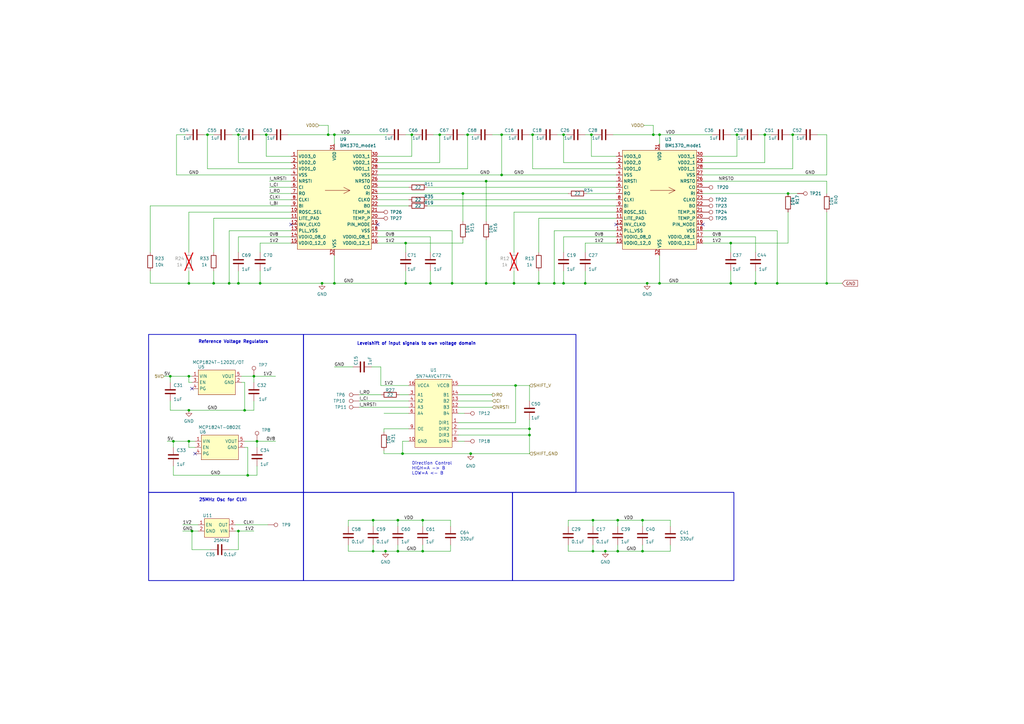
<source format=kicad_sch>
(kicad_sch
	(version 20231120)
	(generator "eeschema")
	(generator_version "8.0")
	(uuid "40795eae-28de-4986-9160-02f43c587d58")
	(paper "A3")
	(title_block
		(title "BitForgeNano")
		(date "2024-06-21")
		(rev "1.0")
		(comment 1 "Licensed under CERN-OHL-W version 2")
	)
	
	(junction
		(at 77.47 180.975)
		(diameter 0)
		(color 0 0 0 0)
		(uuid "06316301-2e48-46e7-8f78-f3b30928feba")
	)
	(junction
		(at 313.69 55.245)
		(diameter 0)
		(color 0 0 0 0)
		(uuid "09f5b165-f47b-47ba-916d-4af954449f5e")
	)
	(junction
		(at 105.41 180.975)
		(diameter 0.9144)
		(color 0 0 0 0)
		(uuid "0e19ce05-740e-44b3-82c0-1a6f3f322859")
	)
	(junction
		(at 270.51 55.245)
		(diameter 0)
		(color 0 0 0 0)
		(uuid "184ab11d-f1ad-4784-b9f3-82b2246a586d")
	)
	(junction
		(at 69.85 154.305)
		(diameter 0.9144)
		(color 0 0 0 0)
		(uuid "1d7061a3-8222-4cd8-a609-d103c32a99a5")
	)
	(junction
		(at 191.77 55.245)
		(diameter 0)
		(color 0 0 0 0)
		(uuid "26eff381-c896-4e7d-951c-368b7b53a9ee")
	)
	(junction
		(at 71.12 180.975)
		(diameter 0.9144)
		(color 0 0 0 0)
		(uuid "2a2f9660-ac64-418e-a704-e6ebd554a4b7")
	)
	(junction
		(at 104.14 154.305)
		(diameter 0.9144)
		(color 0 0 0 0)
		(uuid "2a3ca027-7d91-445b-83cd-a232bb8270fc")
	)
	(junction
		(at 158.115 226.06)
		(diameter 0)
		(color 0 0 0 0)
		(uuid "2c354edb-de75-4c11-b7cb-a3d9c69c2d6d")
	)
	(junction
		(at 217.17 175.895)
		(diameter 0)
		(color 0 0 0 0)
		(uuid "2e0fda11-3569-41a2-b2ac-b0b4efebf845")
	)
	(junction
		(at 78.74 217.805)
		(diameter 0)
		(color 0 0 0 0)
		(uuid "35b5b688-8fba-414d-9cab-a498d1a8b307")
	)
	(junction
		(at 299.72 116.205)
		(diameter 0)
		(color 0 0 0 0)
		(uuid "38c32b8e-e58f-423c-a0d2-fc5efcd7e123")
	)
	(junction
		(at 339.09 116.205)
		(diameter 0)
		(color 0 0 0 0)
		(uuid "3ee29b47-065d-4a25-bb6c-397a33b22d09")
	)
	(junction
		(at 97.79 55.245)
		(diameter 0)
		(color 0 0 0 0)
		(uuid "3f916aca-2917-4298-9492-44d661ef9457")
	)
	(junction
		(at 211.455 158.115)
		(diameter 0)
		(color 0 0 0 0)
		(uuid "462a6cdf-7c92-463d-b640-20f72df97a6c")
	)
	(junction
		(at 153.035 226.06)
		(diameter 0.9144)
		(color 0 0 0 0)
		(uuid "470accb6-a29c-4d2d-8646-f300bf4403ce")
	)
	(junction
		(at 243.205 226.06)
		(diameter 0.9144)
		(color 0 0 0 0)
		(uuid "4b537460-ed0f-45be-be59-937534135ad4")
	)
	(junction
		(at 248.285 226.06)
		(diameter 0)
		(color 0 0 0 0)
		(uuid "4d6cfa79-372c-4c3f-a179-6092791274bb")
	)
	(junction
		(at 77.47 154.305)
		(diameter 0)
		(color 0 0 0 0)
		(uuid "4f6eac26-02be-4dc2-89f3-4abc37ead24d")
	)
	(junction
		(at 185.42 116.205)
		(diameter 0)
		(color 0 0 0 0)
		(uuid "503ba77d-689d-41ed-96c5-fd3ad2d4c495")
	)
	(junction
		(at 265.43 116.205)
		(diameter 0)
		(color 0 0 0 0)
		(uuid "50f66245-a419-459b-ac32-47a848d07032")
	)
	(junction
		(at 97.79 217.805)
		(diameter 0)
		(color 0 0 0 0)
		(uuid "53657d7d-685b-4587-9213-73d8d8fc46dc")
	)
	(junction
		(at 134.62 55.245)
		(diameter 0)
		(color 0 0 0 0)
		(uuid "54ca09d1-5275-4b23-ba09-9e2e7810df56")
	)
	(junction
		(at 163.195 226.06)
		(diameter 0.9144)
		(color 0 0 0 0)
		(uuid "56fb92a3-d296-4131-a4ec-122c8d77b690")
	)
	(junction
		(at 180.34 55.245)
		(diameter 0)
		(color 0 0 0 0)
		(uuid "5cdf8aa7-9c49-4094-9951-837ef5cd706e")
	)
	(junction
		(at 217.17 178.435)
		(diameter 0)
		(color 0 0 0 0)
		(uuid "5e76465f-37ce-47ea-ad53-ea2c34572bbe")
	)
	(junction
		(at 325.12 55.245)
		(diameter 0)
		(color 0 0 0 0)
		(uuid "6083a821-caef-448a-a0ce-430922081f8d")
	)
	(junction
		(at 193.04 186.055)
		(diameter 0)
		(color 0 0 0 0)
		(uuid "64643f84-3dba-44a1-99a6-6b3c1b080279")
	)
	(junction
		(at 263.525 213.36)
		(diameter 0)
		(color 0 0 0 0)
		(uuid "65ce0f72-ad05-4eda-adca-b91c1d1fbe27")
	)
	(junction
		(at 163.195 213.36)
		(diameter 0.9144)
		(color 0 0 0 0)
		(uuid "66507a0c-92f5-4402-aeeb-ead62c7f83d8")
	)
	(junction
		(at 87.63 116.205)
		(diameter 0)
		(color 0 0 0 0)
		(uuid "69a66edc-1bfc-44e6-8436-851e38b8d2b8")
	)
	(junction
		(at 109.22 55.245)
		(diameter 0)
		(color 0 0 0 0)
		(uuid "6dd5af11-0aea-4c3e-804c-4e9435ea890f")
	)
	(junction
		(at 231.14 116.205)
		(diameter 0)
		(color 0 0 0 0)
		(uuid "7a7ea699-64c1-47d1-a3cc-bdd7b46cc79e")
	)
	(junction
		(at 100.33 168.275)
		(diameter 0.9144)
		(color 0 0 0 0)
		(uuid "7b3713bd-dfb3-4ca9-a08f-c5737e008a91")
	)
	(junction
		(at 205.74 55.245)
		(diameter 0)
		(color 0 0 0 0)
		(uuid "7b57f430-001c-445a-b7d1-9ce27d6f10bc")
	)
	(junction
		(at 263.525 226.06)
		(diameter 0)
		(color 0 0 0 0)
		(uuid "7e8454ad-33d2-4bbb-a581-babb0b745916")
	)
	(junction
		(at 243.205 213.36)
		(diameter 0.9144)
		(color 0 0 0 0)
		(uuid "7f5fe328-feef-4ef0-803b-91f44dc3549c")
	)
	(junction
		(at 137.16 55.245)
		(diameter 0)
		(color 0 0 0 0)
		(uuid "85fb479a-4884-4c22-b9f1-365a9e5baf77")
	)
	(junction
		(at 270.51 116.205)
		(diameter 0)
		(color 0 0 0 0)
		(uuid "86eecff6-995c-4895-8ff4-d9ca3a626a3d")
	)
	(junction
		(at 227.33 116.205)
		(diameter 0)
		(color 0 0 0 0)
		(uuid "88c42a64-cf26-4425-9693-aa4833b21958")
	)
	(junction
		(at 253.365 226.06)
		(diameter 0.9144)
		(color 0 0 0 0)
		(uuid "8c087e1e-1a4b-4db0-bbc9-104c157e3d26")
	)
	(junction
		(at 101.6 194.945)
		(diameter 0.9144)
		(color 0 0 0 0)
		(uuid "8e3194dc-b1e4-4f88-a024-a972d37ae513")
	)
	(junction
		(at 153.035 213.36)
		(diameter 0.9144)
		(color 0 0 0 0)
		(uuid "8e78494f-8dff-41f9-a3fc-96c77c4c9808")
	)
	(junction
		(at 132.08 116.205)
		(diameter 0)
		(color 0 0 0 0)
		(uuid "8ef143db-4c7a-478c-abba-12fce10a8c71")
	)
	(junction
		(at 218.44 55.245)
		(diameter 0)
		(color 0 0 0 0)
		(uuid "92343399-b5da-4e76-847c-50da6257e36c")
	)
	(junction
		(at 189.865 79.375)
		(diameter 0)
		(color 0 0 0 0)
		(uuid "93778967-ed9d-47a5-ae60-44799e144999")
	)
	(junction
		(at 242.57 55.245)
		(diameter 0)
		(color 0 0 0 0)
		(uuid "9b5fd6b5-8969-4cb5-8cc2-a36690f16856")
	)
	(junction
		(at 165.1 186.055)
		(diameter 0)
		(color 0 0 0 0)
		(uuid "9c7de46e-bae1-4eb2-a90e-02b816a65025")
	)
	(junction
		(at 210.82 116.205)
		(diameter 0)
		(color 0 0 0 0)
		(uuid "a1de7e1c-4d48-4ec2-905d-baa4691040a6")
	)
	(junction
		(at 93.98 116.205)
		(diameter 0)
		(color 0 0 0 0)
		(uuid "a4c58749-a2bf-4f87-951d-129466ae8d40")
	)
	(junction
		(at 299.72 99.695)
		(diameter 0)
		(color 0 0 0 0)
		(uuid "a73abe00-2452-4b6a-9de3-abe99b0396dd")
	)
	(junction
		(at 166.37 99.695)
		(diameter 0)
		(color 0 0 0 0)
		(uuid "a8cbfb98-b50e-45c9-bdbd-1713aa8320d2")
	)
	(junction
		(at 176.53 116.205)
		(diameter 0)
		(color 0 0 0 0)
		(uuid "a95d912b-986e-483a-927b-2ce7fbc47fda")
	)
	(junction
		(at 168.91 55.245)
		(diameter 0)
		(color 0 0 0 0)
		(uuid "ac405b6e-2e45-4ca4-ac01-d6fbecac66a9")
	)
	(junction
		(at 106.68 116.205)
		(diameter 0)
		(color 0 0 0 0)
		(uuid "afeebd01-de49-4bf5-aefe-a83792a619f5")
	)
	(junction
		(at 199.39 74.295)
		(diameter 0)
		(color 0 0 0 0)
		(uuid "b097c257-490c-485a-996c-e07a992d6950")
	)
	(junction
		(at 253.365 213.36)
		(diameter 0.9144)
		(color 0 0 0 0)
		(uuid "b1b2fcac-4307-4998-a039-af0125a99a76")
	)
	(junction
		(at 85.09 55.245)
		(diameter 0)
		(color 0 0 0 0)
		(uuid "b6558745-475f-4dc5-ba61-47b092630dd0")
	)
	(junction
		(at 166.37 116.205)
		(diameter 0)
		(color 0 0 0 0)
		(uuid "b8b94d15-3ac9-4c9f-8d70-2090ce649779")
	)
	(junction
		(at 173.355 226.06)
		(diameter 0)
		(color 0 0 0 0)
		(uuid "d1110db7-3521-41bb-a1ba-4d34dce3639b")
	)
	(junction
		(at 309.88 116.205)
		(diameter 0)
		(color 0 0 0 0)
		(uuid "d1542b85-6da1-4137-aeb1-a5b0a2dfa13c")
	)
	(junction
		(at 220.98 116.205)
		(diameter 0)
		(color 0 0 0 0)
		(uuid "d1a99dfd-0975-4a11-9cc3-7cc7964377b7")
	)
	(junction
		(at 77.47 116.205)
		(diameter 0)
		(color 0 0 0 0)
		(uuid "d29a07ca-b29d-41f4-b77e-b39661642aa5")
	)
	(junction
		(at 240.03 116.205)
		(diameter 0)
		(color 0 0 0 0)
		(uuid "d6d57b1a-083d-43e2-b01f-2dc867fcd4fb")
	)
	(junction
		(at 323.215 79.375)
		(diameter 0)
		(color 0 0 0 0)
		(uuid "d8330001-de3d-49ea-9dff-ae49dd0a4963")
	)
	(junction
		(at 318.77 116.205)
		(diameter 0)
		(color 0 0 0 0)
		(uuid "d8fb0141-4b1a-4e68-9669-93fe9b97bbdb")
	)
	(junction
		(at 77.47 168.275)
		(diameter 0)
		(color 0 0 0 0)
		(uuid "deaf4c3d-c28b-45b8-8b8e-021ed2911fb4")
	)
	(junction
		(at 302.26 55.245)
		(diameter 0)
		(color 0 0 0 0)
		(uuid "df888fb3-5fb3-4d80-8989-36526b4c007d")
	)
	(junction
		(at 173.355 213.36)
		(diameter 0)
		(color 0 0 0 0)
		(uuid "e1118f44-f7c7-489a-953b-255bc8fc2b68")
	)
	(junction
		(at 267.97 55.245)
		(diameter 0)
		(color 0 0 0 0)
		(uuid "ebce190e-ad54-4ae5-8238-3265e0272a5a")
	)
	(junction
		(at 137.16 116.205)
		(diameter 0)
		(color 0 0 0 0)
		(uuid "f7af97c9-7301-456a-890b-82215f5433bc")
	)
	(junction
		(at 199.39 116.205)
		(diameter 0)
		(color 0 0 0 0)
		(uuid "f85d51f9-cdbc-4096-be7b-dc37791edfbe")
	)
	(junction
		(at 231.14 55.245)
		(diameter 0)
		(color 0 0 0 0)
		(uuid "faedf5f9-6162-4edb-a61c-90c630411fc8")
	)
	(junction
		(at 205.74 71.755)
		(diameter 0)
		(color 0 0 0 0)
		(uuid "fecb4ac5-1436-4abe-a198-7d6802931613")
	)
	(junction
		(at 97.79 116.205)
		(diameter 0)
		(color 0 0 0 0)
		(uuid "ff07c85d-eab4-4d90-b5a8-889202e59d97")
	)
	(no_connect
		(at 288.29 92.075)
		(uuid "517e54af-4997-42c6-94e8-e3421a2ed210")
	)
	(no_connect
		(at 80.01 186.055)
		(uuid "563532f1-009d-43c3-ba3c-05f8eb57f175")
	)
	(no_connect
		(at 154.94 92.075)
		(uuid "6ea2954d-f144-4a91-b714-0fe14d8f5daa")
	)
	(no_connect
		(at 252.73 92.075)
		(uuid "7e0ed7c4-0d97-42cb-a5a2-2dd59a6ba49e")
	)
	(no_connect
		(at 78.74 159.385)
		(uuid "c5bb7002-dc49-4fe1-8c74-cc52856a8ff5")
	)
	(no_connect
		(at 119.38 92.075)
		(uuid "d6448f4f-544f-48ab-ab4c-4bd49c95f163")
	)
	(wire
		(pts
			(xy 175.26 84.455) (xy 252.73 84.455)
		)
		(stroke
			(width 0)
			(type default)
		)
		(uuid "00144526-a424-4383-908d-065990d3e7c2")
	)
	(wire
		(pts
			(xy 104.14 154.305) (xy 104.14 156.845)
		)
		(stroke
			(width 0)
			(type solid)
		)
		(uuid "021d2a0b-bf5a-449b-9507-3c20806f69cf")
	)
	(wire
		(pts
			(xy 187.96 173.355) (xy 211.455 173.355)
		)
		(stroke
			(width 0)
			(type default)
		)
		(uuid "0273a347-7db2-4236-8a3e-1ec5044870d8")
	)
	(wire
		(pts
			(xy 325.12 69.215) (xy 325.12 55.245)
		)
		(stroke
			(width 0)
			(type default)
		)
		(uuid "05359944-30db-472a-9f43-7e049d33cedd")
	)
	(wire
		(pts
			(xy 302.26 55.245) (xy 303.53 55.245)
		)
		(stroke
			(width 0)
			(type default)
		)
		(uuid "076e2a75-131d-44b1-b936-4ba0b3823393")
	)
	(wire
		(pts
			(xy 193.04 186.055) (xy 217.17 186.055)
		)
		(stroke
			(width 0)
			(type default)
		)
		(uuid "079ca5ff-a07e-442c-bf3f-109ee3226b0c")
	)
	(wire
		(pts
			(xy 109.22 55.245) (xy 110.49 55.245)
		)
		(stroke
			(width 0)
			(type default)
		)
		(uuid "07cef496-c3dc-4a0e-98bd-14c20cd5a448")
	)
	(wire
		(pts
			(xy 78.74 217.805) (xy 81.28 217.805)
		)
		(stroke
			(width 0)
			(type default)
		)
		(uuid "084520d4-51a5-416b-971d-eb3e22d561b5")
	)
	(wire
		(pts
			(xy 154.94 97.155) (xy 176.53 97.155)
		)
		(stroke
			(width 0)
			(type default)
		)
		(uuid "09084645-9a57-4e27-92e5-8c295308c039")
	)
	(wire
		(pts
			(xy 97.79 55.245) (xy 99.06 55.245)
		)
		(stroke
			(width 0)
			(type default)
		)
		(uuid "093e4019-ccce-498c-a4de-3515f8c71126")
	)
	(wire
		(pts
			(xy 67.31 154.305) (xy 69.85 154.305)
		)
		(stroke
			(width 0)
			(type solid)
		)
		(uuid "0a2ed79f-4948-49b2-a124-c87ca5d704cc")
	)
	(wire
		(pts
			(xy 339.09 86.995) (xy 339.09 116.205)
		)
		(stroke
			(width 0)
			(type default)
		)
		(uuid "0ac2194e-4cf6-432a-9344-8ccb496fffef")
	)
	(wire
		(pts
			(xy 184.785 223.52) (xy 184.785 226.06)
		)
		(stroke
			(width 0)
			(type default)
		)
		(uuid "0b6e4be4-e61b-48b1-a7a0-450affd5631f")
	)
	(wire
		(pts
			(xy 173.355 226.06) (xy 163.195 226.06)
		)
		(stroke
			(width 0)
			(type solid)
		)
		(uuid "0dab447c-6d93-43d6-af71-ab71ce4a6553")
	)
	(wire
		(pts
			(xy 187.96 180.975) (xy 190.5 180.975)
		)
		(stroke
			(width 0)
			(type default)
		)
		(uuid "0e86e8a2-6377-40a5-b016-772328218027")
	)
	(wire
		(pts
			(xy 71.12 180.975) (xy 77.47 180.975)
		)
		(stroke
			(width 0)
			(type solid)
		)
		(uuid "0ff2ef7d-378e-41f1-899a-798fecd7df72")
	)
	(wire
		(pts
			(xy 175.26 81.915) (xy 252.73 81.915)
		)
		(stroke
			(width 0)
			(type default)
		)
		(uuid "1078f992-746f-471d-adbe-743eb0a2dbf4")
	)
	(wire
		(pts
			(xy 240.665 79.375) (xy 252.73 79.375)
		)
		(stroke
			(width 0)
			(type default)
		)
		(uuid "10cc4b24-14d1-425d-95ec-1b1647f9196e")
	)
	(wire
		(pts
			(xy 97.79 97.155) (xy 119.38 97.155)
		)
		(stroke
			(width 0)
			(type default)
		)
		(uuid "10eaee10-4977-40e0-89dd-11185cdae7e7")
	)
	(wire
		(pts
			(xy 205.74 55.245) (xy 209.55 55.245)
		)
		(stroke
			(width 0)
			(type default)
		)
		(uuid "11fc31bc-6741-425b-81b4-f52ce6dc1e85")
	)
	(wire
		(pts
			(xy 217.17 178.435) (xy 217.17 186.055)
		)
		(stroke
			(width 0)
			(type default)
		)
		(uuid "12295dc0-64ba-4caf-a272-ad005fd5f9f4")
	)
	(wire
		(pts
			(xy 78.74 225.425) (xy 78.74 217.805)
		)
		(stroke
			(width 0)
			(type default)
		)
		(uuid "12ad159f-2e17-494e-beb3-b375b63bba7f")
	)
	(wire
		(pts
			(xy 185.42 116.205) (xy 199.39 116.205)
		)
		(stroke
			(width 0)
			(type default)
		)
		(uuid "13414dcb-10b3-4810-b396-4c7f520ee92a")
	)
	(wire
		(pts
			(xy 270.51 116.205) (xy 299.72 116.205)
		)
		(stroke
			(width 0)
			(type default)
		)
		(uuid "13b6eeb7-8fda-41d2-ba20-47e9539b7ed3")
	)
	(wire
		(pts
			(xy 142.875 213.36) (xy 153.035 213.36)
		)
		(stroke
			(width 0)
			(type solid)
		)
		(uuid "156d779f-c115-4f64-b8f1-df6e283e4ade")
	)
	(wire
		(pts
			(xy 100.33 168.275) (xy 77.47 168.275)
		)
		(stroke
			(width 0)
			(type solid)
		)
		(uuid "15d68085-e8ca-47a6-9d50-baf6913613df")
	)
	(wire
		(pts
			(xy 137.16 116.205) (xy 166.37 116.205)
		)
		(stroke
			(width 0)
			(type default)
		)
		(uuid "16ab85e0-7b42-4512-86dc-9ecbaddd7561")
	)
	(wire
		(pts
			(xy 339.09 116.205) (xy 345.44 116.205)
		)
		(stroke
			(width 0)
			(type default)
		)
		(uuid "189e7fb9-87bb-47ca-b4c3-47047d352e73")
	)
	(wire
		(pts
			(xy 187.96 158.115) (xy 211.455 158.115)
		)
		(stroke
			(width 0)
			(type default)
		)
		(uuid "192b6c08-adc8-434a-b0d4-4849927f7e85")
	)
	(wire
		(pts
			(xy 147.32 164.465) (xy 167.64 164.465)
		)
		(stroke
			(width 0)
			(type default)
		)
		(uuid "198b98b2-8a60-4071-a262-dc6f11999adc")
	)
	(wire
		(pts
			(xy 180.34 55.245) (xy 182.88 55.245)
		)
		(stroke
			(width 0)
			(type default)
		)
		(uuid "1c575c2f-1e5d-4a50-8de9-5520ea4e1b83")
	)
	(wire
		(pts
			(xy 288.29 69.215) (xy 325.12 69.215)
		)
		(stroke
			(width 0)
			(type default)
		)
		(uuid "1d858dc1-d910-4010-8185-1192ddb9a83e")
	)
	(wire
		(pts
			(xy 163.195 226.06) (xy 158.115 226.06)
		)
		(stroke
			(width 0)
			(type solid)
		)
		(uuid "1dbd1593-0e0b-43b0-803a-989b18bff70e")
	)
	(wire
		(pts
			(xy 302.26 64.135) (xy 302.26 55.245)
		)
		(stroke
			(width 0)
			(type default)
		)
		(uuid "20abffc5-409c-4bfe-b133-4b11d56ef1aa")
	)
	(wire
		(pts
			(xy 292.1 55.245) (xy 270.51 55.245)
		)
		(stroke
			(width 0)
			(type default)
		)
		(uuid "220c4503-da9d-422d-8ec6-a5d8c91316aa")
	)
	(wire
		(pts
			(xy 191.77 69.215) (xy 191.77 55.245)
		)
		(stroke
			(width 0)
			(type default)
		)
		(uuid "235ce656-f55e-48be-bb40-d439332cfb00")
	)
	(wire
		(pts
			(xy 119.38 94.615) (xy 93.98 94.615)
		)
		(stroke
			(width 0)
			(type default)
		)
		(uuid "237496b8-e759-4e46-8d5c-6defe38a89f7")
	)
	(wire
		(pts
			(xy 211.455 173.355) (xy 211.455 158.115)
		)
		(stroke
			(width 0)
			(type default)
		)
		(uuid "23bdd59b-4c86-427b-85d8-eac8446440ee")
	)
	(wire
		(pts
			(xy 106.68 111.125) (xy 106.68 116.205)
		)
		(stroke
			(width 0)
			(type default)
		)
		(uuid "23d6fe0e-c13b-4dc8-ba8b-ed262796d45a")
	)
	(wire
		(pts
			(xy 69.85 154.305) (xy 77.47 154.305)
		)
		(stroke
			(width 0)
			(type solid)
		)
		(uuid "23e8827a-2f25-4a18-9bc9-e3702a7b8e8f")
	)
	(wire
		(pts
			(xy 173.355 226.06) (xy 184.785 226.06)
		)
		(stroke
			(width 0)
			(type default)
		)
		(uuid "240f4c37-166e-432b-bbbb-1a626c82987b")
	)
	(wire
		(pts
			(xy 243.205 215.9) (xy 243.205 213.36)
		)
		(stroke
			(width 0)
			(type solid)
		)
		(uuid "243b9031-9a73-4f67-89b7-bee6b0566aa0")
	)
	(wire
		(pts
			(xy 288.29 74.295) (xy 339.09 74.295)
		)
		(stroke
			(width 0)
			(type default)
		)
		(uuid "2481dad3-ce9f-4e02-bd89-8843ca04da59")
	)
	(wire
		(pts
			(xy 323.215 79.375) (xy 327.025 79.375)
		)
		(stroke
			(width 0)
			(type default)
		)
		(uuid "25664a64-3be1-4f3c-ae8b-b8f9040b1276")
	)
	(wire
		(pts
			(xy 167.64 175.895) (xy 157.48 175.895)
		)
		(stroke
			(width 0)
			(type default)
		)
		(uuid "25948e91-f571-4026-a100-c673277cc627")
	)
	(wire
		(pts
			(xy 253.365 226.06) (xy 248.285 226.06)
		)
		(stroke
			(width 0)
			(type solid)
		)
		(uuid "26cf7cc1-6834-4411-98a9-c2cecad8d2ba")
	)
	(wire
		(pts
			(xy 309.88 116.205) (xy 318.77 116.205)
		)
		(stroke
			(width 0)
			(type default)
		)
		(uuid "27128470-9ee3-4704-9535-a52607a0af19")
	)
	(wire
		(pts
			(xy 152.4 150.495) (xy 156.21 150.495)
		)
		(stroke
			(width 0)
			(type default)
		)
		(uuid "275e07a6-7b3b-4587-a09d-cf6f927a1f26")
	)
	(wire
		(pts
			(xy 270.51 104.775) (xy 270.51 116.205)
		)
		(stroke
			(width 0)
			(type default)
		)
		(uuid "27a88cef-46b3-47a7-90dc-3db6cf91c3bf")
	)
	(wire
		(pts
			(xy 72.39 55.245) (xy 76.2 55.245)
		)
		(stroke
			(width 0)
			(type default)
		)
		(uuid "286142f3-08a8-46f1-aafc-5cc670a89cfd")
	)
	(wire
		(pts
			(xy 96.52 215.265) (xy 109.855 215.265)
		)
		(stroke
			(width 0)
			(type default)
		)
		(uuid "28c16237-a375-4f21-b715-b8c43fcdb012")
	)
	(wire
		(pts
			(xy 97.79 217.805) (xy 104.14 217.805)
		)
		(stroke
			(width 0)
			(type default)
		)
		(uuid "28fba0d2-a9b5-4bbb-bad3-2a97146ae867")
	)
	(wire
		(pts
			(xy 231.14 97.155) (xy 252.73 97.155)
		)
		(stroke
			(width 0)
			(type default)
		)
		(uuid "2ad9d8da-7ffc-423c-b7b6-a1a5df5390ea")
	)
	(wire
		(pts
			(xy 166.37 111.125) (xy 166.37 116.205)
		)
		(stroke
			(width 0)
			(type default)
		)
		(uuid "2b6cfeec-a782-42ab-a37b-88c891d4ad21")
	)
	(wire
		(pts
			(xy 240.03 116.205) (xy 265.43 116.205)
		)
		(stroke
			(width 0)
			(type default)
		)
		(uuid "2c66f2cc-f38d-4653-a87c-8f1a967455d1")
	)
	(wire
		(pts
			(xy 185.42 94.615) (xy 185.42 116.205)
		)
		(stroke
			(width 0)
			(type default)
		)
		(uuid "2eb2a942-7ba3-4a1b-8fce-88ef7492f39a")
	)
	(wire
		(pts
			(xy 106.68 99.695) (xy 106.68 103.505)
		)
		(stroke
			(width 0)
			(type default)
		)
		(uuid "32b4617f-3843-4262-83b9-cf8c093da35b")
	)
	(wire
		(pts
			(xy 248.285 226.06) (xy 243.205 226.06)
		)
		(stroke
			(width 0)
			(type solid)
		)
		(uuid "333f9ed1-8365-48fe-875c-2e77965214ba")
	)
	(wire
		(pts
			(xy 288.29 99.695) (xy 299.72 99.695)
		)
		(stroke
			(width 0)
			(type default)
		)
		(uuid "35707ff2-91e2-4615-8887-5edafebddfef")
	)
	(wire
		(pts
			(xy 253.365 223.52) (xy 253.365 226.06)
		)
		(stroke
			(width 0)
			(type solid)
		)
		(uuid "35d67729-0e21-4384-b48a-8aa86df7c113")
	)
	(wire
		(pts
			(xy 101.6 183.515) (xy 100.33 183.515)
		)
		(stroke
			(width 0)
			(type default)
		)
		(uuid "36388624-255a-419a-a042-31b2c298e170")
	)
	(wire
		(pts
			(xy 228.6 55.245) (xy 231.14 55.245)
		)
		(stroke
			(width 0)
			(type default)
		)
		(uuid "37bc0630-1259-4a5d-938d-3404e24dea4d")
	)
	(wire
		(pts
			(xy 288.29 71.755) (xy 339.09 71.755)
		)
		(stroke
			(width 0)
			(type default)
		)
		(uuid "385e4b13-5182-4e3b-8dcf-f711fb808acf")
	)
	(wire
		(pts
			(xy 211.455 158.115) (xy 217.17 158.115)
		)
		(stroke
			(width 0)
			(type default)
		)
		(uuid "39b5437c-0155-42ab-8dde-c7fb4497fe48")
	)
	(wire
		(pts
			(xy 240.03 99.695) (xy 240.03 103.505)
		)
		(stroke
			(width 0)
			(type default)
		)
		(uuid "3b6a1855-ad9c-41a4-8baa-aa4d5c58b328")
	)
	(wire
		(pts
			(xy 288.29 97.155) (xy 309.88 97.155)
		)
		(stroke
			(width 0)
			(type default)
		)
		(uuid "3bc7aa27-3350-46bc-b18e-59ea18367812")
	)
	(wire
		(pts
			(xy 217.17 55.245) (xy 218.44 55.245)
		)
		(stroke
			(width 0)
			(type default)
		)
		(uuid "3c2a33dc-5d74-4e92-b71c-91cb539355cf")
	)
	(wire
		(pts
			(xy 339.09 71.755) (xy 339.09 55.245)
		)
		(stroke
			(width 0)
			(type default)
		)
		(uuid "3cb6fc0e-adbf-4f38-b70f-8262ed76707f")
	)
	(wire
		(pts
			(xy 227.33 116.205) (xy 231.14 116.205)
		)
		(stroke
			(width 0)
			(type default)
		)
		(uuid "3dc208bf-6ce7-4c2c-8f1e-c50f62d79606")
	)
	(wire
		(pts
			(xy 166.37 116.205) (xy 176.53 116.205)
		)
		(stroke
			(width 0)
			(type default)
		)
		(uuid "3e46800d-1199-48dc-9369-855994787802")
	)
	(wire
		(pts
			(xy 110.49 74.295) (xy 119.38 74.295)
		)
		(stroke
			(width 0)
			(type default)
		)
		(uuid "3e933085-401a-4516-9f61-4ef5a14d8982")
	)
	(wire
		(pts
			(xy 154.94 69.215) (xy 191.77 69.215)
		)
		(stroke
			(width 0)
			(type default)
		)
		(uuid "3ebae562-77cd-4481-a5e8-e77358f7534a")
	)
	(wire
		(pts
			(xy 97.79 111.125) (xy 97.79 116.205)
		)
		(stroke
			(width 0)
			(type default)
		)
		(uuid "3faeaafb-31fe-4320-8ce6-c55c18eb43ca")
	)
	(wire
		(pts
			(xy 77.47 86.995) (xy 77.47 103.505)
		)
		(stroke
			(width 0)
			(type default)
		)
		(uuid "416ea806-b32d-4356-8f15-1b52dcb94580")
	)
	(wire
		(pts
			(xy 274.955 223.52) (xy 274.955 226.06)
		)
		(stroke
			(width 0)
			(type default)
		)
		(uuid "41d7edd1-964e-45d6-afeb-e71f3ea48803")
	)
	(wire
		(pts
			(xy 105.41 191.135) (xy 105.41 194.945)
		)
		(stroke
			(width 0)
			(type default)
		)
		(uuid "4463f57b-4be6-4eb3-9a58-9333b7d8e90a")
	)
	(wire
		(pts
			(xy 189.865 79.375) (xy 189.865 90.805)
		)
		(stroke
			(width 0)
			(type default)
		)
		(uuid "4499d1b5-39e7-4605-a6af-0b7e7fecc8f0")
	)
	(wire
		(pts
			(xy 119.38 89.535) (xy 87.63 89.535)
		)
		(stroke
			(width 0)
			(type default)
		)
		(uuid "4544accb-9e95-4721-95b2-1f3f3e7c124b")
	)
	(wire
		(pts
			(xy 134.62 55.245) (xy 137.16 55.245)
		)
		(stroke
			(width 0)
			(type default)
		)
		(uuid "454a0659-ac6b-4f15-915f-e8e0fb88cbd4")
	)
	(wire
		(pts
			(xy 189.865 99.695) (xy 166.37 99.695)
		)
		(stroke
			(width 0)
			(type default)
		)
		(uuid "46a5aa9e-a182-45d3-a151-5bdbeb6741a1")
	)
	(wire
		(pts
			(xy 240.03 111.125) (xy 240.03 116.205)
		)
		(stroke
			(width 0)
			(type default)
		)
		(uuid "46d8e7f4-046d-4a0d-b35d-4481c7befa1f")
	)
	(wire
		(pts
			(xy 99.06 154.305) (xy 104.14 154.305)
		)
		(stroke
			(width 0)
			(type solid)
		)
		(uuid "4831fe83-10f6-4189-9c32-691d578effd5")
	)
	(wire
		(pts
			(xy 252.73 71.755) (xy 205.74 71.755)
		)
		(stroke
			(width 0)
			(type default)
		)
		(uuid "4851e393-adeb-4a7f-95e4-66b0e0c67abc")
	)
	(wire
		(pts
			(xy 263.525 223.52) (xy 263.525 226.06)
		)
		(stroke
			(width 0)
			(type solid)
		)
		(uuid "487cced1-09da-4aa8-9d52-53825bdce5f8")
	)
	(wire
		(pts
			(xy 240.03 99.695) (xy 252.73 99.695)
		)
		(stroke
			(width 0)
			(type default)
		)
		(uuid "48cca622-3e4b-4a21-93be-5b54f6c3bed3")
	)
	(wire
		(pts
			(xy 61.595 84.455) (xy 61.595 103.505)
		)
		(stroke
			(width 0)
			(type default)
		)
		(uuid "494af2b6-5159-499a-bdef-82061af606a4")
	)
	(wire
		(pts
			(xy 154.94 79.375) (xy 189.865 79.375)
		)
		(stroke
			(width 0)
			(type default)
		)
		(uuid "49efa3d8-e966-46a6-bbe3-56d7c1a44357")
	)
	(wire
		(pts
			(xy 339.09 79.375) (xy 339.09 74.295)
		)
		(stroke
			(width 0)
			(type default)
		)
		(uuid "4a00c7f3-0653-4dc1-99be-422c705f0df3")
	)
	(wire
		(pts
			(xy 137.16 55.245) (xy 137.16 59.055)
		)
		(stroke
			(width 0)
			(type default)
		)
		(uuid "4a2922e8-f7f8-4470-b0ce-f5786733ee66")
	)
	(wire
		(pts
			(xy 137.16 104.775) (xy 137.16 116.205)
		)
		(stroke
			(width 0)
			(type default)
		)
		(uuid "4c61b5b5-4a07-40a0-b06d-f7f567a9aca6")
	)
	(wire
		(pts
			(xy 130.81 51.435) (xy 134.62 51.435)
		)
		(stroke
			(width 0)
			(type default)
		)
		(uuid "4c8551d9-7f12-4d2c-99bd-59811084ec02")
	)
	(wire
		(pts
			(xy 77.47 183.515) (xy 77.47 180.975)
		)
		(stroke
			(width 0)
			(type solid)
		)
		(uuid "4ce9b2e3-a685-4626-bbb2-c5fc0efd040e")
	)
	(wire
		(pts
			(xy 154.94 84.455) (xy 167.64 84.455)
		)
		(stroke
			(width 0)
			(type default)
		)
		(uuid "4e567a4e-7aa4-49b1-b7aa-d90242a5fadc")
	)
	(wire
		(pts
			(xy 176.53 111.125) (xy 176.53 116.205)
		)
		(stroke
			(width 0)
			(type default)
		)
		(uuid "4ea71842-a3fb-42c0-a0fd-fd00951d1a78")
	)
	(wire
		(pts
			(xy 106.68 116.205) (xy 132.08 116.205)
		)
		(stroke
			(width 0)
			(type default)
		)
		(uuid "4f2d21fb-6edb-417a-93ea-440dc3d69555")
	)
	(wire
		(pts
			(xy 187.96 169.545) (xy 190.5 169.545)
		)
		(stroke
			(width 0)
			(type default)
		)
		(uuid "4f4d836d-5fe0-4174-a870-0fbb4164ff78")
	)
	(wire
		(pts
			(xy 156.21 150.495) (xy 156.21 158.115)
		)
		(stroke
			(width 0)
			(type default)
		)
		(uuid "50dbb2f1-8275-4309-8c0f-edfae473c3a9")
	)
	(wire
		(pts
			(xy 77.47 116.205) (xy 87.63 116.205)
		)
		(stroke
			(width 0)
			(type default)
		)
		(uuid "52eef1d8-b40a-4f14-8546-573260eb4976")
	)
	(wire
		(pts
			(xy 74.93 215.265) (xy 81.28 215.265)
		)
		(stroke
			(width 0)
			(type default)
		)
		(uuid "532334bf-5e42-4c7f-95bd-f9d0e3af1dc7")
	)
	(wire
		(pts
			(xy 191.77 55.245) (xy 194.31 55.245)
		)
		(stroke
			(width 0)
			(type default)
		)
		(uuid "533a4229-1331-479c-90cd-5b4997e33aff")
	)
	(wire
		(pts
			(xy 242.57 55.245) (xy 242.57 64.135)
		)
		(stroke
			(width 0)
			(type default)
		)
		(uuid "53f90172-a83e-4480-b159-67de4b678e86")
	)
	(wire
		(pts
			(xy 106.68 55.245) (xy 109.22 55.245)
		)
		(stroke
			(width 0)
			(type default)
		)
		(uuid "562fe901-d07e-4480-b529-8c5c66c20105")
	)
	(wire
		(pts
			(xy 154.94 74.295) (xy 199.39 74.295)
		)
		(stroke
			(width 0)
			(type default)
		)
		(uuid "56874bde-5565-43fc-878f-2ee0c981212b")
	)
	(wire
		(pts
			(xy 288.29 94.615) (xy 318.77 94.615)
		)
		(stroke
			(width 0)
			(type default)
		)
		(uuid "56defb2c-61ee-41f0-a905-34595e35c3a3")
	)
	(wire
		(pts
			(xy 134.62 51.435) (xy 134.62 55.245)
		)
		(stroke
			(width 0)
			(type default)
		)
		(uuid "570f07de-0860-474c-b6d6-855f6da41976")
	)
	(wire
		(pts
			(xy 210.82 86.995) (xy 210.82 103.505)
		)
		(stroke
			(width 0)
			(type default)
		)
		(uuid "57bcdcfc-21e2-457a-b09b-4b5f487fb7fc")
	)
	(wire
		(pts
			(xy 218.44 69.215) (xy 252.73 69.215)
		)
		(stroke
			(width 0)
			(type default)
		)
		(uuid "57d87f7b-c6e6-47cf-be1b-cf35141fe5fe")
	)
	(wire
		(pts
			(xy 199.39 90.805) (xy 199.39 74.295)
		)
		(stroke
			(width 0)
			(type default)
		)
		(uuid "582979e5-b324-4f3d-af7d-43356b0a1e72")
	)
	(wire
		(pts
			(xy 173.355 223.52) (xy 173.355 226.06)
		)
		(stroke
			(width 0)
			(type solid)
		)
		(uuid "588c1ea9-907d-44b5-a165-c5bfa46719b9")
	)
	(wire
		(pts
			(xy 77.47 86.995) (xy 119.38 86.995)
		)
		(stroke
			(width 0)
			(type default)
		)
		(uuid "59027408-f576-46d1-bc16-728c490d3e81")
	)
	(wire
		(pts
			(xy 313.69 55.245) (xy 316.23 55.245)
		)
		(stroke
			(width 0)
			(type default)
		)
		(uuid "599e33cd-dd0b-47c1-8ac5-8c5184835364")
	)
	(wire
		(pts
			(xy 180.34 66.675) (xy 180.34 55.245)
		)
		(stroke
			(width 0)
			(type default)
		)
		(uuid "5a5b67ba-a226-4162-a0b1-e0d8a24d501b")
	)
	(wire
		(pts
			(xy 106.68 99.695) (xy 119.38 99.695)
		)
		(stroke
			(width 0)
			(type default)
		)
		(uuid "5c28c5bd-7135-44fb-9d33-26ef9b11251a")
	)
	(wire
		(pts
			(xy 165.1 180.975) (xy 165.1 186.055)
		)
		(stroke
			(width 0)
			(type default)
		)
		(uuid "5c625899-3642-4ba8-bcc6-a54d752ba6c8")
	)
	(wire
		(pts
			(xy 309.88 97.155) (xy 309.88 103.505)
		)
		(stroke
			(width 0)
			(type default)
		)
		(uuid "5cab8398-cf44-441e-afb4-b27e6231d6fa")
	)
	(wire
		(pts
			(xy 210.82 86.995) (xy 252.73 86.995)
		)
		(stroke
			(width 0)
			(type default)
		)
		(uuid "5d617ce8-7499-4525-bbf2-cb3c5d36bb8d")
	)
	(wire
		(pts
			(xy 157.48 169.545) (xy 167.64 169.545)
		)
		(stroke
			(width 0)
			(type default)
		)
		(uuid "5df48016-d18c-4938-89fd-c5d3e9321ec9")
	)
	(wire
		(pts
			(xy 167.64 167.005) (xy 147.32 167.005)
		)
		(stroke
			(width 0)
			(type default)
		)
		(uuid "5ec834f7-c9eb-4423-9e71-af8bfbe20796")
	)
	(wire
		(pts
			(xy 95.25 55.245) (xy 97.79 55.245)
		)
		(stroke
			(width 0)
			(type default)
		)
		(uuid "60bbcccf-1f79-4765-92f5-f4125ac0d118")
	)
	(wire
		(pts
			(xy 270.51 55.245) (xy 270.51 59.055)
		)
		(stroke
			(width 0)
			(type default)
		)
		(uuid "647a914e-8322-478d-ba8e-442e1f2021e4")
	)
	(wire
		(pts
			(xy 187.96 175.895) (xy 217.17 175.895)
		)
		(stroke
			(width 0)
			(type default)
		)
		(uuid "65a4bead-15ab-4f0e-bf59-d89c5503510e")
	)
	(wire
		(pts
			(xy 323.215 86.995) (xy 323.215 99.695)
		)
		(stroke
			(width 0)
			(type default)
		)
		(uuid "6617bdb2-27ed-426e-9c2c-65dbeeb762fe")
	)
	(wire
		(pts
			(xy 220.98 116.205) (xy 227.33 116.205)
		)
		(stroke
			(width 0)
			(type default)
		)
		(uuid "672f4406-bfa2-4323-8237-ae85193d18b7")
	)
	(wire
		(pts
			(xy 110.49 76.835) (xy 119.38 76.835)
		)
		(stroke
			(width 0)
			(type default)
		)
		(uuid "680974db-05d6-40bf-a875-fd81b5acb1cc")
	)
	(wire
		(pts
			(xy 104.14 168.275) (xy 100.33 168.275)
		)
		(stroke
			(width 0)
			(type solid)
		)
		(uuid "689fa578-d8f0-4a84-92a4-aed05c523cde")
	)
	(wire
		(pts
			(xy 74.93 217.805) (xy 78.74 217.805)
		)
		(stroke
			(width 0)
			(type default)
		)
		(uuid "69f6ad99-2139-4f2b-87c3-9c1d45e046f1")
	)
	(wire
		(pts
			(xy 85.09 69.215) (xy 85.09 55.245)
		)
		(stroke
			(width 0)
			(type default)
		)
		(uuid "6b8d3e0d-e214-4990-81ee-83ba352c71c6")
	)
	(wire
		(pts
			(xy 299.72 111.125) (xy 299.72 116.205)
		)
		(stroke
			(width 0)
			(type default)
		)
		(uuid "6cf52c86-ccba-423d-a5ac-28b34a420452")
	)
	(wire
		(pts
			(xy 154.94 76.835) (xy 167.64 76.835)
		)
		(stroke
			(width 0)
			(type default)
		)
		(uuid "6e97785b-cbca-4d79-8d64-c76b3a98b93d")
	)
	(wire
		(pts
			(xy 71.12 180.975) (xy 71.12 183.515)
		)
		(stroke
			(width 0)
			(type solid)
		)
		(uuid "6f402430-f486-4cd4-bf93-86f257ac1414")
	)
	(wire
		(pts
			(xy 163.195 215.9) (xy 163.195 213.36)
		)
		(stroke
			(width 0)
			(type solid)
		)
		(uuid "71af415e-cfd7-40f4-b556-16a1bab6f849")
	)
	(wire
		(pts
			(xy 109.22 55.245) (xy 109.22 64.135)
		)
		(stroke
			(width 0)
			(type default)
		)
		(uuid "731f5e2f-bb5c-4d97-87b2-9878b7559c78")
	)
	(wire
		(pts
			(xy 142.875 223.52) (xy 142.875 226.06)
		)
		(stroke
			(width 0)
			(type solid)
		)
		(uuid "73390a60-0b35-49fb-a1a3-9822ec0fe5b1")
	)
	(wire
		(pts
			(xy 87.63 89.535) (xy 87.63 103.505)
		)
		(stroke
			(width 0)
			(type default)
		)
		(uuid "73515855-88ba-4075-8b14-334b5a3e8f79")
	)
	(wire
		(pts
			(xy 288.29 66.675) (xy 313.69 66.675)
		)
		(stroke
			(width 0)
			(type default)
		)
		(uuid "752cab7f-8f14-4b6b-8310-bc25891c2cf4")
	)
	(wire
		(pts
			(xy 267.97 51.435) (xy 267.97 55.245)
		)
		(stroke
			(width 0)
			(type default)
		)
		(uuid "7534096d-815a-403a-bfdb-df7a2b6526f2")
	)
	(wire
		(pts
			(xy 154.94 99.695) (xy 166.37 99.695)
		)
		(stroke
			(width 0)
			(type default)
		)
		(uuid "7a1e83bf-b38c-4327-ade9-de67a3bd8183")
	)
	(wire
		(pts
			(xy 118.11 55.245) (xy 134.62 55.245)
		)
		(stroke
			(width 0)
			(type default)
		)
		(uuid "7f700a70-fef6-4385-8bb8-1cc9c3ea7a36")
	)
	(wire
		(pts
			(xy 190.5 55.245) (xy 191.77 55.245)
		)
		(stroke
			(width 0)
			(type default)
		)
		(uuid "8075eb31-992e-40d1-bd3d-81b6ef0862d2")
	)
	(wire
		(pts
			(xy 167.64 180.975) (xy 165.1 180.975)
		)
		(stroke
			(width 0)
			(type default)
		)
		(uuid "80bc3f24-3e43-4c7b-8fd3-67e144bc2544")
	)
	(wire
		(pts
			(xy 263.525 226.06) (xy 253.365 226.06)
		)
		(stroke
			(width 0)
			(type solid)
		)
		(uuid "81d05535-497a-4d11-9c95-4bbde2e7658a")
	)
	(wire
		(pts
			(xy 83.82 55.245) (xy 85.09 55.245)
		)
		(stroke
			(width 0)
			(type default)
		)
		(uuid "83275628-ff51-47e4-9cba-d083bac5710e")
	)
	(wire
		(pts
			(xy 325.12 55.245) (xy 327.66 55.245)
		)
		(stroke
			(width 0)
			(type default)
		)
		(uuid "844d4cc0-2bd3-4ebd-b367-f2bd2c9ce3a6")
	)
	(wire
		(pts
			(xy 97.79 225.425) (xy 97.79 217.805)
		)
		(stroke
			(width 0)
			(type default)
		)
		(uuid "856256a7-2bea-420c-9bc2-d0caebc3eaea")
	)
	(wire
		(pts
			(xy 105.41 180.975) (xy 105.41 183.515)
		)
		(stroke
			(width 0)
			(type solid)
		)
		(uuid "858e4ce0-8bd3-4774-93d9-2e7237643035")
	)
	(wire
		(pts
			(xy 153.035 223.52) (xy 153.035 226.06)
		)
		(stroke
			(width 0)
			(type solid)
		)
		(uuid "86503649-c80a-4b6c-a6cf-b70ea646c369")
	)
	(wire
		(pts
			(xy 252.73 89.535) (xy 220.98 89.535)
		)
		(stroke
			(width 0)
			(type default)
		)
		(uuid "865864a0-b750-46cb-b492-66621c56a649")
	)
	(wire
		(pts
			(xy 101.6 194.945) (xy 71.12 194.945)
		)
		(stroke
			(width 0)
			(type solid)
		)
		(uuid "876ad80e-f5ca-4d1c-a41c-44d90e9e3da1")
	)
	(wire
		(pts
			(xy 265.43 116.205) (xy 270.51 116.205)
		)
		(stroke
			(width 0)
			(type default)
		)
		(uuid "89690b11-13e1-44d2-9b48-923fcdaaa59b")
	)
	(wire
		(pts
			(xy 165.1 186.055) (xy 157.48 186.055)
		)
		(stroke
			(width 0)
			(type default)
		)
		(uuid "8acc11e8-1188-43b5-b6cb-44f615d95b1c")
	)
	(wire
		(pts
			(xy 105.41 180.975) (xy 113.03 180.975)
		)
		(stroke
			(width 0)
			(type solid)
		)
		(uuid "8c5812a9-2dd7-4ed2-913c-d086a552ff2a")
	)
	(wire
		(pts
			(xy 233.045 215.9) (xy 233.045 213.36)
		)
		(stroke
			(width 0)
			(type solid)
		)
		(uuid "8f6b8559-75be-4288-94eb-cca9bbe593ef")
	)
	(wire
		(pts
			(xy 253.365 215.9) (xy 253.365 213.36)
		)
		(stroke
			(width 0)
			(type solid)
		)
		(uuid "903d7cd4-17d3-47d4-8bc5-be20e649cf98")
	)
	(wire
		(pts
			(xy 240.03 55.245) (xy 242.57 55.245)
		)
		(stroke
			(width 0)
			(type default)
		)
		(uuid "940e66ca-9177-4d55-bfb2-3cfb741fa35d")
	)
	(wire
		(pts
			(xy 77.47 156.845) (xy 78.74 156.845)
		)
		(stroke
			(width 0)
			(type default)
		)
		(uuid "9459d04b-70b5-421a-a54e-5d6ba3e60da0")
	)
	(wire
		(pts
			(xy 157.48 186.055) (xy 157.48 184.785)
		)
		(stroke
			(width 0)
			(type default)
		)
		(uuid "948b3041-0303-4033-bb74-7edd9a894476")
	)
	(wire
		(pts
			(xy 158.115 226.06) (xy 153.035 226.06)
		)
		(stroke
			(width 0)
			(type solid)
		)
		(uuid "94f3cf41-644c-402f-a04c-db026d5a1f90")
	)
	(wire
		(pts
			(xy 77.47 183.515) (xy 80.01 183.515)
		)
		(stroke
			(width 0)
			(type default)
		)
		(uuid "95cd4c50-e298-4acc-bcae-d2888c37b1d6")
	)
	(wire
		(pts
			(xy 166.37 99.695) (xy 166.37 103.505)
		)
		(stroke
			(width 0)
			(type default)
		)
		(uuid "96013712-0f52-4fc3-bb80-77d525059e1a")
	)
	(wire
		(pts
			(xy 243.205 226.06) (xy 233.045 226.06)
		)
		(stroke
			(width 0)
			(type solid)
		)
		(uuid "9701c0ac-dea7-4f79-9352-be2bf3a93686")
	)
	(wire
		(pts
			(xy 97.79 116.205) (xy 106.68 116.205)
		)
		(stroke
			(width 0)
			(type default)
		)
		(uuid "977d29a6-cfd3-4faf-a420-8ce7c2ca3cb1")
	)
	(wire
		(pts
			(xy 104.14 164.465) (xy 104.14 168.275)
		)
		(stroke
			(width 0)
			(type default)
		)
		(uuid "97819175-fa0a-4009-91a1-5a8db616503f")
	)
	(wire
		(pts
			(xy 100.33 156.845) (xy 99.06 156.845)
		)
		(stroke
			(width 0)
			(type default)
		)
		(uuid "979f8ffb-719f-42f6-a7df-e27e9ef987fd")
	)
	(wire
		(pts
			(xy 218.44 55.245) (xy 220.98 55.245)
		)
		(stroke
			(width 0)
			(type default)
		)
		(uuid "98690dbb-85f8-426a-b9cd-5d86de1eb59c")
	)
	(wire
		(pts
			(xy 61.595 116.205) (xy 77.47 116.205)
		)
		(stroke
			(width 0)
			(type default)
		)
		(uuid "99110e89-32e9-486d-a528-ac60ff328632")
	)
	(wire
		(pts
			(xy 87.63 111.125) (xy 87.63 116.205)
		)
		(stroke
			(width 0)
			(type default)
		)
		(uuid "9ad2be5b-cd66-41d8-a0d6-779d1150a2d2")
	)
	(wire
		(pts
			(xy 110.49 79.375) (xy 119.38 79.375)
		)
		(stroke
			(width 0)
			(type default)
		)
		(uuid "9cc74639-5d8e-4f0f-a2e0-0446bc0bc5a0")
	)
	(wire
		(pts
			(xy 227.33 94.615) (xy 227.33 116.205)
		)
		(stroke
			(width 0)
			(type default)
		)
		(uuid "9d5ed0f0-242f-41da-98f3-2ae085dff6a6")
	)
	(wire
		(pts
			(xy 274.955 215.9) (xy 274.955 213.36)
		)
		(stroke
			(width 0)
			(type default)
		)
		(uuid "9d944e84-6a94-4e89-b5bf-706588419142")
	)
	(wire
		(pts
			(xy 267.97 55.245) (xy 270.51 55.245)
		)
		(stroke
			(width 0)
			(type default)
		)
		(uuid "9e7efc7b-1e04-4d69-904c-70f916fc2211")
	)
	(wire
		(pts
			(xy 263.525 213.36) (xy 274.955 213.36)
		)
		(stroke
			(width 0)
			(type default)
		)
		(uuid "9e98948d-18c4-46b3-b6b0-0449eb070b8d")
	)
	(wire
		(pts
			(xy 173.355 215.9) (xy 173.355 213.36)
		)
		(stroke
			(width 0)
			(type solid)
		)
		(uuid "9ee5ecca-1859-4ed4-beed-f82b5d76f7e9")
	)
	(wire
		(pts
			(xy 77.47 156.845) (xy 77.47 154.305)
		)
		(stroke
			(width 0)
			(type solid)
		)
		(uuid "9fca7421-5b79-4f4d-82e7-66c29f15efbb")
	)
	(wire
		(pts
			(xy 165.1 186.055) (xy 193.04 186.055)
		)
		(stroke
			(width 0)
			(type default)
		)
		(uuid "a1cb81c0-d93c-4152-b711-153710e1767e")
	)
	(wire
		(pts
			(xy 231.14 97.155) (xy 231.14 103.505)
		)
		(stroke
			(width 0)
			(type default)
		)
		(uuid "a29d2c71-0dc3-48db-85f7-b3f158acff90")
	)
	(wire
		(pts
			(xy 119.38 71.755) (xy 72.39 71.755)
		)
		(stroke
			(width 0)
			(type default)
		)
		(uuid "a33a42f4-969f-4991-b616-2b47d3c20fd1")
	)
	(wire
		(pts
			(xy 77.47 168.275) (xy 69.85 168.275)
		)
		(stroke
			(width 0)
			(type solid)
		)
		(uuid "a36f5fce-5c54-4738-bb0e-3d4c001fc5f6")
	)
	(wire
		(pts
			(xy 109.22 64.135) (xy 119.38 64.135)
		)
		(stroke
			(width 0)
			(type default)
		)
		(uuid "a445898b-d80f-43a9-8304-4f7c8d1a50e6")
	)
	(wire
		(pts
			(xy 154.94 94.615) (xy 185.42 94.615)
		)
		(stroke
			(width 0)
			(type default)
		)
		(uuid "a5a355c1-7d78-42de-9075-9c66428ffb6e")
	)
	(wire
		(pts
			(xy 233.045 213.36) (xy 243.205 213.36)
		)
		(stroke
			(width 0)
			(type solid)
		)
		(uuid "a5b4b47b-ac77-4b71-8b8a-f646d4f3f5d8")
	)
	(wire
		(pts
			(xy 199.39 74.295) (xy 252.73 74.295)
		)
		(stroke
			(width 0)
			(type default)
		)
		(uuid "a5cc1b70-4415-46a2-bbd3-165ed5b64d04")
	)
	(wire
		(pts
			(xy 154.94 66.675) (xy 180.34 66.675)
		)
		(stroke
			(width 0)
			(type default)
		)
		(uuid "a71f25a6-db3c-44df-9148-c149d4e6ce26")
	)
	(wire
		(pts
			(xy 184.785 215.9) (xy 184.785 213.36)
		)
		(stroke
			(width 0)
			(type default)
		)
		(uuid "a9264372-17ef-4729-b1e4-0b58ff2863c9")
	)
	(wire
		(pts
			(xy 176.53 116.205) (xy 185.42 116.205)
		)
		(stroke
			(width 0)
			(type default)
		)
		(uuid "a92d8799-19c8-4358-949f-5dbb43de64a9")
	)
	(wire
		(pts
			(xy 93.98 94.615) (xy 93.98 116.205)
		)
		(stroke
			(width 0)
			(type default)
		)
		(uuid "a96befe6-8368-4af2-9b28-e60669fb686a")
	)
	(wire
		(pts
			(xy 154.94 81.915) (xy 167.64 81.915)
		)
		(stroke
			(width 0)
			(type default)
		)
		(uuid "aa1df6b0-91a0-462b-80fa-bef138c5ad19")
	)
	(wire
		(pts
			(xy 156.21 158.115) (xy 167.64 158.115)
		)
		(stroke
			(width 0)
			(type default)
		)
		(uuid "ab4d7d61-25d5-4309-b01c-5ce7b4144ec2")
	)
	(wire
		(pts
			(xy 318.77 116.205) (xy 339.09 116.205)
		)
		(stroke
			(width 0)
			(type default)
		)
		(uuid "abd8e698-5488-4697-a876-963695b3e200")
	)
	(wire
		(pts
			(xy 218.44 69.215) (xy 218.44 55.245)
		)
		(stroke
			(width 0)
			(type default)
		)
		(uuid "ac31157a-113a-4ef2-b71a-ee6ad702033d")
	)
	(wire
		(pts
			(xy 110.49 81.915) (xy 119.38 81.915)
		)
		(stroke
			(width 0)
			(type default)
		)
		(uuid "ac4ec4dd-88ce-475c-8f46-5ca7c4356d3b")
	)
	(wire
		(pts
			(xy 318.77 94.615) (xy 318.77 116.205)
		)
		(stroke
			(width 0)
			(type default)
		)
		(uuid "ae418528-2ad0-4cd4-9a18-0432f27e04be")
	)
	(wire
		(pts
			(xy 242.57 64.135) (xy 252.73 64.135)
		)
		(stroke
			(width 0)
			(type default)
		)
		(uuid "af76b800-e4e8-405e-b32e-dee05a533a79")
	)
	(wire
		(pts
			(xy 166.37 55.245) (xy 168.91 55.245)
		)
		(stroke
			(width 0)
			(type default)
		)
		(uuid "afaedfa5-6d70-46ef-b3c1-8d78fffb9dfe")
	)
	(wire
		(pts
			(xy 158.75 55.245) (xy 137.16 55.245)
		)
		(stroke
			(width 0)
			(type default)
		)
		(uuid "b1892aa5-17d7-4e38-aa4e-800f911a6222")
	)
	(wire
		(pts
			(xy 163.83 161.925) (xy 167.64 161.925)
		)
		(stroke
			(width 0)
			(type default)
		)
		(uuid "b40a3c63-7761-4a48-8eb2-6ff7d493da13")
	)
	(wire
		(pts
			(xy 157.48 175.895) (xy 157.48 177.165)
		)
		(stroke
			(width 0)
			(type default)
		)
		(uuid "b53b7ce6-62c3-47ee-bbc8-a3d93697ee12")
	)
	(wire
		(pts
			(xy 299.72 99.695) (xy 299.72 103.505)
		)
		(stroke
			(width 0)
			(type default)
		)
		(uuid "b66dbc59-11db-42d2-8fb3-b071ccc481f3")
	)
	(wire
		(pts
			(xy 163.195 213.36) (xy 173.355 213.36)
		)
		(stroke
			(width 0)
			(type solid)
		)
		(uuid "b68c6cc0-0dbd-485c-9072-d132ca693736")
	)
	(wire
		(pts
			(xy 313.69 66.675) (xy 313.69 55.245)
		)
		(stroke
			(width 0)
			(type default)
		)
		(uuid "b68eac10-6d4d-4792-ba49-d961b66cfa39")
	)
	(wire
		(pts
			(xy 339.09 55.245) (xy 335.28 55.245)
		)
		(stroke
			(width 0)
			(type default)
		)
		(uuid "b7071915-5493-4432-b16f-458e27780ff6")
	)
	(wire
		(pts
			(xy 264.16 51.435) (xy 267.97 51.435)
		)
		(stroke
			(width 0)
			(type default)
		)
		(uuid "b7a54ca0-4d10-485b-a480-ff5fd99c6aa2")
	)
	(wire
		(pts
			(xy 96.52 217.805) (xy 97.79 217.805)
		)
		(stroke
			(width 0)
			(type default)
		)
		(uuid "b82baf57-b95e-4888-bfea-b022bb745f55")
	)
	(wire
		(pts
			(xy 68.58 180.975) (xy 71.12 180.975)
		)
		(stroke
			(width 0)
			(type solid)
		)
		(uuid "b8ce5fc3-4942-47d2-9b87-b7a9ef6ec115")
	)
	(wire
		(pts
			(xy 77.47 180.975) (xy 80.01 180.975)
		)
		(stroke
			(width 0)
			(type default)
		)
		(uuid "b8f99e85-495d-4679-9294-520bca0b4f8f")
	)
	(wire
		(pts
			(xy 220.98 111.125) (xy 220.98 116.205)
		)
		(stroke
			(width 0)
			(type default)
		)
		(uuid "b9a5bea4-7a26-4ecb-b626-b5b8ec75e880")
	)
	(wire
		(pts
			(xy 97.79 66.675) (xy 97.79 55.245)
		)
		(stroke
			(width 0)
			(type default)
		)
		(uuid "bc2f1171-1b6c-4dc2-bb2c-789ce3850985")
	)
	(wire
		(pts
			(xy 69.85 164.465) (xy 69.85 168.275)
		)
		(stroke
			(width 0)
			(type default)
		)
		(uuid "bf85b03e-2b0b-4aa9-9ede-2420c3f556ac")
	)
	(wire
		(pts
			(xy 199.39 116.205) (xy 210.82 116.205)
		)
		(stroke
			(width 0)
			(type default)
		)
		(uuid "c286081c-45dc-4b19-9512-a58368c87bb1")
	)
	(wire
		(pts
			(xy 231.14 116.205) (xy 240.03 116.205)
		)
		(stroke
			(width 0)
			(type default)
		)
		(uuid "c356b48d-95a5-4b7b-88cd-f464b794dea6")
	)
	(wire
		(pts
			(xy 86.36 225.425) (xy 78.74 225.425)
		)
		(stroke
			(width 0)
			(type default)
		)
		(uuid "c420eefa-e9f1-46f2-98a4-a591e8a8c267")
	)
	(wire
		(pts
			(xy 153.035 226.06) (xy 142.875 226.06)
		)
		(stroke
			(width 0)
			(type solid)
		)
		(uuid "c5e8b16d-9f1f-4e6a-9dfe-60ec950763ca")
	)
	(wire
		(pts
			(xy 187.96 164.465) (xy 201.93 164.465)
		)
		(stroke
			(width 0)
			(type default)
		)
		(uuid "c6447119-b6aa-41ec-bd7d-9dbcde931dee")
	)
	(wire
		(pts
			(xy 168.91 64.135) (xy 168.91 55.245)
		)
		(stroke
			(width 0)
			(type default)
		)
		(uuid "c8c1a071-0111-4a48-b2bd-6e7576d31e80")
	)
	(wire
		(pts
			(xy 187.96 178.435) (xy 217.17 178.435)
		)
		(stroke
			(width 0)
			(type default)
		)
		(uuid "c9e44027-9b6e-4548-bd2e-4c463bc6459d")
	)
	(wire
		(pts
			(xy 323.85 55.245) (xy 325.12 55.245)
		)
		(stroke
			(width 0)
			(type default)
		)
		(uuid "ca1c6a9c-4ef2-4e49-ab26-67dbd3aa3a68")
	)
	(wire
		(pts
			(xy 288.29 64.135) (xy 302.26 64.135)
		)
		(stroke
			(width 0)
			(type default)
		)
		(uuid "cadb9cb6-87a6-471c-b5b0-d07bca7425a1")
	)
	(wire
		(pts
			(xy 299.72 116.205) (xy 309.88 116.205)
		)
		(stroke
			(width 0)
			(type default)
		)
		(uuid "cb1c2f80-55e8-479e-aa1b-c98b68d03572")
	)
	(wire
		(pts
			(xy 163.195 223.52) (xy 163.195 226.06)
		)
		(stroke
			(width 0)
			(type solid)
		)
		(uuid "cc710afb-ae02-406c-9c4f-5a02fb0131ec")
	)
	(wire
		(pts
			(xy 61.595 111.125) (xy 61.595 116.205)
		)
		(stroke
			(width 0)
			(type default)
		)
		(uuid "cdd43e4b-fd09-4098-99c4-2581258a7453")
	)
	(wire
		(pts
			(xy 85.09 69.215) (xy 119.38 69.215)
		)
		(stroke
			(width 0)
			(type default)
		)
		(uuid "cdf87763-631e-40c8-a362-8bc5b7c18f3e")
	)
	(wire
		(pts
			(xy 61.595 84.455) (xy 119.38 84.455)
		)
		(stroke
			(width 0)
			(type default)
		)
		(uuid "ce4d847a-9475-46c6-89e2-d387be2bd4c9")
	)
	(wire
		(pts
			(xy 233.045 223.52) (xy 233.045 226.06)
		)
		(stroke
			(width 0)
			(type solid)
		)
		(uuid "cedd4c16-3b67-441e-8a4c-34a7435d2f6e")
	)
	(wire
		(pts
			(xy 93.98 116.205) (xy 97.79 116.205)
		)
		(stroke
			(width 0)
			(type default)
		)
		(uuid "cf8e7820-c28b-4817-80ec-d0495fa80c32")
	)
	(wire
		(pts
			(xy 176.53 97.155) (xy 176.53 103.505)
		)
		(stroke
			(width 0)
			(type default)
		)
		(uuid "d0a6b771-96ac-4092-aff1-9ade8310dce9")
	)
	(wire
		(pts
			(xy 231.14 66.675) (xy 231.14 55.245)
		)
		(stroke
			(width 0)
			(type default)
		)
		(uuid "d11fd032-f3db-4212-89ec-798c874d5e42")
	)
	(wire
		(pts
			(xy 97.79 66.675) (xy 119.38 66.675)
		)
		(stroke
			(width 0)
			(type default)
		)
		(uuid "d1499338-976b-4080-accb-dff02aadb615")
	)
	(wire
		(pts
			(xy 100.33 180.975) (xy 105.41 180.975)
		)
		(stroke
			(width 0)
			(type solid)
		)
		(uuid "d2a0c961-f022-475e-873b-9efc5a1a56c6")
	)
	(wire
		(pts
			(xy 93.98 225.425) (xy 97.79 225.425)
		)
		(stroke
			(width 0)
			(type default)
		)
		(uuid "d37afd1c-cdad-4485-8eb2-abc6c807dbf5")
	)
	(wire
		(pts
			(xy 132.08 116.205) (xy 137.16 116.205)
		)
		(stroke
			(width 0)
			(type default)
		)
		(uuid "d3831e8a-da54-42db-b4a4-2083b237d300")
	)
	(wire
		(pts
			(xy 77.47 111.125) (xy 77.47 116.205)
		)
		(stroke
			(width 0)
			(type default)
		)
		(uuid "d4864e49-c8c3-4979-8075-db6388383548")
	)
	(wire
		(pts
			(xy 243.205 223.52) (xy 243.205 226.06)
		)
		(stroke
			(width 0)
			(type solid)
		)
		(uuid "d4a3df71-c1a7-4044-94e5-1260a6c26f48")
	)
	(wire
		(pts
			(xy 217.17 175.895) (xy 217.17 178.435)
		)
		(stroke
			(width 0)
			(type default)
		)
		(uuid "d859d4ca-3192-4cbb-b385-fa50f6d62d6c")
	)
	(wire
		(pts
			(xy 220.98 89.535) (xy 220.98 103.505)
		)
		(stroke
			(width 0)
			(type default)
		)
		(uuid "d973d2a3-3003-4aa2-85f8-0c9074ff17dc")
	)
	(wire
		(pts
			(xy 205.74 55.245) (xy 201.93 55.245)
		)
		(stroke
			(width 0)
			(type default)
		)
		(uuid "da3f6af3-0e8c-43e4-96c4-9f82f4545bc2")
	)
	(wire
		(pts
			(xy 154.94 71.755) (xy 205.74 71.755)
		)
		(stroke
			(width 0)
			(type default)
		)
		(uuid "daddb782-6a8d-4aae-bf86-c78a61e2203c")
	)
	(wire
		(pts
			(xy 309.88 111.125) (xy 309.88 116.205)
		)
		(stroke
			(width 0)
			(type default)
		)
		(uuid "daf5e98f-f593-4908-a50e-2a41d8d5ebb9")
	)
	(wire
		(pts
			(xy 153.035 215.9) (xy 153.035 213.36)
		)
		(stroke
			(width 0)
			(type solid)
		)
		(uuid "dbc2a6b2-5e85-46bc-be7f-c733de40f2e9")
	)
	(wire
		(pts
			(xy 253.365 213.36) (xy 263.525 213.36)
		)
		(stroke
			(width 0)
			(type solid)
		)
		(uuid "dca1060f-29ae-4771-959a-5ef012e9141d")
	)
	(wire
		(pts
			(xy 77.47 154.305) (xy 78.74 154.305)
		)
		(stroke
			(width 0)
			(type default)
		)
		(uuid "dd2a43e6-33e1-4d4c-a3e1-3a1ead27060e")
	)
	(wire
		(pts
			(xy 243.205 213.36) (xy 253.365 213.36)
		)
		(stroke
			(width 0)
			(type solid)
		)
		(uuid "dd6dfdae-6b3f-4e3b-9bf3-9993573acff5")
	)
	(wire
		(pts
			(xy 153.035 213.36) (xy 163.195 213.36)
		)
		(stroke
			(width 0)
			(type solid)
		)
		(uuid "dd96e599-7335-4ea2-91ae-2fc7c6f2cdc6")
	)
	(wire
		(pts
			(xy 147.32 161.925) (xy 156.21 161.925)
		)
		(stroke
			(width 0)
			(type default)
		)
		(uuid "de6ec399-8150-4f08-a6bc-59670af8c945")
	)
	(wire
		(pts
			(xy 187.96 167.005) (xy 201.93 167.005)
		)
		(stroke
			(width 0)
			(type default)
		)
		(uuid "df577a86-a9d9-4e00-9317-c76ee2a730ec")
	)
	(wire
		(pts
			(xy 242.57 55.245) (xy 243.84 55.245)
		)
		(stroke
			(width 0)
			(type default)
		)
		(uuid "e0490d98-2c7e-4fff-a308-a83c484d50fe")
	)
	(wire
		(pts
			(xy 252.73 94.615) (xy 227.33 94.615)
		)
		(stroke
			(width 0)
			(type default)
		)
		(uuid "e0b2bd0b-7525-46c8-a0ff-36163941785a")
	)
	(wire
		(pts
			(xy 217.17 172.085) (xy 217.17 175.895)
		)
		(stroke
			(width 0)
			(type default)
		)
		(uuid "e3e8044c-5970-4d86-8bc9-183c85618128")
	)
	(wire
		(pts
			(xy 263.525 215.9) (xy 263.525 213.36)
		)
		(stroke
			(width 0)
			(type solid)
		)
		(uuid "e3ec365f-db7e-49c2-a49f-a1e91d9e3da1")
	)
	(wire
		(pts
			(xy 323.215 99.695) (xy 299.72 99.695)
		)
		(stroke
			(width 0)
			(type default)
		)
		(uuid "e5df4490-e6c8-4242-823d-9cb4a42e36e0")
	)
	(wire
		(pts
			(xy 231.14 111.125) (xy 231.14 116.205)
		)
		(stroke
			(width 0)
			(type default)
		)
		(uuid "e69cc211-e859-473e-89b5-cddacfc102ee")
	)
	(wire
		(pts
			(xy 288.29 79.375) (xy 323.215 79.375)
		)
		(stroke
			(width 0)
			(type default)
		)
		(uuid "e780fc37-cde6-48c5-a7a0-1bccc4368f7d")
	)
	(wire
		(pts
			(xy 175.26 76.835) (xy 252.73 76.835)
		)
		(stroke
			(width 0)
			(type default)
		)
		(uuid "e901138f-68d2-41ac-b0d5-5f45a9f34c3a")
	)
	(wire
		(pts
			(xy 311.15 55.245) (xy 313.69 55.245)
		)
		(stroke
			(width 0)
			(type default)
		)
		(uuid "e9b57e02-7607-4af2-b600-bd7f2bb4741d")
	)
	(wire
		(pts
			(xy 189.865 98.425) (xy 189.865 99.695)
		)
		(stroke
			(width 0)
			(type default)
		)
		(uuid "ea1b31c5-3ae6-486a-a63a-b9edab61fab6")
	)
	(wire
		(pts
			(xy 187.96 161.925) (xy 201.93 161.925)
		)
		(stroke
			(width 0)
			(type default)
		)
		(uuid "ea8ad42b-1d57-482b-b923-4770ffc54275")
	)
	(wire
		(pts
			(xy 154.94 64.135) (xy 168.91 64.135)
		)
		(stroke
			(width 0)
			(type default)
		)
		(uuid "ec1db3fc-2f93-4388-88fa-37ee06cbf069")
	)
	(wire
		(pts
			(xy 100.33 156.845) (xy 100.33 168.275)
		)
		(stroke
			(width 0)
			(type solid)
		)
		(uuid "ecfd102d-14d4-47e7-8720-b812085b92b5")
	)
	(wire
		(pts
			(xy 71.12 191.135) (xy 71.12 194.945)
		)
		(stroke
			(width 0)
			(type default)
		)
		(uuid "ed287072-ad5d-4c8d-8505-af23cd03ae87")
	)
	(wire
		(pts
			(xy 104.14 154.305) (xy 113.03 154.305)
		)
		(stroke
			(width 0)
			(type solid)
		)
		(uuid "ed6fa020-9525-4d14-b11a-cb87c03db00e")
	)
	(wire
		(pts
			(xy 72.39 71.755) (xy 72.39 55.245)
		)
		(stroke
			(width 0)
			(type default)
		)
		(uuid "ef92c75c-ad47-4542-a8b8-fdb9f6bcf072")
	)
	(wire
		(pts
			(xy 105.41 194.945) (xy 101.6 194.945)
		)
		(stroke
			(width 0)
			(type solid)
		)
		(uuid "efef6f0b-fb42-44dd-878b-de485cea8371")
	)
	(wire
		(pts
			(xy 87.63 116.205) (xy 93.98 116.205)
		)
		(stroke
			(width 0)
			(type default)
		)
		(uuid "effca2dd-94d8-4c15-8aa6-f3e9cc4c0043")
	)
	(wire
		(pts
			(xy 85.09 55.245) (xy 87.63 55.245)
		)
		(stroke
			(width 0)
			(type default)
		)
		(uuid "f0269753-b465-4a44-9dd4-9237523917a7")
	)
	(wire
		(pts
			(xy 217.17 158.115) (xy 217.17 164.465)
		)
		(stroke
			(width 0)
			(type default)
		)
		(uuid "f078a8a4-fa67-4fdf-86d9-63c3da508d97")
	)
	(wire
		(pts
			(xy 142.875 215.9) (xy 142.875 213.36)
		)
		(stroke
			(width 0)
			(type solid)
		)
		(uuid "f17e624a-e89c-4b28-b87e-957e80ef386b")
	)
	(wire
		(pts
			(xy 137.16 150.495) (xy 144.78 150.495)
		)
		(stroke
			(width 0)
			(type default)
		)
		(uuid "f1a96b62-06d3-40d2-8499-57553896f6ac")
	)
	(wire
		(pts
			(xy 205.74 71.755) (xy 205.74 55.245)
		)
		(stroke
			(width 0)
			(type default)
		)
		(uuid "f2664ad3-e535-41f2-8c37-1aecfe04d8e7")
	)
	(wire
		(pts
			(xy 199.39 98.425) (xy 199.39 116.205)
		)
		(stroke
			(width 0)
			(type default)
		)
		(uuid "f27676b2-5386-4ed2-87aa-9ceaa2671665")
	)
	(wire
		(pts
			(xy 168.91 55.245) (xy 170.18 55.245)
		)
		(stroke
			(width 0)
			(type default)
		)
		(uuid "f2d1b579-bdbb-4635-8cbd-329bd4b4aa3d")
	)
	(wire
		(pts
			(xy 263.525 226.06) (xy 274.955 226.06)
		)
		(stroke
			(width 0)
			(type default)
		)
		(uuid "f3146d81-f9d3-48a0-b5c6-a8b128a97b12")
	)
	(wire
		(pts
			(xy 101.6 183.515) (xy 101.6 194.945)
		)
		(stroke
			(width 0)
			(type solid)
		)
		(uuid "f36f4f40-89e6-44c9-aa82-a6511fb8a578")
	)
	(wire
		(pts
			(xy 69.85 154.305) (xy 69.85 156.845)
		)
		(stroke
			(width 0)
			(type solid)
		)
		(uuid "f3f88402-2230-465f-8bd7-4d96c8d57b17")
	)
	(wire
		(pts
			(xy 231.14 55.245) (xy 232.41 55.245)
		)
		(stroke
			(width 0)
			(type default)
		)
		(uuid "f832a7b9-6478-49a9-b24a-9c1b666a20a0")
	)
	(wire
		(pts
			(xy 189.865 79.375) (xy 233.045 79.375)
		)
		(stroke
			(width 0)
			(type default)
		)
		(uuid "f84c1673-4006-47cb-a746-5bcc780a1f5d")
	)
	(wire
		(pts
			(xy 177.8 55.245) (xy 180.34 55.245)
		)
		(stroke
			(width 0)
			(type default)
		)
		(uuid "f92ea0fb-3f05-4779-9c54-d12535456dbe")
	)
	(wire
		(pts
			(xy 210.82 116.205) (xy 220.98 116.205)
		)
		(stroke
			(width 0)
			(type default)
		)
		(uuid "f9b89f32-f92d-4bda-9cd8-22a739079cd7")
	)
	(wire
		(pts
			(xy 299.72 55.245) (xy 302.26 55.245)
		)
		(stroke
			(width 0)
			(type default)
		)
		(uuid "f9f37181-d8b1-4835-b77f-4e771cfda968")
	)
	(wire
		(pts
			(xy 231.14 66.675) (xy 252.73 66.675)
		)
		(stroke
			(width 0)
			(type default)
		)
		(uuid "fafc082b-22cc-4609-8a3f-afb775b33213")
	)
	(wire
		(pts
			(xy 97.79 97.155) (xy 97.79 103.505)
		)
		(stroke
			(width 0)
			(type default)
		)
		(uuid "fdcf658c-897b-4059-ae2b-812aab3d5683")
	)
	(wire
		(pts
			(xy 173.355 213.36) (xy 184.785 213.36)
		)
		(stroke
			(width 0)
			(type default)
		)
		(uuid "fef89009-1d08-468c-a988-88fa61f7ce7c")
	)
	(wire
		(pts
			(xy 210.82 111.125) (xy 210.82 116.205)
		)
		(stroke
			(width 0)
			(type default)
		)
		(uuid "ff1e48e4-fe8f-4787-95fe-79fdc8aae495")
	)
	(wire
		(pts
			(xy 251.46 55.245) (xy 267.97 55.245)
		)
		(stroke
			(width 0)
			(type default)
		)
		(uuid "ff7e33ba-8be3-4bf8-bafc-43ad53596428")
	)
	(rectangle
		(start 210.185 201.93)
		(end 300.99 238.125)
		(stroke
			(width 0.3)
			(type default)
		)
		(fill
			(type none)
		)
		(uuid 48b286e3-580c-4b98-ae32-c5dfba9a06a4)
	)
	(rectangle
		(start 60.96 201.93)
		(end 124.46 238.125)
		(stroke
			(width 0.3)
			(type default)
		)
		(fill
			(type none)
		)
		(uuid 71cf16a5-68ae-4d67-a816-e8915c2684ac)
	)
	(rectangle
		(start 124.46 137.16)
		(end 236.22 201.93)
		(stroke
			(width 0.3)
			(type default)
		)
		(fill
			(type none)
		)
		(uuid 7ab007f2-0e03-44bb-a28d-c9b524510e92)
	)
	(rectangle
		(start 60.96 137.16)
		(end 124.46 201.93)
		(stroke
			(width 0.3)
			(type default)
		)
		(fill
			(type none)
		)
		(uuid b2f68019-3283-4c74-b56a-415ed5bfe04d)
	)
	(rectangle
		(start 124.46 201.93)
		(end 210.185 238.125)
		(stroke
			(width 0.3)
			(type default)
		)
		(fill
			(type none)
		)
		(uuid f23ba0ce-b7bd-4adc-b675-88a522b105df)
	)
	(text "25MHz Osc for CLKI"
		(exclude_from_sim no)
		(at 91.44 205.105 0)
		(effects
			(font
				(size 1.27 1.27)
				(thickness 0.254)
				(bold yes)
			)
		)
		(uuid "248db4d3-3faa-4ccf-9291-ae0a2f5ee0d6")
	)
	(text "Direction Control\nHIGH=A -> B\nLOW=A <- B"
		(exclude_from_sim no)
		(at 168.91 194.945 0)
		(effects
			(font
				(size 1.27 1.27)
			)
			(justify left bottom)
		)
		(uuid "2de654da-355f-4d82-be3d-88c8b21c9cc4")
	)
	(text "Levelshift of input signals to own voltage domain"
		(exclude_from_sim no)
		(at 170.815 140.97 0)
		(effects
			(font
				(size 1.27 1.27)
				(thickness 0.254)
				(bold yes)
			)
		)
		(uuid "61742414-1c7c-4b74-a8bf-09986d82236f")
	)
	(text "Reference Voltage Regulators"
		(exclude_from_sim no)
		(at 81.28 140.97 0)
		(effects
			(font
				(size 1.27 1.27)
				(thickness 0.254)
				(bold yes)
			)
			(justify left bottom)
		)
		(uuid "bb05ac0a-4dea-449f-899a-22ff270d78c7")
	)
	(label "GND"
		(at 137.16 150.495 0)
		(fields_autoplaced yes)
		(effects
			(font
				(size 1.27 1.27)
			)
			(justify left bottom)
		)
		(uuid "09c3f4e4-52b6-4a09-a7d3-49567644bf1e")
	)
	(label "I_NRSTI"
		(at 147.32 167.005 0)
		(fields_autoplaced yes)
		(effects
			(font
				(size 1.27 1.27)
			)
			(justify left bottom)
		)
		(uuid "10ae6181-d514-4ddf-a275-05d6277cf2ed")
	)
	(label "0V8"
		(at 292.1 97.155 0)
		(fields_autoplaced yes)
		(effects
			(font
				(size 1.27 1.27)
			)
			(justify left bottom)
		)
		(uuid "178c2e26-2262-43ec-866c-b86bb3751138")
	)
	(label "GND"
		(at 86.36 194.945 0)
		(fields_autoplaced yes)
		(effects
			(font
				(size 1.27 1.27)
			)
			(justify left bottom)
		)
		(uuid "23df5414-f18d-41ce-89a0-73e60ca3b576")
	)
	(label "VDD"
		(at 255.905 213.36 0)
		(fields_autoplaced yes)
		(effects
			(font
				(size 1.27 1.27)
			)
			(justify left bottom)
		)
		(uuid "2fbc982a-4e78-4deb-bedd-63132a6cf72a")
	)
	(label "GND"
		(at 77.47 71.755 0)
		(fields_autoplaced yes)
		(effects
			(font
				(size 1.27 1.27)
			)
			(justify left bottom)
		)
		(uuid "30fe5743-ad6c-43a0-908d-ae9a76031e0f")
	)
	(label "1V2"
		(at 158.115 99.695 0)
		(fields_autoplaced yes)
		(effects
			(font
				(size 1.27 1.27)
			)
			(justify left bottom)
		)
		(uuid "339f9553-c6dd-4bb0-a3ae-baf9d51ae626")
	)
	(label "1V2"
		(at 107.95 154.305 0)
		(fields_autoplaced yes)
		(effects
			(font
				(size 1.27 1.27)
			)
			(justify left bottom)
		)
		(uuid "3c04f74e-a841-4a18-8a3e-e7e3935a5c28")
	)
	(label "I_CI"
		(at 147.32 164.465 0)
		(fields_autoplaced yes)
		(effects
			(font
				(size 1.27 1.27)
			)
			(justify left bottom)
		)
		(uuid "3d3a6f03-677c-4d5d-99b7-c0c4630948cc")
	)
	(label "GND"
		(at 170.815 226.06 180)
		(fields_autoplaced yes)
		(effects
			(font
				(size 1.27 1.27)
			)
			(justify right bottom)
		)
		(uuid "41fb728b-46c1-442a-9676-6f9eecc14fcc")
	)
	(label "1V2"
		(at 243.84 99.695 0)
		(fields_autoplaced yes)
		(effects
			(font
				(size 1.27 1.27)
			)
			(justify left bottom)
		)
		(uuid "48c052e7-4747-4b81-b86b-ae5331a0ed5e")
	)
	(label "I_NRSTI"
		(at 110.49 74.295 0)
		(fields_autoplaced yes)
		(effects
			(font
				(size 1.27 1.27)
			)
			(justify left bottom)
		)
		(uuid "5335e0ec-441a-477d-991c-e179f42f7a73")
	)
	(label "GND"
		(at 330.2 71.755 0)
		(fields_autoplaced yes)
		(effects
			(font
				(size 1.27 1.27)
			)
			(justify left bottom)
		)
		(uuid "595c2dbe-e79b-44bc-8117-98999aa44cff")
	)
	(label "5V"
		(at 68.58 180.975 0)
		(fields_autoplaced yes)
		(effects
			(font
				(size 1.27 1.27)
			)
			(justify left bottom)
		)
		(uuid "5c01f8f9-95ac-4834-90b1-3fd2426afe5f")
	)
	(label "1V2"
		(at 292.1 99.695 0)
		(fields_autoplaced yes)
		(effects
			(font
				(size 1.27 1.27)
			)
			(justify left bottom)
		)
		(uuid "61f29aa2-a0da-4599-91f2-7f8a603d78ce")
	)
	(label "5V"
		(at 67.31 154.305 0)
		(fields_autoplaced yes)
		(effects
			(font
				(size 1.27 1.27)
			)
			(justify left bottom)
		)
		(uuid "62b67f37-0290-4847-8949-230bfb912b77")
	)
	(label "GND"
		(at 85.09 168.275 0)
		(fields_autoplaced yes)
		(effects
			(font
				(size 1.27 1.27)
			)
			(justify left bottom)
		)
		(uuid "6c9496ef-1b73-4ee5-97ce-5f6c247f558e")
	)
	(label "GND"
		(at 74.93 217.805 0)
		(fields_autoplaced yes)
		(effects
			(font
				(size 1.27 1.27)
			)
			(justify left bottom)
		)
		(uuid "7730f090-f853-45dc-acf6-37b23bb4d4ae")
	)
	(label "VDD"
		(at 165.735 213.36 0)
		(fields_autoplaced yes)
		(effects
			(font
				(size 1.27 1.27)
			)
			(justify left bottom)
		)
		(uuid "779ce802-ec35-4a23-a2b5-d455ac87686b")
	)
	(label "VDD"
		(at 273.05 55.245 0)
		(fields_autoplaced yes)
		(effects
			(font
				(size 1.27 1.27)
			)
			(justify left bottom)
		)
		(uuid "86bc6694-45f6-49eb-aa53-cb057f9e5d8d")
	)
	(label "0V8"
		(at 158.115 97.155 0)
		(fields_autoplaced yes)
		(effects
			(font
				(size 1.27 1.27)
			)
			(justify left bottom)
		)
		(uuid "8fafde6d-3e9e-42f8-8669-8ddaaef0dfaf")
	)
	(label "0V8"
		(at 109.22 180.975 0)
		(fields_autoplaced yes)
		(effects
			(font
				(size 1.27 1.27)
			)
			(justify left bottom)
		)
		(uuid "966c761e-8ba6-490d-b0ef-c88bd6cdb7e0")
	)
	(label "0V8"
		(at 243.84 97.155 0)
		(fields_autoplaced yes)
		(effects
			(font
				(size 1.27 1.27)
			)
			(justify left bottom)
		)
		(uuid "97c655e6-779f-4240-aa6b-3f3e1c5c3d75")
	)
	(label "I_RO"
		(at 147.32 161.925 0)
		(fields_autoplaced yes)
		(effects
			(font
				(size 1.27 1.27)
			)
			(justify left bottom)
		)
		(uuid "a8afd7ae-4f81-48c2-9b87-2e60bac5f61c")
	)
	(label "GND"
		(at 196.85 71.755 0)
		(fields_autoplaced yes)
		(effects
			(font
				(size 1.27 1.27)
			)
			(justify left bottom)
		)
		(uuid "b597ddd5-246d-4106-ac1b-06e54e2a0187")
	)
	(label "I_BI"
		(at 110.49 84.455 0)
		(fields_autoplaced yes)
		(effects
			(font
				(size 1.27 1.27)
			)
			(justify left bottom)
		)
		(uuid "b5f1d847-490b-4cc7-be8a-735e225944b5")
	)
	(label "I_RO"
		(at 110.49 79.375 0)
		(fields_autoplaced yes)
		(effects
			(font
				(size 1.27 1.27)
			)
			(justify left bottom)
		)
		(uuid "bf3e0ca6-e4ed-4721-a11d-da7d7eed832a")
	)
	(label "NRSTO"
		(at 300.99 74.295 180)
		(fields_autoplaced yes)
		(effects
			(font
				(size 1.27 1.27)
			)
			(justify right bottom)
		)
		(uuid "c054a9ef-8984-4a9b-aee8-67079c179744")
	)
	(label "GND"
		(at 274.32 116.205 0)
		(fields_autoplaced yes)
		(effects
			(font
				(size 1.27 1.27)
			)
			(justify left bottom)
		)
		(uuid "c6575672-16bc-49b1-99ac-c798c38b4265")
	)
	(label "GND"
		(at 140.97 116.205 0)
		(fields_autoplaced yes)
		(effects
			(font
				(size 1.27 1.27)
			)
			(justify left bottom)
		)
		(uuid "c7019785-9e0d-472c-9721-3a09dc18d60c")
	)
	(label "1V2"
		(at 74.93 215.265 0)
		(fields_autoplaced yes)
		(effects
			(font
				(size 1.27 1.27)
			)
			(justify left bottom)
		)
		(uuid "cf5922a5-bf5d-4fdd-b93a-797d21bba91e")
	)
	(label "1V2"
		(at 110.49 99.695 0)
		(fields_autoplaced yes)
		(effects
			(font
				(size 1.27 1.27)
			)
			(justify left bottom)
		)
		(uuid "d5f378e0-197f-448f-b51e-48118aece847")
	)
	(label "1V2"
		(at 161.29 158.115 180)
		(fields_autoplaced yes)
		(effects
			(font
				(size 1.27 1.27)
			)
			(justify right bottom)
		)
		(uuid "d973e8d7-e6c1-4c09-b6c8-ff7d527f6ccf")
	)
	(label "CLKI"
		(at 110.49 81.915 0)
		(fields_autoplaced yes)
		(effects
			(font
				(size 1.27 1.27)
			)
			(justify left bottom)
		)
		(uuid "e0e82411-60f7-49e0-9054-e8e5d35fb0e1")
	)
	(label "1V2"
		(at 104.14 217.805 180)
		(fields_autoplaced yes)
		(effects
			(font
				(size 1.27 1.27)
			)
			(justify right bottom)
		)
		(uuid "e59d9217-3a06-47ad-8e5b-19585bbd4841")
	)
	(label "CLKI"
		(at 104.14 215.265 180)
		(fields_autoplaced yes)
		(effects
			(font
				(size 1.27 1.27)
			)
			(justify right bottom)
		)
		(uuid "f03de2cd-c032-4469-9b63-40de8b8072b1")
	)
	(label "0V8"
		(at 110.49 97.155 0)
		(fields_autoplaced yes)
		(effects
			(font
				(size 1.27 1.27)
			)
			(justify left bottom)
		)
		(uuid "f21a6157-8297-480b-a18b-a9e443398988")
	)
	(label "GND"
		(at 210.82 71.755 0)
		(fields_autoplaced yes)
		(effects
			(font
				(size 1.27 1.27)
			)
			(justify left bottom)
		)
		(uuid "f223ca26-8f08-42dc-831d-58eb3619c518")
	)
	(label "VDD"
		(at 139.7 55.245 0)
		(fields_autoplaced yes)
		(effects
			(font
				(size 1.27 1.27)
			)
			(justify left bottom)
		)
		(uuid "f5eb4578-9d09-45f4-b6f3-024f7b8f84e4")
	)
	(label "GND"
		(at 260.985 226.06 180)
		(fields_autoplaced yes)
		(effects
			(font
				(size 1.27 1.27)
			)
			(justify right bottom)
		)
		(uuid "fb7c1465-cdf0-4f8c-90f0-cb838db84c14")
	)
	(label "I_CI"
		(at 110.49 76.835 0)
		(fields_autoplaced yes)
		(effects
			(font
				(size 1.27 1.27)
			)
			(justify left bottom)
		)
		(uuid "fc27b024-560f-4953-9190-1cdee8dc5bc5")
	)
	(global_label "GND"
		(shape input)
		(at 345.44 116.205 0)
		(fields_autoplaced yes)
		(effects
			(font
				(size 1.27 1.27)
			)
			(justify left)
		)
		(uuid "6c94cd18-d971-4641-9ad4-3c33b6b4978d")
		(property "Intersheetrefs" "${INTERSHEET_REFS}"
			(at 351.7236 116.1256 0)
			(effects
				(font
					(size 1.27 1.27)
				)
				(justify left)
				(hide yes)
			)
		)
	)
	(hierarchical_label "5V"
		(shape input)
		(at 67.31 154.305 180)
		(fields_autoplaced yes)
		(effects
			(font
				(size 1.27 1.27)
			)
			(justify right)
		)
		(uuid "0e622e62-187e-44ed-81cb-a3ea394d6909")
	)
	(hierarchical_label "VDD"
		(shape input)
		(at 264.16 51.435 180)
		(fields_autoplaced yes)
		(effects
			(font
				(size 1.27 1.27)
			)
			(justify right)
		)
		(uuid "3c5e103e-70f7-42a1-9666-94a06c8b0983")
	)
	(hierarchical_label "SHIFT_V"
		(shape input)
		(at 217.17 158.115 0)
		(fields_autoplaced yes)
		(effects
			(font
				(size 1.27 1.27)
			)
			(justify left)
		)
		(uuid "56288474-5ac4-4fb0-872f-afec2250842c")
	)
	(hierarchical_label "VDD"
		(shape input)
		(at 130.81 51.435 180)
		(fields_autoplaced yes)
		(effects
			(font
				(size 1.27 1.27)
			)
			(justify right)
		)
		(uuid "5c52b072-f907-4b61-93c4-195db5933b5f")
	)
	(hierarchical_label "CI"
		(shape input)
		(at 201.93 164.465 0)
		(fields_autoplaced yes)
		(effects
			(font
				(size 1.27 1.27)
			)
			(justify left)
		)
		(uuid "601f5cde-97e8-4337-aea6-4a089c718431")
	)
	(hierarchical_label "NRSTI"
		(shape input)
		(at 201.93 167.005 0)
		(fields_autoplaced yes)
		(effects
			(font
				(size 1.27 1.27)
			)
			(justify left)
		)
		(uuid "695556e5-e713-43a7-b666-a8eac2d82f1f")
	)
	(hierarchical_label "SHIFT_GND"
		(shape input)
		(at 217.17 186.055 0)
		(fields_autoplaced yes)
		(effects
			(font
				(size 1.27 1.27)
			)
			(justify left)
		)
		(uuid "6f9a35ba-aaaa-4ccb-9f5d-e1da8452f5ff")
	)
	(hierarchical_label "RO"
		(shape output)
		(at 201.93 161.925 0)
		(fields_autoplaced yes)
		(effects
			(font
				(size 1.27 1.27)
			)
			(justify left)
		)
		(uuid "db7ead24-9b06-41b4-b1ce-da6398bc89d6")
	)
	(symbol
		(lib_id "BitForgeNano:TestPoint")
		(at 154.94 86.995 270)
		(unit 1)
		(exclude_from_sim no)
		(in_bom yes)
		(on_board yes)
		(dnp no)
		(fields_autoplaced yes)
		(uuid "067bd9e1-d590-439c-80b6-3de684547169")
		(property "Reference" "TP26"
			(at 160.02 86.9949 90)
			(effects
				(font
					(size 1.27 1.27)
				)
				(justify left)
			)
		)
		(property "Value" "TestPoint"
			(at 156.9721 88.9 0)
			(effects
				(font
					(size 1.27 1.27)
				)
				(justify left)
				(hide yes)
			)
		)
		(property "Footprint" "BitForgeNano:TestPoint_Pad_D1.0mm"
			(at 154.94 92.075 0)
			(effects
				(font
					(size 1.27 1.27)
				)
				(hide yes)
			)
		)
		(property "Datasheet" "~"
			(at 154.94 92.075 0)
			(effects
				(font
					(size 1.27 1.27)
				)
				(hide yes)
			)
		)
		(property "Description" "test point"
			(at 154.94 86.995 0)
			(effects
				(font
					(size 1.27 1.27)
				)
				(hide yes)
			)
		)
		(property "MAXIMUM_PACKAGE_HEIGHT" ""
			(at 154.94 86.995 0)
			(effects
				(font
					(size 1.27 1.27)
				)
				(hide yes)
			)
		)
		(property "MANUFACTURER" ""
			(at 154.94 86.995 0)
			(effects
				(font
					(size 1.27 1.27)
				)
				(hide yes)
			)
		)
		(property "PARTREV" ""
			(at 154.94 86.995 0)
			(effects
				(font
					(size 1.27 1.27)
				)
				(hide yes)
			)
		)
		(property "STANDARD" ""
			(at 154.94 86.995 0)
			(effects
				(font
					(size 1.27 1.27)
				)
				(hide yes)
			)
		)
		(pin "1"
			(uuid "95d81d4a-6b92-475c-bc4b-2f7520909582")
		)
		(instances
			(project "BitForgeNano"
				(path "/86837578-9556-4205-bc5d-b0e9028c5dea/4c7d3595-11c1-474c-ad04-bf2c1f211153"
					(reference "TP26")
					(unit 1)
				)
			)
		)
	)
	(symbol
		(lib_id "BitForgeNano:TestPoint")
		(at 190.5 180.975 270)
		(unit 1)
		(exclude_from_sim no)
		(in_bom yes)
		(on_board yes)
		(dnp no)
		(fields_autoplaced yes)
		(uuid "06fa0453-e445-43da-8396-777bd2719c29")
		(property "Reference" "TP18"
			(at 196.215 180.9749 90)
			(effects
				(font
					(size 1.27 1.27)
				)
				(justify left)
			)
		)
		(property "Value" "TestPoint"
			(at 192.5321 182.88 0)
			(effects
				(font
					(size 1.27 1.27)
				)
				(justify left)
				(hide yes)
			)
		)
		(property "Footprint" "BitForgeNano:TestPoint_Pad_D1.0mm"
			(at 190.5 186.055 0)
			(effects
				(font
					(size 1.27 1.27)
				)
				(hide yes)
			)
		)
		(property "Datasheet" "~"
			(at 190.5 186.055 0)
			(effects
				(font
					(size 1.27 1.27)
				)
				(hide yes)
			)
		)
		(property "Description" "test point"
			(at 190.5 180.975 0)
			(effects
				(font
					(size 1.27 1.27)
				)
				(hide yes)
			)
		)
		(property "MAXIMUM_PACKAGE_HEIGHT" ""
			(at 190.5 180.975 0)
			(effects
				(font
					(size 1.27 1.27)
				)
				(hide yes)
			)
		)
		(pin "1"
			(uuid "24dbef8e-3954-4580-9326-086054d21283")
		)
		(instances
			(project "BitForgeNano"
				(path "/86837578-9556-4205-bc5d-b0e9028c5dea/4c7d3595-11c1-474c-ad04-bf2c1f211153"
					(reference "TP18")
					(unit 1)
				)
			)
		)
	)
	(symbol
		(lib_id "BitForgeNano:C")
		(at 213.36 55.245 90)
		(unit 1)
		(exclude_from_sim no)
		(in_bom yes)
		(on_board yes)
		(dnp no)
		(uuid "07e80f7f-cf9a-45e4-b015-486d28b41e52")
		(property "Reference" "C16"
			(at 210.82 52.705 90)
			(effects
				(font
					(size 1.27 1.27)
				)
				(justify left bottom)
			)
		)
		(property "Value" "1uF"
			(at 212.09 55.88 90)
			(effects
				(font
					(size 1.27 1.27)
				)
				(justify left bottom)
			)
		)
		(property "Footprint" "BitForgeNano:C_0201_0603Metric"
			(at 213.36 55.245 0)
			(effects
				(font
					(size 1.27 1.27)
				)
				(hide yes)
			)
		)
		(property "Datasheet" ""
			(at 213.36 55.245 0)
			(effects
				(font
					(size 1.27 1.27)
				)
				(hide yes)
			)
		)
		(property "Description" "MEASE063BB5105MF1B33"
			(at 213.36 55.245 0)
			(effects
				(font
					(size 1.27 1.27)
				)
				(hide yes)
			)
		)
		(property "DK" "587-MEASE063BB5105MF1B33CT-ND"
			(at 213.36 55.245 0)
			(effects
				(font
					(size 1.27 1.27)
				)
				(hide yes)
			)
		)
		(property "PARTNO" "EMK105BJ105MV-F"
			(at 213.36 55.245 0)
			(effects
				(font
					(size 1.27 1.27)
				)
				(hide yes)
			)
		)
		(property "Feld6" ""
			(at 213.36 55.245 0)
			(effects
				(font
					(size 1.27 1.27)
				)
				(hide yes)
			)
		)
		(property "HEIGHT" ""
			(at 213.36 55.245 0)
			(effects
				(font
					(size 1.27 1.27)
				)
				(hide yes)
			)
		)
		(property "MAXIMUM_PACKAGE_HEIGHT" ""
			(at 213.36 55.245 0)
			(effects
				(font
					(size 1.27 1.27)
				)
				(hide yes)
			)
		)
		(property "MANUFACTURER" ""
			(at 213.36 55.245 0)
			(effects
				(font
					(size 1.27 1.27)
				)
				(hide yes)
			)
		)
		(property "PARTREV" ""
			(at 213.36 55.245 0)
			(effects
				(font
					(size 1.27 1.27)
				)
				(hide yes)
			)
		)
		(property "STANDARD" ""
			(at 213.36 55.245 0)
			(effects
				(font
					(size 1.27 1.27)
				)
				(hide yes)
			)
		)
		(pin "1"
			(uuid "2cb6919f-46ab-4b07-a2ba-ce567a91eba9")
		)
		(pin "2"
			(uuid "4e8aa703-2e3e-4601-bc17-0f3bab52442c")
		)
		(instances
			(project "BitForgeNano"
				(path "/86837578-9556-4205-bc5d-b0e9028c5dea/4c7d3595-11c1-474c-ad04-bf2c1f211153"
					(reference "C16")
					(unit 1)
				)
			)
		)
	)
	(symbol
		(lib_id "BitForgeNano:C")
		(at 153.035 219.71 0)
		(unit 1)
		(exclude_from_sim no)
		(in_bom yes)
		(on_board yes)
		(dnp no)
		(uuid "0b86e354-542c-40e5-8ac2-9ec2353e46af")
		(property "Reference" "C59"
			(at 154.305 217.805 0)
			(effects
				(font
					(size 1.27 1.27)
				)
				(justify left bottom)
			)
		)
		(property "Value" "0.1uF"
			(at 154.305 222.885 0)
			(effects
				(font
					(size 1.27 1.27)
				)
				(justify left bottom)
			)
		)
		(property "Footprint" "BitForgeNano:C_0402_1005Metric"
			(at 153.035 219.71 0)
			(effects
				(font
					(size 1.27 1.27)
				)
				(hide yes)
			)
		)
		(property "Datasheet" ""
			(at 153.035 219.71 0)
			(effects
				(font
					(size 1.27 1.27)
				)
				(hide yes)
			)
		)
		(property "Description" "0402X104K100CT"
			(at 153.035 219.71 0)
			(effects
				(font
					(size 1.27 1.27)
				)
				(hide yes)
			)
		)
		(property "DK" "1292-1639-1-ND"
			(at 153.035 219.71 0)
			(effects
				(font
					(size 1.27 1.27)
				)
				(hide yes)
			)
		)
		(property "PARTNO" "0402X104K100CT"
			(at 153.035 219.71 0)
			(effects
				(font
					(size 1.27 1.27)
				)
				(hide yes)
			)
		)
		(property "Feld6" ""
			(at 153.035 219.71 0)
			(effects
				(font
					(size 1.27 1.27)
				)
				(hide yes)
			)
		)
		(property "HEIGHT" ""
			(at 153.035 219.71 0)
			(effects
				(font
					(size 1.27 1.27)
				)
				(hide yes)
			)
		)
		(property "MAXIMUM_PACKAGE_HEIGHT" ""
			(at 153.035 219.71 0)
			(effects
				(font
					(size 1.27 1.27)
				)
				(hide yes)
			)
		)
		(property "MANUFACTURER" ""
			(at 153.035 219.71 0)
			(effects
				(font
					(size 1.27 1.27)
				)
				(hide yes)
			)
		)
		(property "PARTREV" ""
			(at 153.035 219.71 0)
			(effects
				(font
					(size 1.27 1.27)
				)
				(hide yes)
			)
		)
		(property "STANDARD" ""
			(at 153.035 219.71 0)
			(effects
				(font
					(size 1.27 1.27)
				)
				(hide yes)
			)
		)
		(pin "1"
			(uuid "ca3e2ad9-226b-4138-8055-82b94420ff93")
		)
		(pin "2"
			(uuid "56c8057a-315b-47e0-8b45-66f0f1396afc")
		)
		(instances
			(project "BitForgeNano"
				(path "/86837578-9556-4205-bc5d-b0e9028c5dea/4c7d3595-11c1-474c-ad04-bf2c1f211153"
					(reference "C59")
					(unit 1)
				)
			)
		)
	)
	(symbol
		(lib_id "BitForgeNano:R")
		(at 61.595 107.315 0)
		(mirror x)
		(unit 1)
		(exclude_from_sim no)
		(in_bom yes)
		(on_board yes)
		(dnp no)
		(uuid "0cd6805b-3c52-4401-982a-2ed6cd55f04a")
		(property "Reference" "R23"
			(at 65.405 106.045 0)
			(effects
				(font
					(size 1.27 1.27)
				)
			)
		)
		(property "Value" "10k"
			(at 65.405 108.585 0)
			(effects
				(font
					(size 1.27 1.27)
				)
			)
		)
		(property "Footprint" "BitForgeNano:R_0201_0603Metric"
			(at 59.817 107.315 90)
			(effects
				(font
					(size 1.27 1.27)
				)
				(hide yes)
			)
		)
		(property "Datasheet" "~"
			(at 61.595 107.315 0)
			(effects
				(font
					(size 1.27 1.27)
				)
				(hide yes)
			)
		)
		(property "Description" "ERJ-1GNF1002C"
			(at 61.595 107.315 0)
			(effects
				(font
					(size 1.27 1.27)
				)
				(hide yes)
			)
		)
		(property "DK" "P122414CT-ND"
			(at 61.595 107.315 0)
			(effects
				(font
					(size 1.27 1.27)
				)
				(hide yes)
			)
		)
		(property "PARTNO" "RC0402JR-0710KL"
			(at 61.595 107.315 0)
			(effects
				(font
					(size 1.27 1.27)
				)
				(hide yes)
			)
		)
		(property "Feld6" ""
			(at 61.595 107.315 0)
			(effects
				(font
					(size 1.27 1.27)
				)
				(hide yes)
			)
		)
		(property "HEIGHT" ""
			(at 61.595 107.315 0)
			(effects
				(font
					(size 1.27 1.27)
				)
				(hide yes)
			)
		)
		(property "MAXIMUM_PACKAGE_HEIGHT" ""
			(at 61.595 107.315 0)
			(effects
				(font
					(size 1.27 1.27)
				)
				(hide yes)
			)
		)
		(property "MANUFACTURER" ""
			(at 61.595 107.315 0)
			(effects
				(font
					(size 1.27 1.27)
				)
				(hide yes)
			)
		)
		(property "PARTREV" ""
			(at 61.595 107.315 0)
			(effects
				(font
					(size 1.27 1.27)
				)
				(hide yes)
			)
		)
		(property "STANDARD" ""
			(at 61.595 107.315 0)
			(effects
				(font
					(size 1.27 1.27)
				)
				(hide yes)
			)
		)
		(pin "1"
			(uuid "8632f4af-bda9-446d-bc71-923c42810138")
		)
		(pin "2"
			(uuid "d6c207b6-22f7-4088-af63-28218d470884")
		)
		(instances
			(project "BitForgeNano"
				(path "/86837578-9556-4205-bc5d-b0e9028c5dea/4c7d3595-11c1-474c-ad04-bf2c1f211153"
					(reference "R23")
					(unit 1)
				)
			)
		)
	)
	(symbol
		(lib_id "BitForgeNano:C")
		(at 186.69 55.245 90)
		(unit 1)
		(exclude_from_sim no)
		(in_bom yes)
		(on_board yes)
		(dnp no)
		(uuid "107a2b4f-f555-411e-835e-f4d869ce4900")
		(property "Reference" "C67"
			(at 184.15 52.705 90)
			(effects
				(font
					(size 1.27 1.27)
				)
				(justify left bottom)
			)
		)
		(property "Value" "1uF"
			(at 185.42 55.88 90)
			(effects
				(font
					(size 1.27 1.27)
				)
				(justify left bottom)
			)
		)
		(property "Footprint" "BitForgeNano:C_0201_0603Metric"
			(at 186.69 55.245 0)
			(effects
				(font
					(size 1.27 1.27)
				)
				(hide yes)
			)
		)
		(property "Datasheet" ""
			(at 186.69 55.245 0)
			(effects
				(font
					(size 1.27 1.27)
				)
				(hide yes)
			)
		)
		(property "Description" "MEASE063BB5105MF1B33"
			(at 186.69 55.245 0)
			(effects
				(font
					(size 1.27 1.27)
				)
				(hide yes)
			)
		)
		(property "DK" "587-MEASE063BB5105MF1B33CT-ND"
			(at 186.69 55.245 0)
			(effects
				(font
					(size 1.27 1.27)
				)
				(hide yes)
			)
		)
		(property "PARTNO" "EMK105BJ105MV-F"
			(at 186.69 55.245 0)
			(effects
				(font
					(size 1.27 1.27)
				)
				(hide yes)
			)
		)
		(property "Feld6" ""
			(at 186.69 55.245 0)
			(effects
				(font
					(size 1.27 1.27)
				)
				(hide yes)
			)
		)
		(property "HEIGHT" ""
			(at 186.69 55.245 0)
			(effects
				(font
					(size 1.27 1.27)
				)
				(hide yes)
			)
		)
		(property "MAXIMUM_PACKAGE_HEIGHT" ""
			(at 186.69 55.245 0)
			(effects
				(font
					(size 1.27 1.27)
				)
				(hide yes)
			)
		)
		(property "MANUFACTURER" ""
			(at 186.69 55.245 0)
			(effects
				(font
					(size 1.27 1.27)
				)
				(hide yes)
			)
		)
		(property "PARTREV" ""
			(at 186.69 55.245 0)
			(effects
				(font
					(size 1.27 1.27)
				)
				(hide yes)
			)
		)
		(property "STANDARD" ""
			(at 186.69 55.245 0)
			(effects
				(font
					(size 1.27 1.27)
				)
				(hide yes)
			)
		)
		(pin "1"
			(uuid "09b48a09-4bff-430a-818b-6eb191986c10")
		)
		(pin "2"
			(uuid "e2c6bbfe-91f7-4e8d-92e1-69529341d8db")
		)
		(instances
			(project "BitForgeNano"
				(path "/86837578-9556-4205-bc5d-b0e9028c5dea/4c7d3595-11c1-474c-ad04-bf2c1f211153"
					(reference "C67")
					(unit 1)
				)
			)
		)
	)
	(symbol
		(lib_id "BitForgeNano:TestPoint")
		(at 288.29 76.835 270)
		(unit 1)
		(exclude_from_sim no)
		(in_bom yes)
		(on_board yes)
		(dnp no)
		(fields_autoplaced yes)
		(uuid "10b04cb5-2388-4017-a483-e7d23467c2bd")
		(property "Reference" "TP20"
			(at 294.005 76.8349 90)
			(effects
				(font
					(size 1.27 1.27)
				)
				(justify left)
			)
		)
		(property "Value" "TestPoint"
			(at 290.3221 78.74 0)
			(effects
				(font
					(size 1.27 1.27)
				)
				(justify left)
				(hide yes)
			)
		)
		(property "Footprint" "BitForgeNano:TestPoint_Pad_D1.0mm"
			(at 288.29 81.915 0)
			(effects
				(font
					(size 1.27 1.27)
				)
				(hide yes)
			)
		)
		(property "Datasheet" "~"
			(at 288.29 81.915 0)
			(effects
				(font
					(size 1.27 1.27)
				)
				(hide yes)
			)
		)
		(property "Description" "test point"
			(at 288.29 76.835 0)
			(effects
				(font
					(size 1.27 1.27)
				)
				(hide yes)
			)
		)
		(property "MAXIMUM_PACKAGE_HEIGHT" ""
			(at 288.29 76.835 0)
			(effects
				(font
					(size 1.27 1.27)
				)
				(hide yes)
			)
		)
		(property "MANUFACTURER" ""
			(at 288.29 76.835 0)
			(effects
				(font
					(size 1.27 1.27)
				)
				(hide yes)
			)
		)
		(property "PARTREV" ""
			(at 288.29 76.835 0)
			(effects
				(font
					(size 1.27 1.27)
				)
				(hide yes)
			)
		)
		(property "STANDARD" ""
			(at 288.29 76.835 0)
			(effects
				(font
					(size 1.27 1.27)
				)
				(hide yes)
			)
		)
		(pin "1"
			(uuid "f0bda013-63cf-4d41-9162-8d0082851b94")
		)
		(instances
			(project "BitForgeNano"
				(path "/86837578-9556-4205-bc5d-b0e9028c5dea/4c7d3595-11c1-474c-ad04-bf2c1f211153"
					(reference "TP20")
					(unit 1)
				)
			)
		)
	)
	(symbol
		(lib_id "BitForgeNano:TestPoint")
		(at 190.5 169.545 270)
		(unit 1)
		(exclude_from_sim no)
		(in_bom yes)
		(on_board yes)
		(dnp no)
		(fields_autoplaced yes)
		(uuid "168b9125-e937-4d0c-9c76-c52d3251db6d")
		(property "Reference" "TP12"
			(at 196.215 169.5449 90)
			(effects
				(font
					(size 1.27 1.27)
				)
				(justify left)
			)
		)
		(property "Value" "TestPoint"
			(at 192.5321 171.45 0)
			(effects
				(font
					(size 1.27 1.27)
				)
				(justify left)
				(hide yes)
			)
		)
		(property "Footprint" "BitForgeNano:TestPoint_Pad_D1.0mm"
			(at 190.5 174.625 0)
			(effects
				(font
					(size 1.27 1.27)
				)
				(hide yes)
			)
		)
		(property "Datasheet" "~"
			(at 190.5 174.625 0)
			(effects
				(font
					(size 1.27 1.27)
				)
				(hide yes)
			)
		)
		(property "Description" "test point"
			(at 190.5 169.545 0)
			(effects
				(font
					(size 1.27 1.27)
				)
				(hide yes)
			)
		)
		(property "MAXIMUM_PACKAGE_HEIGHT" ""
			(at 190.5 169.545 0)
			(effects
				(font
					(size 1.27 1.27)
				)
				(hide yes)
			)
		)
		(pin "1"
			(uuid "95bf9589-2f42-48b6-afb7-34aeb1bf0eab")
		)
		(instances
			(project "BitForgeNano"
				(path "/86837578-9556-4205-bc5d-b0e9028c5dea/4c7d3595-11c1-474c-ad04-bf2c1f211153"
					(reference "TP12")
					(unit 1)
				)
			)
		)
	)
	(symbol
		(lib_id "BitForgeNano:C")
		(at 331.47 55.245 90)
		(unit 1)
		(exclude_from_sim no)
		(in_bom yes)
		(on_board yes)
		(dnp no)
		(uuid "17f30772-bcdc-46dd-9d71-8309880d16a5")
		(property "Reference" "C52"
			(at 328.93 52.705 90)
			(effects
				(font
					(size 1.27 1.27)
				)
				(justify left bottom)
			)
		)
		(property "Value" "1uF"
			(at 330.2 55.88 90)
			(effects
				(font
					(size 1.27 1.27)
				)
				(justify left bottom)
			)
		)
		(property "Footprint" "BitForgeNano:C_0201_0603Metric"
			(at 331.47 55.245 0)
			(effects
				(font
					(size 1.27 1.27)
				)
				(hide yes)
			)
		)
		(property "Datasheet" ""
			(at 331.47 55.245 0)
			(effects
				(font
					(size 1.27 1.27)
				)
				(hide yes)
			)
		)
		(property "Description" "MEASE063BB5105MF1B33"
			(at 331.47 55.245 0)
			(effects
				(font
					(size 1.27 1.27)
				)
				(hide yes)
			)
		)
		(property "DK" "587-MEASE063BB5105MF1B33CT-ND"
			(at 331.47 55.245 0)
			(effects
				(font
					(size 1.27 1.27)
				)
				(hide yes)
			)
		)
		(property "PARTNO" "EMK105BJ105MV-F"
			(at 331.47 55.245 0)
			(effects
				(font
					(size 1.27 1.27)
				)
				(hide yes)
			)
		)
		(property "Feld6" ""
			(at 331.47 55.245 0)
			(effects
				(font
					(size 1.27 1.27)
				)
				(hide yes)
			)
		)
		(property "HEIGHT" ""
			(at 331.47 55.245 0)
			(effects
				(font
					(size 1.27 1.27)
				)
				(hide yes)
			)
		)
		(property "MAXIMUM_PACKAGE_HEIGHT" ""
			(at 331.47 55.245 0)
			(effects
				(font
					(size 1.27 1.27)
				)
				(hide yes)
			)
		)
		(property "MANUFACTURER" ""
			(at 331.47 55.245 0)
			(effects
				(font
					(size 1.27 1.27)
				)
				(hide yes)
			)
		)
		(property "PARTREV" ""
			(at 331.47 55.245 0)
			(effects
				(font
					(size 1.27 1.27)
				)
				(hide yes)
			)
		)
		(property "STANDARD" ""
			(at 331.47 55.245 0)
			(effects
				(font
					(size 1.27 1.27)
				)
				(hide yes)
			)
		)
		(pin "1"
			(uuid "a93bc809-b32c-429f-8120-bf849c048bcc")
		)
		(pin "2"
			(uuid "cb32eaaa-8190-459a-b67e-224d4bbe567b")
		)
		(instances
			(project "BitForgeNano"
				(path "/86837578-9556-4205-bc5d-b0e9028c5dea/4c7d3595-11c1-474c-ad04-bf2c1f211153"
					(reference "C52")
					(unit 1)
				)
			)
		)
	)
	(symbol
		(lib_id "BitForgeNano:C")
		(at 263.525 219.71 0)
		(unit 1)
		(exclude_from_sim no)
		(in_bom yes)
		(on_board yes)
		(dnp no)
		(uuid "1bd1fdef-6d6d-4209-8617-e5230121bd6b")
		(property "Reference" "C40"
			(at 264.795 217.805 0)
			(effects
				(font
					(size 1.27 1.27)
				)
				(justify left bottom)
			)
		)
		(property "Value" "1uF"
			(at 264.795 222.885 0)
			(effects
				(font
					(size 1.27 1.27)
				)
				(justify left bottom)
			)
		)
		(property "Footprint" "BitForgeNano:C_0402_1005Metric"
			(at 263.525 219.71 0)
			(effects
				(font
					(size 1.27 1.27)
				)
				(hide yes)
			)
		)
		(property "Datasheet" ""
			(at 263.525 219.71 0)
			(effects
				(font
					(size 1.27 1.27)
				)
				(hide yes)
			)
		)
		(property "Description" "EMK105BJ105MV-F"
			(at 263.525 219.71 0)
			(effects
				(font
					(size 1.27 1.27)
				)
				(hide yes)
			)
		)
		(property "DK" "587-5514-1-ND"
			(at 263.525 219.71 0)
			(effects
				(font
					(size 1.27 1.27)
				)
				(hide yes)
			)
		)
		(property "PARTNO" "EMK105BJ105MV-F"
			(at 263.525 219.71 0)
			(effects
				(font
					(size 1.27 1.27)
				)
				(hide yes)
			)
		)
		(property "Feld6" ""
			(at 263.525 219.71 0)
			(effects
				(font
					(size 1.27 1.27)
				)
				(hide yes)
			)
		)
		(property "HEIGHT" ""
			(at 263.525 219.71 0)
			(effects
				(font
					(size 1.27 1.27)
				)
				(hide yes)
			)
		)
		(property "MAXIMUM_PACKAGE_HEIGHT" ""
			(at 263.525 219.71 0)
			(effects
				(font
					(size 1.27 1.27)
				)
				(hide yes)
			)
		)
		(property "MANUFACTURER" ""
			(at 263.525 219.71 0)
			(effects
				(font
					(size 1.27 1.27)
				)
				(hide yes)
			)
		)
		(property "PARTREV" ""
			(at 263.525 219.71 0)
			(effects
				(font
					(size 1.27 1.27)
				)
				(hide yes)
			)
		)
		(property "STANDARD" ""
			(at 263.525 219.71 0)
			(effects
				(font
					(size 1.27 1.27)
				)
				(hide yes)
			)
		)
		(pin "1"
			(uuid "2041129a-ef7e-45eb-b107-ee296cbdc9da")
		)
		(pin "2"
			(uuid "fbdcfc9d-0e36-46c6-a00b-3deae3e4cf46")
		)
		(instances
			(project "BitForgeNano"
				(path "/86837578-9556-4205-bc5d-b0e9028c5dea/4c7d3595-11c1-474c-ad04-bf2c1f211153"
					(reference "C40")
					(unit 1)
				)
			)
		)
	)
	(symbol
		(lib_id "BitForgeNano:C")
		(at 173.355 219.71 0)
		(unit 1)
		(exclude_from_sim no)
		(in_bom yes)
		(on_board yes)
		(dnp no)
		(uuid "201cf2fe-9728-4e13-8841-8f43e040fda3")
		(property "Reference" "C61"
			(at 174.625 217.805 0)
			(effects
				(font
					(size 1.27 1.27)
				)
				(justify left bottom)
			)
		)
		(property "Value" "1uF"
			(at 174.625 222.885 0)
			(effects
				(font
					(size 1.27 1.27)
				)
				(justify left bottom)
			)
		)
		(property "Footprint" "BitForgeNano:C_0402_1005Metric"
			(at 173.355 219.71 0)
			(effects
				(font
					(size 1.27 1.27)
				)
				(hide yes)
			)
		)
		(property "Datasheet" ""
			(at 173.355 219.71 0)
			(effects
				(font
					(size 1.27 1.27)
				)
				(hide yes)
			)
		)
		(property "Description" "EMK105BJ105MV-F"
			(at 173.355 219.71 0)
			(effects
				(font
					(size 1.27 1.27)
				)
				(hide yes)
			)
		)
		(property "DK" "587-5514-1-ND"
			(at 173.355 219.71 0)
			(effects
				(font
					(size 1.27 1.27)
				)
				(hide yes)
			)
		)
		(property "PARTNO" "EMK105BJ105MV-F"
			(at 173.355 219.71 0)
			(effects
				(font
					(size 1.27 1.27)
				)
				(hide yes)
			)
		)
		(property "Feld6" ""
			(at 173.355 219.71 0)
			(effects
				(font
					(size 1.27 1.27)
				)
				(hide yes)
			)
		)
		(property "HEIGHT" ""
			(at 173.355 219.71 0)
			(effects
				(font
					(size 1.27 1.27)
				)
				(hide yes)
			)
		)
		(property "MAXIMUM_PACKAGE_HEIGHT" ""
			(at 173.355 219.71 0)
			(effects
				(font
					(size 1.27 1.27)
				)
				(hide yes)
			)
		)
		(property "MANUFACTURER" ""
			(at 173.355 219.71 0)
			(effects
				(font
					(size 1.27 1.27)
				)
				(hide yes)
			)
		)
		(property "PARTREV" ""
			(at 173.355 219.71 0)
			(effects
				(font
					(size 1.27 1.27)
				)
				(hide yes)
			)
		)
		(property "STANDARD" ""
			(at 173.355 219.71 0)
			(effects
				(font
					(size 1.27 1.27)
				)
				(hide yes)
			)
		)
		(pin "1"
			(uuid "3cf4bd15-7b52-4830-bb49-bd99335e7098")
		)
		(pin "2"
			(uuid "87f0f81c-8686-4862-829d-922f777ddf2a")
		)
		(instances
			(project "BitForgeNano"
				(path "/86837578-9556-4205-bc5d-b0e9028c5dea/4c7d3595-11c1-474c-ad04-bf2c1f211153"
					(reference "C61")
					(unit 1)
				)
			)
		)
	)
	(symbol
		(lib_id "BitForgeNano:C")
		(at 142.875 219.71 0)
		(unit 1)
		(exclude_from_sim no)
		(in_bom yes)
		(on_board yes)
		(dnp no)
		(uuid "246df2cd-7a40-4b42-bd98-4d1d088f6120")
		(property "Reference" "C58"
			(at 144.145 217.805 0)
			(effects
				(font
					(size 1.27 1.27)
				)
				(justify left bottom)
			)
		)
		(property "Value" "0.1uF"
			(at 144.145 222.885 0)
			(effects
				(font
					(size 1.27 1.27)
				)
				(justify left bottom)
			)
		)
		(property "Footprint" "BitForgeNano:C_0402_1005Metric"
			(at 142.875 219.71 0)
			(effects
				(font
					(size 1.27 1.27)
				)
				(hide yes)
			)
		)
		(property "Datasheet" ""
			(at 142.875 219.71 0)
			(effects
				(font
					(size 1.27 1.27)
				)
				(hide yes)
			)
		)
		(property "Description" "0402X104K100CT"
			(at 142.875 219.71 0)
			(effects
				(font
					(size 1.27 1.27)
				)
				(hide yes)
			)
		)
		(property "DK" "1292-1639-1-ND"
			(at 142.875 219.71 0)
			(effects
				(font
					(size 1.27 1.27)
				)
				(hide yes)
			)
		)
		(property "PARTNO" "0402X104K100CT"
			(at 142.875 219.71 0)
			(effects
				(font
					(size 1.27 1.27)
				)
				(hide yes)
			)
		)
		(property "Feld6" ""
			(at 142.875 219.71 0)
			(effects
				(font
					(size 1.27 1.27)
				)
				(hide yes)
			)
		)
		(property "HEIGHT" ""
			(at 142.875 219.71 0)
			(effects
				(font
					(size 1.27 1.27)
				)
				(hide yes)
			)
		)
		(property "MAXIMUM_PACKAGE_HEIGHT" ""
			(at 142.875 219.71 0)
			(effects
				(font
					(size 1.27 1.27)
				)
				(hide yes)
			)
		)
		(property "MANUFACTURER" ""
			(at 142.875 219.71 0)
			(effects
				(font
					(size 1.27 1.27)
				)
				(hide yes)
			)
		)
		(property "PARTREV" ""
			(at 142.875 219.71 0)
			(effects
				(font
					(size 1.27 1.27)
				)
				(hide yes)
			)
		)
		(property "STANDARD" ""
			(at 142.875 219.71 0)
			(effects
				(font
					(size 1.27 1.27)
				)
				(hide yes)
			)
		)
		(pin "1"
			(uuid "053dd8f2-4ddc-4c3e-8535-a0b376217aec")
		)
		(pin "2"
			(uuid "a0db91c6-f0a0-47d3-8054-3907cf0654de")
		)
		(instances
			(project "BitForgeNano"
				(path "/86837578-9556-4205-bc5d-b0e9028c5dea/4c7d3595-11c1-474c-ad04-bf2c1f211153"
					(reference "C58")
					(unit 1)
				)
			)
		)
	)
	(symbol
		(lib_id "BitForgeNano:R")
		(at 220.98 107.315 180)
		(unit 1)
		(exclude_from_sim no)
		(in_bom yes)
		(on_board yes)
		(dnp no)
		(uuid "2529601b-630b-422a-8893-774986c5594f")
		(property "Reference" "R13"
			(at 217.17 106.045 0)
			(effects
				(font
					(size 1.27 1.27)
				)
			)
		)
		(property "Value" "1k"
			(at 217.17 108.585 0)
			(effects
				(font
					(size 1.27 1.27)
				)
			)
		)
		(property "Footprint" "BitForgeNano:R_0201_0603Metric"
			(at 222.758 107.315 90)
			(effects
				(font
					(size 1.27 1.27)
				)
				(hide yes)
			)
		)
		(property "Datasheet" "~"
			(at 220.98 107.315 0)
			(effects
				(font
					(size 1.27 1.27)
				)
				(hide yes)
			)
		)
		(property "Description" "RC0201FR-071KL"
			(at 220.98 107.315 0)
			(effects
				(font
					(size 1.27 1.27)
				)
				(hide yes)
			)
		)
		(property "DK" "311-1KMCT-ND"
			(at 220.98 107.315 0)
			(effects
				(font
					(size 1.27 1.27)
				)
				(hide yes)
			)
		)
		(property "PARTNO" "RC0402FR-071KL"
			(at 220.98 107.315 0)
			(effects
				(font
					(size 1.27 1.27)
				)
				(hide yes)
			)
		)
		(property "Feld6" ""
			(at 220.98 107.315 0)
			(effects
				(font
					(size 1.27 1.27)
				)
				(hide yes)
			)
		)
		(property "HEIGHT" ""
			(at 220.98 107.315 0)
			(effects
				(font
					(size 1.27 1.27)
				)
				(hide yes)
			)
		)
		(property "MAXIMUM_PACKAGE_HEIGHT" ""
			(at 220.98 107.315 0)
			(effects
				(font
					(size 1.27 1.27)
				)
				(hide yes)
			)
		)
		(property "MANUFACTURER" ""
			(at 220.98 107.315 0)
			(effects
				(font
					(size 1.27 1.27)
				)
				(hide yes)
			)
		)
		(property "PARTREV" ""
			(at 220.98 107.315 0)
			(effects
				(font
					(size 1.27 1.27)
				)
				(hide yes)
			)
		)
		(property "STANDARD" ""
			(at 220.98 107.315 0)
			(effects
				(font
					(size 1.27 1.27)
				)
				(hide yes)
			)
		)
		(pin "1"
			(uuid "090fbca8-fc6e-4d75-b9ed-fd9c28ce1ad6")
		)
		(pin "2"
			(uuid "e6b74cb8-5e44-4494-be21-d4ee463de544")
		)
		(instances
			(project "BitForgeNano"
				(path "/86837578-9556-4205-bc5d-b0e9028c5dea/4c7d3595-11c1-474c-ad04-bf2c1f211153"
					(reference "R13")
					(unit 1)
				)
			)
		)
	)
	(symbol
		(lib_id "BitForgeNano:R")
		(at 157.48 180.975 0)
		(unit 1)
		(exclude_from_sim no)
		(in_bom yes)
		(on_board yes)
		(dnp no)
		(uuid "259c6da7-9c1a-45c4-a7b5-3477cccd7729")
		(property "Reference" "R31"
			(at 161.29 179.705 90)
			(effects
				(font
					(size 1.27 1.27)
				)
			)
		)
		(property "Value" "10k"
			(at 159.385 180.34 90)
			(effects
				(font
					(size 1.27 1.27)
				)
			)
		)
		(property "Footprint" "BitForgeNano:R_0201_0603Metric"
			(at 155.702 180.975 90)
			(effects
				(font
					(size 1.27 1.27)
				)
				(hide yes)
			)
		)
		(property "Datasheet" "~"
			(at 157.48 180.975 0)
			(effects
				(font
					(size 1.27 1.27)
				)
				(hide yes)
			)
		)
		(property "Description" "ERJ-1GNF1002C"
			(at 157.48 180.975 0)
			(effects
				(font
					(size 1.27 1.27)
				)
				(hide yes)
			)
		)
		(property "Feld6" ""
			(at 157.48 180.975 0)
			(effects
				(font
					(size 1.27 1.27)
				)
				(hide yes)
			)
		)
		(property "HEIGHT" ""
			(at 157.48 180.975 0)
			(effects
				(font
					(size 1.27 1.27)
				)
				(hide yes)
			)
		)
		(property "DK" "P122414CT-ND"
			(at 157.48 180.975 0)
			(effects
				(font
					(size 1.27 1.27)
				)
				(hide yes)
			)
		)
		(property "MAXIMUM_PACKAGE_HEIGHT" ""
			(at 157.48 180.975 0)
			(effects
				(font
					(size 1.27 1.27)
				)
				(hide yes)
			)
		)
		(pin "1"
			(uuid "871de33b-8b34-4272-98c9-ee3f7d4290ce")
		)
		(pin "2"
			(uuid "55201718-ba28-4449-a093-53620045c368")
		)
		(instances
			(project "BitForgeNano"
				(path "/86837578-9556-4205-bc5d-b0e9028c5dea/4c7d3595-11c1-474c-ad04-bf2c1f211153"
					(reference "R31")
					(unit 1)
				)
			)
		)
	)
	(symbol
		(lib_id "BitForgeNano:C")
		(at 231.14 107.315 0)
		(unit 1)
		(exclude_from_sim no)
		(in_bom yes)
		(on_board yes)
		(dnp no)
		(uuid "27644259-07a2-406a-8d4e-48b68e00d2c8")
		(property "Reference" "C19"
			(at 232.41 105.41 0)
			(effects
				(font
					(size 1.27 1.27)
				)
				(justify left bottom)
			)
		)
		(property "Value" "1uF"
			(at 232.41 111.125 0)
			(effects
				(font
					(size 1.27 1.27)
				)
				(justify left bottom)
			)
		)
		(property "Footprint" "BitForgeNano:C_0201_0603Metric"
			(at 231.14 107.315 0)
			(effects
				(font
					(size 1.27 1.27)
				)
				(hide yes)
			)
		)
		(property "Datasheet" ""
			(at 231.14 107.315 0)
			(effects
				(font
					(size 1.27 1.27)
				)
				(hide yes)
			)
		)
		(property "Description" "MEASE063BB5105MF1B33"
			(at 231.14 107.315 0)
			(effects
				(font
					(size 1.27 1.27)
				)
				(hide yes)
			)
		)
		(property "DK" "587-MEASE063BB5105MF1B33CT-ND"
			(at 231.14 107.315 0)
			(effects
				(font
					(size 1.27 1.27)
				)
				(hide yes)
			)
		)
		(property "PARTNO" "EMK105BJ105MV-F"
			(at 231.14 107.315 0)
			(effects
				(font
					(size 1.27 1.27)
				)
				(hide yes)
			)
		)
		(property "Feld6" ""
			(at 231.14 107.315 0)
			(effects
				(font
					(size 1.27 1.27)
				)
				(hide yes)
			)
		)
		(property "HEIGHT" ""
			(at 231.14 107.315 0)
			(effects
				(font
					(size 1.27 1.27)
				)
				(hide yes)
			)
		)
		(property "MAXIMUM_PACKAGE_HEIGHT" ""
			(at 231.14 107.315 0)
			(effects
				(font
					(size 1.27 1.27)
				)
				(hide yes)
			)
		)
		(property "MANUFACTURER" ""
			(at 231.14 107.315 0)
			(effects
				(font
					(size 1.27 1.27)
				)
				(hide yes)
			)
		)
		(property "PARTREV" ""
			(at 231.14 107.315 0)
			(effects
				(font
					(size 1.27 1.27)
				)
				(hide yes)
			)
		)
		(property "STANDARD" ""
			(at 231.14 107.315 0)
			(effects
				(font
					(size 1.27 1.27)
				)
				(hide yes)
			)
		)
		(pin "1"
			(uuid "d1383b7b-25d5-48c8-bee1-e472cc7305d9")
		)
		(pin "2"
			(uuid "679fcb26-1ffd-4560-b4ea-1997bf8892a6")
		)
		(instances
			(project "BitForgeNano"
				(path "/86837578-9556-4205-bc5d-b0e9028c5dea/4c7d3595-11c1-474c-ad04-bf2c1f211153"
					(reference "C19")
					(unit 1)
				)
			)
		)
	)
	(symbol
		(lib_id "BitForgeNano:C")
		(at 173.99 55.245 90)
		(unit 1)
		(exclude_from_sim no)
		(in_bom yes)
		(on_board yes)
		(dnp no)
		(uuid "28bd578b-761b-4ced-afc5-8ce63d346c4b")
		(property "Reference" "C66"
			(at 171.45 52.705 90)
			(effects
				(font
					(size 1.27 1.27)
				)
				(justify left bottom)
			)
		)
		(property "Value" "1uF"
			(at 172.72 55.88 90)
			(effects
				(font
					(size 1.27 1.27)
				)
				(justify left bottom)
			)
		)
		(property "Footprint" "BitForgeNano:C_0201_0603Metric"
			(at 173.99 55.245 0)
			(effects
				(font
					(size 1.27 1.27)
				)
				(hide yes)
			)
		)
		(property "Datasheet" ""
			(at 173.99 55.245 0)
			(effects
				(font
					(size 1.27 1.27)
				)
				(hide yes)
			)
		)
		(property "Description" "MEASE063BB5105MF1B33"
			(at 173.99 55.245 0)
			(effects
				(font
					(size 1.27 1.27)
				)
				(hide yes)
			)
		)
		(property "DK" "587-MEASE063BB5105MF1B33CT-ND"
			(at 173.99 55.245 0)
			(effects
				(font
					(size 1.27 1.27)
				)
				(hide yes)
			)
		)
		(property "PARTNO" "EMK105BJ105MV-F"
			(at 173.99 55.245 0)
			(effects
				(font
					(size 1.27 1.27)
				)
				(hide yes)
			)
		)
		(property "Feld6" ""
			(at 173.99 55.245 0)
			(effects
				(font
					(size 1.27 1.27)
				)
				(hide yes)
			)
		)
		(property "HEIGHT" ""
			(at 173.99 55.245 0)
			(effects
				(font
					(size 1.27 1.27)
				)
				(hide yes)
			)
		)
		(property "MAXIMUM_PACKAGE_HEIGHT" ""
			(at 173.99 55.245 0)
			(effects
				(font
					(size 1.27 1.27)
				)
				(hide yes)
			)
		)
		(property "MANUFACTURER" ""
			(at 173.99 55.245 0)
			(effects
				(font
					(size 1.27 1.27)
				)
				(hide yes)
			)
		)
		(property "PARTREV" ""
			(at 173.99 55.245 0)
			(effects
				(font
					(size 1.27 1.27)
				)
				(hide yes)
			)
		)
		(property "STANDARD" ""
			(at 173.99 55.245 0)
			(effects
				(font
					(size 1.27 1.27)
				)
				(hide yes)
			)
		)
		(pin "1"
			(uuid "67a786c9-2482-4614-8567-b8a4c6eea114")
		)
		(pin "2"
			(uuid "bf2560a3-4db9-46bf-9d75-b898464a9163")
		)
		(instances
			(project "BitForgeNano"
				(path "/86837578-9556-4205-bc5d-b0e9028c5dea/4c7d3595-11c1-474c-ad04-bf2c1f211153"
					(reference "C66")
					(unit 1)
				)
			)
		)
	)
	(symbol
		(lib_id "BitForgeNano:C")
		(at 105.41 187.325 0)
		(unit 1)
		(exclude_from_sim no)
		(in_bom yes)
		(on_board yes)
		(dnp no)
		(uuid "2903e13e-6164-406e-bff2-46cf957560fb")
		(property "Reference" "C34"
			(at 106.68 185.42 0)
			(effects
				(font
					(size 1.27 1.27)
				)
				(justify left bottom)
			)
		)
		(property "Value" "1uF"
			(at 106.68 191.135 0)
			(effects
				(font
					(size 1.27 1.27)
				)
				(justify left bottom)
			)
		)
		(property "Footprint" "BitForgeNano:C_0201_0603Metric"
			(at 105.41 187.325 0)
			(effects
				(font
					(size 1.27 1.27)
				)
				(hide yes)
			)
		)
		(property "Datasheet" ""
			(at 105.41 187.325 0)
			(effects
				(font
					(size 1.27 1.27)
				)
				(hide yes)
			)
		)
		(property "Description" "MEASE063BB5105MF1B33"
			(at 105.41 187.325 0)
			(effects
				(font
					(size 1.27 1.27)
				)
				(hide yes)
			)
		)
		(property "DK" "587-MEASE063BB5105MF1B33CT-ND"
			(at 105.41 187.325 0)
			(effects
				(font
					(size 1.778 1.5113)
				)
				(justify left bottom)
				(hide yes)
			)
		)
		(property "PARTNO" "EMK105BJ105MV-F"
			(at 105.41 187.325 0)
			(effects
				(font
					(size 1.27 1.27)
				)
				(hide yes)
			)
		)
		(property "Feld6" ""
			(at 105.41 187.325 0)
			(effects
				(font
					(size 1.27 1.27)
				)
				(hide yes)
			)
		)
		(property "HEIGHT" ""
			(at 105.41 187.325 0)
			(effects
				(font
					(size 1.27 1.27)
				)
				(hide yes)
			)
		)
		(property "MAXIMUM_PACKAGE_HEIGHT" ""
			(at 105.41 187.325 0)
			(effects
				(font
					(size 1.27 1.27)
				)
				(hide yes)
			)
		)
		(property "MANUFACTURER" ""
			(at 105.41 187.325 0)
			(effects
				(font
					(size 1.27 1.27)
				)
				(hide yes)
			)
		)
		(property "PARTREV" ""
			(at 105.41 187.325 0)
			(effects
				(font
					(size 1.27 1.27)
				)
				(hide yes)
			)
		)
		(property "STANDARD" ""
			(at 105.41 187.325 0)
			(effects
				(font
					(size 1.27 1.27)
				)
				(hide yes)
			)
		)
		(pin "1"
			(uuid "882d6bd7-db11-44db-aa9d-5ca403777bc7")
		)
		(pin "2"
			(uuid "fe784de4-22b4-4715-abe2-703e12eebae6")
		)
		(instances
			(project "BitForgeNano"
				(path "/86837578-9556-4205-bc5d-b0e9028c5dea/4c7d3595-11c1-474c-ad04-bf2c1f211153"
					(reference "C34")
					(unit 1)
				)
			)
		)
	)
	(symbol
		(lib_id "BitForgeNano:GND")
		(at 77.47 168.275 0)
		(mirror y)
		(unit 1)
		(exclude_from_sim no)
		(in_bom yes)
		(on_board yes)
		(dnp no)
		(fields_autoplaced yes)
		(uuid "2f4a9189-3724-4f57-97df-8b945e95c308")
		(property "Reference" "#PWR02"
			(at 77.47 174.625 0)
			(effects
				(font
					(size 1.27 1.27)
				)
				(hide yes)
			)
		)
		(property "Value" "GND"
			(at 77.47 172.72 0)
			(effects
				(font
					(size 1.27 1.27)
				)
			)
		)
		(property "Footprint" ""
			(at 77.47 168.275 0)
			(effects
				(font
					(size 1.27 1.27)
				)
				(hide yes)
			)
		)
		(property "Datasheet" ""
			(at 77.47 168.275 0)
			(effects
				(font
					(size 1.27 1.27)
				)
				(hide yes)
			)
		)
		(property "Description" ""
			(at 77.47 168.275 0)
			(effects
				(font
					(size 1.27 1.27)
				)
				(hide yes)
			)
		)
		(pin "1"
			(uuid "32dabe89-9b2f-4e10-bfca-a5e173a195c1")
		)
		(instances
			(project "BitForgeNano"
				(path "/86837578-9556-4205-bc5d-b0e9028c5dea/4c7d3595-11c1-474c-ad04-bf2c1f211153"
					(reference "#PWR02")
					(unit 1)
				)
			)
		)
	)
	(symbol
		(lib_id "BitForgeNano:C")
		(at 166.37 107.315 0)
		(unit 1)
		(exclude_from_sim no)
		(in_bom yes)
		(on_board yes)
		(dnp no)
		(uuid "2fc9cb8c-7e3f-447f-8d18-56bbb5dbdf37")
		(property "Reference" "C71"
			(at 167.005 105.41 0)
			(effects
				(font
					(size 1.27 1.27)
				)
				(justify left bottom)
			)
		)
		(property "Value" "1uF"
			(at 167.005 111.125 0)
			(effects
				(font
					(size 1.27 1.27)
				)
				(justify left bottom)
			)
		)
		(property "Footprint" "BitForgeNano:C_0201_0603Metric"
			(at 166.37 107.315 0)
			(effects
				(font
					(size 1.27 1.27)
				)
				(hide yes)
			)
		)
		(property "Datasheet" ""
			(at 166.37 107.315 0)
			(effects
				(font
					(size 1.27 1.27)
				)
				(hide yes)
			)
		)
		(property "Description" "MEASE063BB5105MF1B33"
			(at 166.37 107.315 0)
			(effects
				(font
					(size 1.27 1.27)
				)
				(hide yes)
			)
		)
		(property "DK" "587-MEASE063BB5105MF1B33CT-ND"
			(at 166.37 107.315 0)
			(effects
				(font
					(size 1.27 1.27)
				)
				(hide yes)
			)
		)
		(property "PARTNO" "EMK105BJ105MV-F"
			(at 166.37 107.315 0)
			(effects
				(font
					(size 1.27 1.27)
				)
				(hide yes)
			)
		)
		(property "Feld6" ""
			(at 166.37 107.315 0)
			(effects
				(font
					(size 1.27 1.27)
				)
				(hide yes)
			)
		)
		(property "HEIGHT" ""
			(at 166.37 107.315 0)
			(effects
				(font
					(size 1.27 1.27)
				)
				(hide yes)
			)
		)
		(property "MAXIMUM_PACKAGE_HEIGHT" ""
			(at 166.37 107.315 0)
			(effects
				(font
					(size 1.27 1.27)
				)
				(hide yes)
			)
		)
		(property "MANUFACTURER" ""
			(at 166.37 107.315 0)
			(effects
				(font
					(size 1.27 1.27)
				)
				(hide yes)
			)
		)
		(property "PARTREV" ""
			(at 166.37 107.315 0)
			(effects
				(font
					(size 1.27 1.27)
				)
				(hide yes)
			)
		)
		(property "STANDARD" ""
			(at 166.37 107.315 0)
			(effects
				(font
					(size 1.27 1.27)
				)
				(hide yes)
			)
		)
		(pin "1"
			(uuid "1501dcc0-1414-477d-8798-f38881a6a91c")
		)
		(pin "2"
			(uuid "0b7a7c5a-704f-4168-8fee-162bb5244592")
		)
		(instances
			(project "BitForgeNano"
				(path "/86837578-9556-4205-bc5d-b0e9028c5dea/4c7d3595-11c1-474c-ad04-bf2c1f211153"
					(reference "C71")
					(unit 1)
				)
			)
		)
	)
	(symbol
		(lib_id "BitForgeNano:C")
		(at 176.53 107.315 0)
		(unit 1)
		(exclude_from_sim no)
		(in_bom yes)
		(on_board yes)
		(dnp no)
		(uuid "32151c1b-ed07-4fe4-805e-6c64cd4ce10a")
		(property "Reference" "C72"
			(at 177.165 105.41 0)
			(effects
				(font
					(size 1.27 1.27)
				)
				(justify left bottom)
			)
		)
		(property "Value" "1uF"
			(at 177.8 111.125 0)
			(effects
				(font
					(size 1.27 1.27)
				)
				(justify left bottom)
			)
		)
		(property "Footprint" "BitForgeNano:C_0201_0603Metric"
			(at 176.53 107.315 0)
			(effects
				(font
					(size 1.27 1.27)
				)
				(hide yes)
			)
		)
		(property "Datasheet" ""
			(at 176.53 107.315 0)
			(effects
				(font
					(size 1.27 1.27)
				)
				(hide yes)
			)
		)
		(property "Description" "MEASE063BB5105MF1B33"
			(at 176.53 107.315 0)
			(effects
				(font
					(size 1.27 1.27)
				)
				(hide yes)
			)
		)
		(property "DK" "587-MEASE063BB5105MF1B33CT-ND"
			(at 176.53 107.315 0)
			(effects
				(font
					(size 1.27 1.27)
				)
				(hide yes)
			)
		)
		(property "PARTNO" "EMK105BJ105MV-F"
			(at 176.53 107.315 0)
			(effects
				(font
					(size 1.27 1.27)
				)
				(hide yes)
			)
		)
		(property "Feld6" ""
			(at 176.53 107.315 0)
			(effects
				(font
					(size 1.27 1.27)
				)
				(hide yes)
			)
		)
		(property "HEIGHT" ""
			(at 176.53 107.315 0)
			(effects
				(font
					(size 1.27 1.27)
				)
				(hide yes)
			)
		)
		(property "MAXIMUM_PACKAGE_HEIGHT" ""
			(at 176.53 107.315 0)
			(effects
				(font
					(size 1.27 1.27)
				)
				(hide yes)
			)
		)
		(property "MANUFACTURER" ""
			(at 176.53 107.315 0)
			(effects
				(font
					(size 1.27 1.27)
				)
				(hide yes)
			)
		)
		(property "PARTREV" ""
			(at 176.53 107.315 0)
			(effects
				(font
					(size 1.27 1.27)
				)
				(hide yes)
			)
		)
		(property "STANDARD" ""
			(at 176.53 107.315 0)
			(effects
				(font
					(size 1.27 1.27)
				)
				(hide yes)
			)
		)
		(pin "1"
			(uuid "682392be-25bc-4972-a4ab-3ba66b887e28")
		)
		(pin "2"
			(uuid "e54e1029-e2c3-44ee-9baa-05f002552917")
		)
		(instances
			(project "BitForgeNano"
				(path "/86837578-9556-4205-bc5d-b0e9028c5dea/4c7d3595-11c1-474c-ad04-bf2c1f211153"
					(reference "C72")
					(unit 1)
				)
			)
		)
	)
	(symbol
		(lib_id "BitForgeNano:C")
		(at 247.65 55.245 90)
		(unit 1)
		(exclude_from_sim no)
		(in_bom yes)
		(on_board yes)
		(dnp no)
		(uuid "33b0ed0d-0397-4bed-8d03-a621e2378cb4")
		(property "Reference" "C28"
			(at 245.11 52.705 90)
			(effects
				(font
					(size 1.27 1.27)
				)
				(justify left bottom)
			)
		)
		(property "Value" "1uF"
			(at 246.38 55.88 90)
			(effects
				(font
					(size 1.27 1.27)
				)
				(justify left bottom)
			)
		)
		(property "Footprint" "BitForgeNano:C_0201_0603Metric"
			(at 247.65 55.245 0)
			(effects
				(font
					(size 1.27 1.27)
				)
				(hide yes)
			)
		)
		(property "Datasheet" ""
			(at 247.65 55.245 0)
			(effects
				(font
					(size 1.27 1.27)
				)
				(hide yes)
			)
		)
		(property "Description" "MEASE063BB5105MF1B33"
			(at 247.65 55.245 0)
			(effects
				(font
					(size 1.27 1.27)
				)
				(hide yes)
			)
		)
		(property "DK" "587-MEASE063BB5105MF1B33CT-ND"
			(at 247.65 55.245 0)
			(effects
				(font
					(size 1.27 1.27)
				)
				(hide yes)
			)
		)
		(property "PARTNO" "EMK105BJ105MV-F"
			(at 247.65 55.245 0)
			(effects
				(font
					(size 1.27 1.27)
				)
				(hide yes)
			)
		)
		(property "Feld6" ""
			(at 247.65 55.245 0)
			(effects
				(font
					(size 1.27 1.27)
				)
				(hide yes)
			)
		)
		(property "HEIGHT" ""
			(at 247.65 55.245 0)
			(effects
				(font
					(size 1.27 1.27)
				)
				(hide yes)
			)
		)
		(property "MAXIMUM_PACKAGE_HEIGHT" ""
			(at 247.65 55.245 0)
			(effects
				(font
					(size 1.27 1.27)
				)
				(hide yes)
			)
		)
		(property "MANUFACTURER" ""
			(at 247.65 55.245 0)
			(effects
				(font
					(size 1.27 1.27)
				)
				(hide yes)
			)
		)
		(property "PARTREV" ""
			(at 247.65 55.245 0)
			(effects
				(font
					(size 1.27 1.27)
				)
				(hide yes)
			)
		)
		(property "STANDARD" ""
			(at 247.65 55.245 0)
			(effects
				(font
					(size 1.27 1.27)
				)
				(hide yes)
			)
		)
		(pin "1"
			(uuid "0755fa45-969c-4875-b2a4-ebb9a4fb0f80")
		)
		(pin "2"
			(uuid "084e2237-760a-4013-a1eb-35b00e8e8366")
		)
		(instances
			(project "BitForgeNano"
				(path "/86837578-9556-4205-bc5d-b0e9028c5dea/4c7d3595-11c1-474c-ad04-bf2c1f211153"
					(reference "C28")
					(unit 1)
				)
			)
		)
	)
	(symbol
		(lib_id "BitForgeNano:C")
		(at 233.045 219.71 0)
		(unit 1)
		(exclude_from_sim no)
		(in_bom yes)
		(on_board yes)
		(dnp no)
		(uuid "3d82e4f5-8977-469f-9c10-079c11d55f76")
		(property "Reference" "C29"
			(at 234.315 217.805 0)
			(effects
				(font
					(size 1.27 1.27)
				)
				(justify left bottom)
			)
		)
		(property "Value" "0.1uF"
			(at 234.315 222.885 0)
			(effects
				(font
					(size 1.27 1.27)
				)
				(justify left bottom)
			)
		)
		(property "Footprint" "BitForgeNano:C_0402_1005Metric"
			(at 233.045 219.71 0)
			(effects
				(font
					(size 1.27 1.27)
				)
				(hide yes)
			)
		)
		(property "Datasheet" ""
			(at 233.045 219.71 0)
			(effects
				(font
					(size 1.27 1.27)
				)
				(hide yes)
			)
		)
		(property "Description" "0402X104K100CT"
			(at 233.045 219.71 0)
			(effects
				(font
					(size 1.27 1.27)
				)
				(hide yes)
			)
		)
		(property "DK" "1292-1639-1-ND"
			(at 233.045 219.71 0)
			(effects
				(font
					(size 1.27 1.27)
				)
				(hide yes)
			)
		)
		(property "PARTNO" "0402X104K100CT"
			(at 233.045 219.71 0)
			(effects
				(font
					(size 1.27 1.27)
				)
				(hide yes)
			)
		)
		(property "Feld6" ""
			(at 233.045 219.71 0)
			(effects
				(font
					(size 1.27 1.27)
				)
				(hide yes)
			)
		)
		(property "HEIGHT" ""
			(at 233.045 219.71 0)
			(effects
				(font
					(size 1.27 1.27)
				)
				(hide yes)
			)
		)
		(property "MAXIMUM_PACKAGE_HEIGHT" ""
			(at 233.045 219.71 0)
			(effects
				(font
					(size 1.27 1.27)
				)
				(hide yes)
			)
		)
		(property "MANUFACTURER" ""
			(at 233.045 219.71 0)
			(effects
				(font
					(size 1.27 1.27)
				)
				(hide yes)
			)
		)
		(property "PARTREV" ""
			(at 233.045 219.71 0)
			(effects
				(font
					(size 1.27 1.27)
				)
				(hide yes)
			)
		)
		(property "STANDARD" ""
			(at 233.045 219.71 0)
			(effects
				(font
					(size 1.27 1.27)
				)
				(hide yes)
			)
		)
		(pin "1"
			(uuid "7dd57862-86a2-4891-8daa-a9c0c1a6af9d")
		)
		(pin "2"
			(uuid "546722c9-d9dd-4a61-95fb-3c5aed8b9c04")
		)
		(instances
			(project "BitForgeNano"
				(path "/86837578-9556-4205-bc5d-b0e9028c5dea/4c7d3595-11c1-474c-ad04-bf2c1f211153"
					(reference "C29")
					(unit 1)
				)
			)
		)
	)
	(symbol
		(lib_id "BitForgeNano:TestPoint")
		(at 154.94 89.535 270)
		(unit 1)
		(exclude_from_sim no)
		(in_bom yes)
		(on_board yes)
		(dnp no)
		(fields_autoplaced yes)
		(uuid "44d6fe5c-d69e-4197-be8e-ee77818c0629")
		(property "Reference" "TP27"
			(at 160.02 89.5349 90)
			(effects
				(font
					(size 1.27 1.27)
				)
				(justify left)
			)
		)
		(property "Value" "TestPoint"
			(at 156.9721 91.44 0)
			(effects
				(font
					(size 1.27 1.27)
				)
				(justify left)
				(hide yes)
			)
		)
		(property "Footprint" "BitForgeNano:TestPoint_Pad_D1.0mm"
			(at 154.94 94.615 0)
			(effects
				(font
					(size 1.27 1.27)
				)
				(hide yes)
			)
		)
		(property "Datasheet" "~"
			(at 154.94 94.615 0)
			(effects
				(font
					(size 1.27 1.27)
				)
				(hide yes)
			)
		)
		(property "Description" "test point"
			(at 154.94 89.535 0)
			(effects
				(font
					(size 1.27 1.27)
				)
				(hide yes)
			)
		)
		(property "MAXIMUM_PACKAGE_HEIGHT" ""
			(at 154.94 89.535 0)
			(effects
				(font
					(size 1.27 1.27)
				)
				(hide yes)
			)
		)
		(property "MANUFACTURER" ""
			(at 154.94 89.535 0)
			(effects
				(font
					(size 1.27 1.27)
				)
				(hide yes)
			)
		)
		(property "PARTREV" ""
			(at 154.94 89.535 0)
			(effects
				(font
					(size 1.27 1.27)
				)
				(hide yes)
			)
		)
		(property "STANDARD" ""
			(at 154.94 89.535 0)
			(effects
				(font
					(size 1.27 1.27)
				)
				(hide yes)
			)
		)
		(pin "1"
			(uuid "a3ea36d5-0217-43bb-8270-fe249c811c71")
		)
		(instances
			(project "BitForgeNano"
				(path "/86837578-9556-4205-bc5d-b0e9028c5dea/4c7d3595-11c1-474c-ad04-bf2c1f211153"
					(reference "TP27")
					(unit 1)
				)
			)
		)
	)
	(symbol
		(lib_id "BitForgeNano:C")
		(at 162.56 55.245 90)
		(unit 1)
		(exclude_from_sim no)
		(in_bom yes)
		(on_board yes)
		(dnp no)
		(uuid "465fa886-2600-448c-96dd-6b0a252f0063")
		(property "Reference" "C65"
			(at 159.385 52.705 90)
			(effects
				(font
					(size 1.27 1.27)
				)
				(justify left bottom)
			)
		)
		(property "Value" "1uF"
			(at 161.29 55.88 90)
			(effects
				(font
					(size 1.27 1.27)
				)
				(justify left bottom)
			)
		)
		(property "Footprint" "BitForgeNano:C_0201_0603Metric"
			(at 162.56 55.245 0)
			(effects
				(font
					(size 1.27 1.27)
				)
				(hide yes)
			)
		)
		(property "Datasheet" ""
			(at 162.56 55.245 0)
			(effects
				(font
					(size 1.27 1.27)
				)
				(hide yes)
			)
		)
		(property "Description" "MEASE063BB5105MF1B33"
			(at 162.56 55.245 0)
			(effects
				(font
					(size 1.27 1.27)
				)
				(hide yes)
			)
		)
		(property "DK" "587-MEASE063BB5105MF1B33CT-ND"
			(at 162.56 55.245 0)
			(effects
				(font
					(size 1.27 1.27)
				)
				(hide yes)
			)
		)
		(property "PARTNO" "EMK105BJ105MV-F"
			(at 162.56 55.245 0)
			(effects
				(font
					(size 1.27 1.27)
				)
				(hide yes)
			)
		)
		(property "Feld6" ""
			(at 162.56 55.245 0)
			(effects
				(font
					(size 1.27 1.27)
				)
				(hide yes)
			)
		)
		(property "HEIGHT" ""
			(at 162.56 55.245 0)
			(effects
				(font
					(size 1.27 1.27)
				)
				(hide yes)
			)
		)
		(property "MAXIMUM_PACKAGE_HEIGHT" ""
			(at 162.56 55.245 0)
			(effects
				(font
					(size 1.27 1.27)
				)
				(hide yes)
			)
		)
		(property "MANUFACTURER" ""
			(at 162.56 55.245 0)
			(effects
				(font
					(size 1.27 1.27)
				)
				(hide yes)
			)
		)
		(property "PARTREV" ""
			(at 162.56 55.245 0)
			(effects
				(font
					(size 1.27 1.27)
				)
				(hide yes)
			)
		)
		(property "STANDARD" ""
			(at 162.56 55.245 0)
			(effects
				(font
					(size 1.27 1.27)
				)
				(hide yes)
			)
		)
		(pin "1"
			(uuid "b3a0402a-4fc7-406b-b277-a9fe342868f3")
		)
		(pin "2"
			(uuid "5aa50115-57fe-4c74-b205-1d3a18994415")
		)
		(instances
			(project "BitForgeNano"
				(path "/86837578-9556-4205-bc5d-b0e9028c5dea/4c7d3595-11c1-474c-ad04-bf2c1f211153"
					(reference "C65")
					(unit 1)
				)
			)
		)
	)
	(symbol
		(lib_id "BitForgeNano:TestPoint")
		(at 147.32 164.465 90)
		(unit 1)
		(exclude_from_sim no)
		(in_bom yes)
		(on_board yes)
		(dnp no)
		(fields_autoplaced yes)
		(uuid "47f8a380-a7a7-4abc-a9a5-a87939b7136e")
		(property "Reference" "TP10"
			(at 141.605 164.4651 90)
			(effects
				(font
					(size 1.27 1.27)
				)
				(justify left)
			)
		)
		(property "Value" "TestPoint"
			(at 145.2879 162.56 0)
			(effects
				(font
					(size 1.27 1.27)
				)
				(justify left)
				(hide yes)
			)
		)
		(property "Footprint" "BitForgeNano:TestPoint_Pad_D1.0mm"
			(at 147.32 159.385 0)
			(effects
				(font
					(size 1.27 1.27)
				)
				(hide yes)
			)
		)
		(property "Datasheet" "~"
			(at 147.32 159.385 0)
			(effects
				(font
					(size 1.27 1.27)
				)
				(hide yes)
			)
		)
		(property "Description" "test point"
			(at 147.32 164.465 0)
			(effects
				(font
					(size 1.27 1.27)
				)
				(hide yes)
			)
		)
		(property "MAXIMUM_PACKAGE_HEIGHT" ""
			(at 147.32 164.465 0)
			(effects
				(font
					(size 1.27 1.27)
				)
				(hide yes)
			)
		)
		(pin "1"
			(uuid "55801fd0-f124-4841-99e4-8b432dd08c89")
		)
		(instances
			(project "BitForgeNano"
				(path "/86837578-9556-4205-bc5d-b0e9028c5dea/4c7d3595-11c1-474c-ad04-bf2c1f211153"
					(reference "TP10")
					(unit 1)
				)
			)
		)
	)
	(symbol
		(lib_id "BitForgeNano:C")
		(at 90.17 225.425 90)
		(unit 1)
		(exclude_from_sim no)
		(in_bom yes)
		(on_board yes)
		(dnp no)
		(uuid "48fed186-4b1b-41d9-8dc3-7d3f9b19dcca")
		(property "Reference" "C35"
			(at 88.265 226.695 90)
			(effects
				(font
					(size 1.27 1.27)
				)
				(justify left bottom)
			)
		)
		(property "Value" "0.1uF"
			(at 97.155 226.695 90)
			(effects
				(font
					(size 1.27 1.27)
				)
				(justify left bottom)
			)
		)
		(property "Footprint" "BitForgeNano:C_0402_1005Metric"
			(at 90.17 225.425 0)
			(effects
				(font
					(size 1.27 1.27)
				)
				(hide yes)
			)
		)
		(property "Datasheet" ""
			(at 90.17 225.425 0)
			(effects
				(font
					(size 1.27 1.27)
				)
				(hide yes)
			)
		)
		(property "Description" "0402X104K100CT"
			(at 90.17 225.425 0)
			(effects
				(font
					(size 1.27 1.27)
				)
				(hide yes)
			)
		)
		(property "DK" "1292-1639-1-ND"
			(at 90.17 225.425 0)
			(effects
				(font
					(size 1.27 1.27)
				)
				(hide yes)
			)
		)
		(property "PARTNO" "0402X104K100CT"
			(at 90.17 225.425 0)
			(effects
				(font
					(size 1.27 1.27)
				)
				(hide yes)
			)
		)
		(property "Feld6" ""
			(at 90.17 225.425 0)
			(effects
				(font
					(size 1.27 1.27)
				)
				(hide yes)
			)
		)
		(property "HEIGHT" ""
			(at 90.17 225.425 0)
			(effects
				(font
					(size 1.27 1.27)
				)
				(hide yes)
			)
		)
		(property "MAXIMUM_PACKAGE_HEIGHT" ""
			(at 90.17 225.425 0)
			(effects
				(font
					(size 1.27 1.27)
				)
				(hide yes)
			)
		)
		(property "MANUFACTURER" ""
			(at 90.17 225.425 0)
			(effects
				(font
					(size 1.27 1.27)
				)
				(hide yes)
			)
		)
		(property "PARTREV" ""
			(at 90.17 225.425 0)
			(effects
				(font
					(size 1.27 1.27)
				)
				(hide yes)
			)
		)
		(property "STANDARD" ""
			(at 90.17 225.425 0)
			(effects
				(font
					(size 1.27 1.27)
				)
				(hide yes)
			)
		)
		(pin "1"
			(uuid "eca446d4-db88-461e-8543-a804b3683f74")
		)
		(pin "2"
			(uuid "cc6c0ae4-ff41-4045-9a59-57338e63504d")
		)
		(instances
			(project "BitForgeNano"
				(path "/86837578-9556-4205-bc5d-b0e9028c5dea/4c7d3595-11c1-474c-ad04-bf2c1f211153"
					(reference "C35")
					(unit 1)
				)
			)
		)
	)
	(symbol
		(lib_id "BitForgeNano:TestPoint")
		(at 105.41 180.975 0)
		(unit 1)
		(exclude_from_sim no)
		(in_bom yes)
		(on_board yes)
		(dnp no)
		(fields_autoplaced yes)
		(uuid "4b314804-174c-4e8a-a825-a32c3e3ee8cb")
		(property "Reference" "TP8"
			(at 107.315 176.4029 0)
			(effects
				(font
					(size 1.27 1.27)
				)
				(justify left)
			)
		)
		(property "Value" "TestPoint"
			(at 107.315 178.9429 0)
			(effects
				(font
					(size 1.27 1.27)
				)
				(justify left)
				(hide yes)
			)
		)
		(property "Footprint" "BitForgeNano:TestPoint_Pad_D1.0mm"
			(at 110.49 180.975 0)
			(effects
				(font
					(size 1.27 1.27)
				)
				(hide yes)
			)
		)
		(property "Datasheet" "~"
			(at 110.49 180.975 0)
			(effects
				(font
					(size 1.27 1.27)
				)
				(hide yes)
			)
		)
		(property "Description" "test point"
			(at 105.41 180.975 0)
			(effects
				(font
					(size 1.27 1.27)
				)
				(hide yes)
			)
		)
		(property "MAXIMUM_PACKAGE_HEIGHT" ""
			(at 105.41 180.975 0)
			(effects
				(font
					(size 1.27 1.27)
				)
				(hide yes)
			)
		)
		(property "MANUFACTURER" ""
			(at 105.41 180.975 0)
			(effects
				(font
					(size 1.27 1.27)
				)
				(hide yes)
			)
		)
		(property "PARTREV" ""
			(at 105.41 180.975 0)
			(effects
				(font
					(size 1.27 1.27)
				)
				(hide yes)
			)
		)
		(property "STANDARD" ""
			(at 105.41 180.975 0)
			(effects
				(font
					(size 1.27 1.27)
				)
				(hide yes)
			)
		)
		(pin "1"
			(uuid "5c13c70e-da81-44c7-8a02-09417bea5c3e")
		)
		(instances
			(project "BitForgeNano"
				(path "/86837578-9556-4205-bc5d-b0e9028c5dea/4c7d3595-11c1-474c-ad04-bf2c1f211153"
					(reference "TP8")
					(unit 1)
				)
			)
		)
	)
	(symbol
		(lib_id "BitForgeNano:TestPoint")
		(at 147.32 161.925 90)
		(unit 1)
		(exclude_from_sim no)
		(in_bom yes)
		(on_board yes)
		(dnp no)
		(fields_autoplaced yes)
		(uuid "4c0a3a06-7532-4b42-8c86-8117696ec746")
		(property "Reference" "TP6"
			(at 141.605 161.9251 90)
			(effects
				(font
					(size 1.27 1.27)
				)
				(justify left)
			)
		)
		(property "Value" "TestPoint"
			(at 145.2879 160.02 0)
			(effects
				(font
					(size 1.27 1.27)
				)
				(justify left)
				(hide yes)
			)
		)
		(property "Footprint" "BitForgeNano:TestPoint_Pad_D1.0mm"
			(at 147.32 156.845 0)
			(effects
				(font
					(size 1.27 1.27)
				)
				(hide yes)
			)
		)
		(property "Datasheet" "~"
			(at 147.32 156.845 0)
			(effects
				(font
					(size 1.27 1.27)
				)
				(hide yes)
			)
		)
		(property "Description" "test point"
			(at 147.32 161.925 0)
			(effects
				(font
					(size 1.27 1.27)
				)
				(hide yes)
			)
		)
		(property "MAXIMUM_PACKAGE_HEIGHT" ""
			(at 147.32 161.925 0)
			(effects
				(font
					(size 1.27 1.27)
				)
				(hide yes)
			)
		)
		(pin "1"
			(uuid "e8da78de-6ffb-433d-9b70-cd98ff9aa563")
		)
		(instances
			(project "BitForgeNano"
				(path "/86837578-9556-4205-bc5d-b0e9028c5dea/4c7d3595-11c1-474c-ad04-bf2c1f211153"
					(reference "TP6")
					(unit 1)
				)
			)
		)
	)
	(symbol
		(lib_name "MCP1824_1")
		(lib_id "BitForgeNano:MCP1824_1")
		(at 90.17 182.245 0)
		(unit 1)
		(exclude_from_sim no)
		(in_bom yes)
		(on_board yes)
		(dnp no)
		(uuid "51b8218a-348e-4cb8-8f46-fd2d7d23caf3")
		(property "Reference" "U6"
			(at 83.185 177.165 0)
			(effects
				(font
					(size 1.27 1.27)
				)
			)
		)
		(property "Value" "MCP1824T-0802E"
			(at 90.17 175.26 0)
			(effects
				(font
					(size 1.27 1.27)
				)
			)
		)
		(property "Footprint" "BitForgeNano:SOT-23-5"
			(at 90.17 182.245 0)
			(effects
				(font
					(size 1.27 1.27)
				)
				(hide yes)
			)
		)
		(property "Datasheet" "https://ww1.microchip.com/downloads/en/DeviceDoc/22070a.pdf"
			(at 90.17 182.245 0)
			(effects
				(font
					(size 1.27 1.27)
				)
				(hide yes)
			)
		)
		(property "Description" "MCP1824T-0802E"
			(at 90.17 182.245 0)
			(effects
				(font
					(size 1.27 1.27)
				)
				(hide yes)
			)
		)
		(property "PARTNO" "MCP1824T-0802E/OT"
			(at 90.17 182.245 0)
			(effects
				(font
					(size 1.27 1.27)
				)
				(hide yes)
			)
		)
		(property "DK" "MCP1824T-0802E/OTCT-ND"
			(at 90.17 182.245 0)
			(effects
				(font
					(size 1.27 1.27)
				)
				(hide yes)
			)
		)
		(property "Feld6" ""
			(at 90.17 182.245 0)
			(effects
				(font
					(size 1.27 1.27)
				)
				(hide yes)
			)
		)
		(property "HEIGHT" ""
			(at 90.17 182.245 0)
			(effects
				(font
					(size 1.27 1.27)
				)
				(hide yes)
			)
		)
		(property "MAXIMUM_PACKAGE_HEIGHT" ""
			(at 90.17 182.245 0)
			(effects
				(font
					(size 1.27 1.27)
				)
				(hide yes)
			)
		)
		(property "MANUFACTURER" ""
			(at 90.17 182.245 0)
			(effects
				(font
					(size 1.27 1.27)
				)
				(hide yes)
			)
		)
		(property "PARTREV" ""
			(at 90.17 182.245 0)
			(effects
				(font
					(size 1.27 1.27)
				)
				(hide yes)
			)
		)
		(property "STANDARD" ""
			(at 90.17 182.245 0)
			(effects
				(font
					(size 1.27 1.27)
				)
				(hide yes)
			)
		)
		(pin "1"
			(uuid "169d09ea-434f-4add-b3f9-e0e896f2b2ab")
		)
		(pin "2"
			(uuid "75422b10-bd4b-4ef6-af63-695d38876849")
		)
		(pin "3"
			(uuid "f8f35d6a-3599-467b-a134-1347c2a7bdd1")
		)
		(pin "4"
			(uuid "2b1853ac-224a-4a61-92d5-e57eb88cdb67")
		)
		(pin "5"
			(uuid "c4a918e5-2f22-4789-9c82-99334588e0b0")
		)
		(instances
			(project "BitForgeNano"
				(path "/86837578-9556-4205-bc5d-b0e9028c5dea/4c7d3595-11c1-474c-ad04-bf2c1f211153"
					(reference "U6")
					(unit 1)
				)
			)
		)
	)
	(symbol
		(lib_id "BitForgeNano:C")
		(at 69.85 160.655 0)
		(unit 1)
		(exclude_from_sim no)
		(in_bom yes)
		(on_board yes)
		(dnp no)
		(uuid "51fa96cb-dd0f-4514-9dd8-3db99a12892e")
		(property "Reference" "C31"
			(at 71.12 158.75 0)
			(effects
				(font
					(size 1.27 1.27)
				)
				(justify left bottom)
			)
		)
		(property "Value" "1uF"
			(at 71.12 164.465 0)
			(effects
				(font
					(size 1.27 1.27)
				)
				(justify left bottom)
			)
		)
		(property "Footprint" "BitForgeNano:C_0201_0603Metric"
			(at 69.85 160.655 0)
			(effects
				(font
					(size 1.27 1.27)
				)
				(hide yes)
			)
		)
		(property "Datasheet" ""
			(at 69.85 160.655 0)
			(effects
				(font
					(size 1.27 1.27)
				)
				(hide yes)
			)
		)
		(property "Description" "MEASE063BB5105MF1B33"
			(at 69.85 160.655 0)
			(effects
				(font
					(size 1.27 1.27)
				)
				(hide yes)
			)
		)
		(property "DK" "587-MEASE063BB5105MF1B33CT-ND"
			(at 69.85 160.655 0)
			(effects
				(font
					(size 1.27 1.27)
				)
				(hide yes)
			)
		)
		(property "PARTNO" "EMK105BJ105MV-F"
			(at 69.85 160.655 0)
			(effects
				(font
					(size 1.27 1.27)
				)
				(hide yes)
			)
		)
		(property "Feld6" ""
			(at 69.85 160.655 0)
			(effects
				(font
					(size 1.27 1.27)
				)
				(hide yes)
			)
		)
		(property "HEIGHT" ""
			(at 69.85 160.655 0)
			(effects
				(font
					(size 1.27 1.27)
				)
				(hide yes)
			)
		)
		(property "MAXIMUM_PACKAGE_HEIGHT" ""
			(at 69.85 160.655 0)
			(effects
				(font
					(size 1.27 1.27)
				)
				(hide yes)
			)
		)
		(property "MANUFACTURER" ""
			(at 69.85 160.655 0)
			(effects
				(font
					(size 1.27 1.27)
				)
				(hide yes)
			)
		)
		(property "PARTREV" ""
			(at 69.85 160.655 0)
			(effects
				(font
					(size 1.27 1.27)
				)
				(hide yes)
			)
		)
		(property "STANDARD" ""
			(at 69.85 160.655 0)
			(effects
				(font
					(size 1.27 1.27)
				)
				(hide yes)
			)
		)
		(pin "1"
			(uuid "1601c583-89fc-49ff-9b3c-c078a714bcde")
		)
		(pin "2"
			(uuid "6ae456ed-ba58-43dd-983f-5688cbfe23a5")
		)
		(instances
			(project "BitForgeNano"
				(path "/86837578-9556-4205-bc5d-b0e9028c5dea/4c7d3595-11c1-474c-ad04-bf2c1f211153"
					(reference "C31")
					(unit 1)
				)
			)
		)
	)
	(symbol
		(lib_id "BitForgeNano:C")
		(at 217.17 168.275 0)
		(unit 1)
		(exclude_from_sim no)
		(in_bom yes)
		(on_board yes)
		(dnp no)
		(uuid "5274c384-13dd-4d6c-9b80-d1b0ba5769da")
		(property "Reference" "C50"
			(at 217.805 166.37 0)
			(effects
				(font
					(size 1.27 1.27)
				)
				(justify left bottom)
			)
		)
		(property "Value" "1uF"
			(at 217.805 172.085 0)
			(effects
				(font
					(size 1.27 1.27)
				)
				(justify left bottom)
			)
		)
		(property "Footprint" "BitForgeNano:C_0201_0603Metric"
			(at 217.17 168.275 0)
			(effects
				(font
					(size 1.27 1.27)
				)
				(hide yes)
			)
		)
		(property "Datasheet" ""
			(at 217.17 168.275 0)
			(effects
				(font
					(size 1.27 1.27)
				)
				(hide yes)
			)
		)
		(property "Description" "MEASE063BB5105MF1B33"
			(at 217.17 168.275 0)
			(effects
				(font
					(size 1.27 1.27)
				)
				(hide yes)
			)
		)
		(property "DK" "587-MEASE063BB5105MF1B33CT-ND"
			(at 217.17 168.275 0)
			(effects
				(font
					(size 1.27 1.27)
				)
				(hide yes)
			)
		)
		(property "PARTNO" "EMK105BJ105MV-F"
			(at 217.17 168.275 0)
			(effects
				(font
					(size 1.27 1.27)
				)
				(hide yes)
			)
		)
		(property "Feld6" ""
			(at 217.17 168.275 0)
			(effects
				(font
					(size 1.27 1.27)
				)
				(hide yes)
			)
		)
		(property "HEIGHT" ""
			(at 217.17 168.275 0)
			(effects
				(font
					(size 1.27 1.27)
				)
				(hide yes)
			)
		)
		(property "MAXIMUM_PACKAGE_HEIGHT" ""
			(at 217.17 168.275 0)
			(effects
				(font
					(size 1.27 1.27)
				)
				(hide yes)
			)
		)
		(pin "1"
			(uuid "e7747c56-aeea-478e-8fc6-efe72ae2c7a4")
		)
		(pin "2"
			(uuid "03714ae3-a17e-4eb9-b232-b5fbb86c0591")
		)
		(instances
			(project "BitForgeNano"
				(path "/86837578-9556-4205-bc5d-b0e9028c5dea/4c7d3595-11c1-474c-ad04-bf2c1f211153"
					(reference "C50")
					(unit 1)
				)
			)
		)
	)
	(symbol
		(lib_id "BitForgeNano:C")
		(at 274.955 219.71 0)
		(unit 1)
		(exclude_from_sim no)
		(in_bom yes)
		(on_board yes)
		(dnp no)
		(fields_autoplaced yes)
		(uuid "5353a20a-0a1b-40ce-b9b7-154d5840f2ea")
		(property "Reference" "C41"
			(at 278.765 218.4399 0)
			(effects
				(font
					(size 1.27 1.27)
				)
				(justify left)
			)
		)
		(property "Value" "330uF"
			(at 278.765 220.9799 0)
			(effects
				(font
					(size 1.27 1.27)
				)
				(justify left)
			)
		)
		(property "Footprint" "BitForgeNano:C_1210_3225Metric"
			(at 275.9202 223.52 0)
			(effects
				(font
					(size 1.27 1.27)
				)
				(hide yes)
			)
		)
		(property "Datasheet" "~"
			(at 274.955 219.71 0)
			(effects
				(font
					(size 1.27 1.27)
				)
				(hide yes)
			)
		)
		(property "Description" "GRM32ER60G337ME05K"
			(at 274.955 219.71 0)
			(effects
				(font
					(size 1.27 1.27)
				)
				(hide yes)
			)
		)
		(property "DK" "490-GRM32ER60G337ME05KCT-ND"
			(at 274.955 219.71 0)
			(effects
				(font
					(size 1.27 1.27)
				)
				(hide yes)
			)
		)
		(property "PARTNO" "GRM32ER60G337ME05K"
			(at 274.955 219.71 0)
			(effects
				(font
					(size 1.27 1.27)
				)
				(hide yes)
			)
		)
		(property "Feld6" ""
			(at 274.955 219.71 0)
			(effects
				(font
					(size 1.27 1.27)
				)
				(hide yes)
			)
		)
		(property "HEIGHT" ""
			(at 274.955 219.71 0)
			(effects
				(font
					(size 1.27 1.27)
				)
				(hide yes)
			)
		)
		(property "MAXIMUM_PACKAGE_HEIGHT" ""
			(at 274.955 219.71 0)
			(effects
				(font
					(size 1.27 1.27)
				)
				(hide yes)
			)
		)
		(property "MANUFACTURER" ""
			(at 274.955 219.71 0)
			(effects
				(font
					(size 1.27 1.27)
				)
				(hide yes)
			)
		)
		(property "PARTREV" ""
			(at 274.955 219.71 0)
			(effects
				(font
					(size 1.27 1.27)
				)
				(hide yes)
			)
		)
		(property "STANDARD" ""
			(at 274.955 219.71 0)
			(effects
				(font
					(size 1.27 1.27)
				)
				(hide yes)
			)
		)
		(pin "1"
			(uuid "433383d6-2825-415f-8ed9-27eec55cd802")
		)
		(pin "2"
			(uuid "f4602e94-4a75-4e24-b9dc-1995c9ce7ecc")
		)
		(instances
			(project "BitForgeNano"
				(path "/86837578-9556-4205-bc5d-b0e9028c5dea/4c7d3595-11c1-474c-ad04-bf2c1f211153"
					(reference "C41")
					(unit 1)
				)
			)
		)
	)
	(symbol
		(lib_id "BitForgeNano:TestPoint")
		(at 288.29 81.915 270)
		(unit 1)
		(exclude_from_sim no)
		(in_bom yes)
		(on_board yes)
		(dnp no)
		(fields_autoplaced yes)
		(uuid "5af41f4d-f1e3-4458-9ff8-d02366f4188e")
		(property "Reference" "TP22"
			(at 293.37 81.9149 90)
			(effects
				(font
					(size 1.27 1.27)
				)
				(justify left)
			)
		)
		(property "Value" "TestPoint"
			(at 290.3221 83.82 0)
			(effects
				(font
					(size 1.27 1.27)
				)
				(justify left)
				(hide yes)
			)
		)
		(property "Footprint" "BitForgeNano:TestPoint_Pad_D1.0mm"
			(at 288.29 86.995 0)
			(effects
				(font
					(size 1.27 1.27)
				)
				(hide yes)
			)
		)
		(property "Datasheet" "~"
			(at 288.29 86.995 0)
			(effects
				(font
					(size 1.27 1.27)
				)
				(hide yes)
			)
		)
		(property "Description" "test point"
			(at 288.29 81.915 0)
			(effects
				(font
					(size 1.27 1.27)
				)
				(hide yes)
			)
		)
		(property "MAXIMUM_PACKAGE_HEIGHT" ""
			(at 288.29 81.915 0)
			(effects
				(font
					(size 1.27 1.27)
				)
				(hide yes)
			)
		)
		(property "MANUFACTURER" ""
			(at 288.29 81.915 0)
			(effects
				(font
					(size 1.27 1.27)
				)
				(hide yes)
			)
		)
		(property "PARTREV" ""
			(at 288.29 81.915 0)
			(effects
				(font
					(size 1.27 1.27)
				)
				(hide yes)
			)
		)
		(property "STANDARD" ""
			(at 288.29 81.915 0)
			(effects
				(font
					(size 1.27 1.27)
				)
				(hide yes)
			)
		)
		(pin "1"
			(uuid "780bf684-ffd2-45a0-9674-755d9d8613e4")
		)
		(instances
			(project "BitForgeNano"
				(path "/86837578-9556-4205-bc5d-b0e9028c5dea/4c7d3595-11c1-474c-ad04-bf2c1f211153"
					(reference "TP22")
					(unit 1)
				)
			)
		)
	)
	(symbol
		(lib_id "BitForgeNano:TestPoint")
		(at 288.29 89.535 270)
		(unit 1)
		(exclude_from_sim no)
		(in_bom yes)
		(on_board yes)
		(dnp no)
		(fields_autoplaced yes)
		(uuid "5ef5017d-a4fa-4a9f-bb1d-2e5310068fca")
		(property "Reference" "TP25"
			(at 293.37 89.5349 90)
			(effects
				(font
					(size 1.27 1.27)
				)
				(justify left)
			)
		)
		(property "Value" "TestPoint"
			(at 290.3221 91.44 0)
			(effects
				(font
					(size 1.27 1.27)
				)
				(justify left)
				(hide yes)
			)
		)
		(property "Footprint" "BitForgeNano:TestPoint_Pad_D1.0mm"
			(at 288.29 94.615 0)
			(effects
				(font
					(size 1.27 1.27)
				)
				(hide yes)
			)
		)
		(property "Datasheet" "~"
			(at 288.29 94.615 0)
			(effects
				(font
					(size 1.27 1.27)
				)
				(hide yes)
			)
		)
		(property "Description" "test point"
			(at 288.29 89.535 0)
			(effects
				(font
					(size 1.27 1.27)
				)
				(hide yes)
			)
		)
		(property "MAXIMUM_PACKAGE_HEIGHT" ""
			(at 288.29 89.535 0)
			(effects
				(font
					(size 1.27 1.27)
				)
				(hide yes)
			)
		)
		(property "MANUFACTURER" ""
			(at 288.29 89.535 0)
			(effects
				(font
					(size 1.27 1.27)
				)
				(hide yes)
			)
		)
		(property "PARTREV" ""
			(at 288.29 89.535 0)
			(effects
				(font
					(size 1.27 1.27)
				)
				(hide yes)
			)
		)
		(property "STANDARD" ""
			(at 288.29 89.535 0)
			(effects
				(font
					(size 1.27 1.27)
				)
				(hide yes)
			)
		)
		(pin "1"
			(uuid "2dfb587a-93ff-495b-bd37-79a4cdafcd1f")
		)
		(instances
			(project "BitForgeNano"
				(path "/86837578-9556-4205-bc5d-b0e9028c5dea/4c7d3595-11c1-474c-ad04-bf2c1f211153"
					(reference "TP25")
					(unit 1)
				)
			)
		)
	)
	(symbol
		(lib_id "BitForgeNano:R")
		(at 171.45 84.455 90)
		(unit 1)
		(exclude_from_sim no)
		(in_bom yes)
		(on_board yes)
		(dnp no)
		(uuid "64d1bdf3-0356-43d1-96e6-5de619dddac8")
		(property "Reference" "R19"
			(at 175.895 83.185 90)
			(effects
				(font
					(size 1.27 1.27)
				)
			)
		)
		(property "Value" "22"
			(at 171.45 84.455 90)
			(effects
				(font
					(size 1.27 1.27)
				)
			)
		)
		(property "Footprint" "BitForgeNano:R_0201_0603Metric"
			(at 171.45 86.233 90)
			(effects
				(font
					(size 1.27 1.27)
				)
				(hide yes)
			)
		)
		(property "Datasheet" "~"
			(at 171.45 84.455 0)
			(effects
				(font
					(size 1.27 1.27)
				)
				(hide yes)
			)
		)
		(property "Description" "RC0201FR-0722RL"
			(at 171.45 84.455 0)
			(effects
				(font
					(size 1.27 1.27)
				)
				(hide yes)
			)
		)
		(property "Feld6" ""
			(at 171.45 84.455 0)
			(effects
				(font
					(size 1.27 1.27)
				)
				(hide yes)
			)
		)
		(property "HEIGHT" ""
			(at 171.45 84.455 0)
			(effects
				(font
					(size 1.27 1.27)
				)
				(hide yes)
			)
		)
		(property "DK" "YAG2518CT-ND"
			(at 171.45 84.455 0)
			(effects
				(font
					(size 1.27 1.27)
				)
				(hide yes)
			)
		)
		(property "MAXIMUM_PACKAGE_HEIGHT" ""
			(at 171.45 84.455 0)
			(effects
				(font
					(size 1.27 1.27)
				)
				(hide yes)
			)
		)
		(property "MANUFACTURER" ""
			(at 171.45 84.455 0)
			(effects
				(font
					(size 1.27 1.27)
				)
				(hide yes)
			)
		)
		(property "PARTREV" ""
			(at 171.45 84.455 0)
			(effects
				(font
					(size 1.27 1.27)
				)
				(hide yes)
			)
		)
		(property "STANDARD" ""
			(at 171.45 84.455 0)
			(effects
				(font
					(size 1.27 1.27)
				)
				(hide yes)
			)
		)
		(pin "1"
			(uuid "3044ee73-8f89-494f-a0a9-0db334bd1746")
		)
		(pin "2"
			(uuid "3e72928e-9e36-4c5b-ac63-d7f2c9a75e29")
		)
		(instances
			(project "BitForgeNano"
				(path "/86837578-9556-4205-bc5d-b0e9028c5dea/4c7d3595-11c1-474c-ad04-bf2c1f211153"
					(reference "R19")
					(unit 1)
				)
			)
		)
	)
	(symbol
		(lib_id "BitForgeNano:BM1370_mode1")
		(at 137.16 81.915 0)
		(unit 1)
		(exclude_from_sim no)
		(in_bom yes)
		(on_board yes)
		(dnp no)
		(fields_autoplaced yes)
		(uuid "66722877-87d3-4ca7-a1b0-bdb7eede1d6c")
		(property "Reference" "U9"
			(at 139.3541 57.15 0)
			(effects
				(font
					(size 1.27 1.27)
				)
				(justify left)
			)
		)
		(property "Value" "BM1370_mode1"
			(at 139.3541 59.69 0)
			(effects
				(font
					(size 1.27 1.27)
				)
				(justify left)
			)
		)
		(property "Footprint" "bitaxeGamma:BM1370"
			(at 153.67 114.935 0)
			(effects
				(font
					(size 1.27 1.27)
				)
				(hide yes)
			)
		)
		(property "Datasheet" ""
			(at 129.54 81.915 0)
			(effects
				(font
					(size 1.27 1.27)
				)
				(hide yes)
			)
		)
		(property "Description" ""
			(at 137.16 81.915 0)
			(effects
				(font
					(size 1.27 1.27)
				)
				(hide yes)
			)
		)
		(property "MANUFACTURER" ""
			(at 137.16 81.915 0)
			(effects
				(font
					(size 1.27 1.27)
				)
				(hide yes)
			)
		)
		(property "PARTREV" ""
			(at 137.16 81.915 0)
			(effects
				(font
					(size 1.27 1.27)
				)
				(hide yes)
			)
		)
		(property "STANDARD" ""
			(at 137.16 81.915 0)
			(effects
				(font
					(size 1.27 1.27)
				)
				(hide yes)
			)
		)
		(pin "10"
			(uuid "3e2bddb6-3919-4ff9-967c-d11b2fbe39b4")
		)
		(pin "1"
			(uuid "1324a731-8c57-47c6-b0ec-b780130ae930")
		)
		(pin "11"
			(uuid "eeaae5d4-23e7-4b13-af63-84ddacdd0c3a")
		)
		(pin "12"
			(uuid "31ac0aec-a234-4375-ac6a-120aa1de9de0")
		)
		(pin "13"
			(uuid "7748981e-c85d-4dc3-b6c5-3b8a09e21528")
		)
		(pin "14"
			(uuid "2c4214ed-df18-4a0f-aad9-f4a0a9e63882")
		)
		(pin "15"
			(uuid "4accd865-1b59-4876-821d-dab268a2bd7d")
		)
		(pin "16"
			(uuid "0aee0094-4d29-4083-b187-1115987c94f9")
		)
		(pin "17"
			(uuid "78e1df78-56c4-476c-aecc-6009114b01a7")
		)
		(pin "18"
			(uuid "03df5982-dd7e-40fa-9fa3-0ad88376d53f")
		)
		(pin "19"
			(uuid "0d7e2690-85df-4db9-b314-edae83b98a1e")
		)
		(pin "2"
			(uuid "105dc92c-9797-42fd-b0e2-10f009245678")
		)
		(pin "20"
			(uuid "09401e55-4c29-4f5c-8948-546ed7095c44")
		)
		(pin "21"
			(uuid "f8f4dd18-ad59-4a80-94ad-7309ce037dd4")
		)
		(pin "22"
			(uuid "cef93ed9-b5ae-47ce-9d27-0731b178c681")
		)
		(pin "23"
			(uuid "c83dba21-c325-416c-a8d8-9321ffe591f3")
		)
		(pin "24"
			(uuid "09d5d2c5-db65-4627-a8a1-6a6982cba0ea")
		)
		(pin "25"
			(uuid "6fd9a755-fad2-400a-9621-3de39005e977")
		)
		(pin "26"
			(uuid "eaf67ba6-f6d4-46b5-a1b3-6b9a790491ac")
		)
		(pin "27"
			(uuid "657f3733-205a-4e12-a3f4-016238f60554")
		)
		(pin "28"
			(uuid "bd4b78a3-68bd-4e40-af45-98415d1653ea")
		)
		(pin "29"
			(uuid "dfb78bb9-bd8d-4dd2-9297-e533c481361d")
		)
		(pin "3"
			(uuid "1de3d8d2-7ef6-4124-b72b-054e7ac8d0b7")
		)
		(pin "30"
			(uuid "93913502-1dec-46bc-9ed6-0502d97c25b7")
		)
		(pin "31"
			(uuid "6899804e-0c86-47db-86c7-a9ede3f64a5d")
		)
		(pin "32"
			(uuid "58f41b20-4e14-44d7-af2a-eebd7807f3b0")
		)
		(pin "4"
			(uuid "a50fc480-71a8-44dd-8d27-7787971a4959")
		)
		(pin "5"
			(uuid "27123809-1f74-43b2-bba6-c9cfcbbbb48d")
		)
		(pin "6"
			(uuid "4aa00068-9bbe-4f51-8b6d-0e288103a670")
		)
		(pin "7"
			(uuid "c2ee5c82-6723-4443-bcf3-ac840bed145d")
		)
		(pin "8"
			(uuid "a16bad47-61f6-4ed4-87ae-e8d80fb78d91")
		)
		(pin "9"
			(uuid "28fe519e-70fe-4d8f-baa5-aaf2c2d09668")
		)
		(instances
			(project ""
				(path "/86837578-9556-4205-bc5d-b0e9028c5dea/4c7d3595-11c1-474c-ad04-bf2c1f211153"
					(reference "U9")
					(unit 1)
				)
			)
		)
	)
	(symbol
		(lib_id "BitForgeNano:R")
		(at 236.855 79.375 90)
		(unit 1)
		(exclude_from_sim no)
		(in_bom yes)
		(on_board yes)
		(dnp no)
		(uuid "66f22bab-fe6c-4f5a-b4e0-6c0e53649be7")
		(property "Reference" "R34"
			(at 241.3 78.105 90)
			(effects
				(font
					(size 1.27 1.27)
				)
			)
		)
		(property "Value" "22"
			(at 236.855 79.375 90)
			(effects
				(font
					(size 1.27 1.27)
				)
			)
		)
		(property "Footprint" "BitForgeNano:R_0201_0603Metric"
			(at 236.855 81.153 90)
			(effects
				(font
					(size 1.27 1.27)
				)
				(hide yes)
			)
		)
		(property "Datasheet" "~"
			(at 236.855 79.375 0)
			(effects
				(font
					(size 1.27 1.27)
				)
				(hide yes)
			)
		)
		(property "Description" "RC0201FR-0722RL"
			(at 236.855 79.375 0)
			(effects
				(font
					(size 1.27 1.27)
				)
				(hide yes)
			)
		)
		(property "Feld6" ""
			(at 236.855 79.375 0)
			(effects
				(font
					(size 1.27 1.27)
				)
				(hide yes)
			)
		)
		(property "HEIGHT" ""
			(at 236.855 79.375 0)
			(effects
				(font
					(size 1.27 1.27)
				)
				(hide yes)
			)
		)
		(property "DK" "YAG2518CT-ND"
			(at 236.855 79.375 0)
			(effects
				(font
					(size 1.27 1.27)
				)
				(hide yes)
			)
		)
		(property "MAXIMUM_PACKAGE_HEIGHT" ""
			(at 236.855 79.375 0)
			(effects
				(font
					(size 1.27 1.27)
				)
				(hide yes)
			)
		)
		(property "MANUFACTURER" ""
			(at 236.855 79.375 0)
			(effects
				(font
					(size 1.27 1.27)
				)
				(hide yes)
			)
		)
		(property "PARTREV" ""
			(at 236.855 79.375 0)
			(effects
				(font
					(size 1.27 1.27)
				)
				(hide yes)
			)
		)
		(property "STANDARD" ""
			(at 236.855 79.375 0)
			(effects
				(font
					(size 1.27 1.27)
				)
				(hide yes)
			)
		)
		(pin "1"
			(uuid "01d1d812-a5fa-4b8d-abeb-0cd605f68caf")
		)
		(pin "2"
			(uuid "b65062fd-dafc-4546-b33b-3cd3e073f725")
		)
		(instances
			(project "BitForgeNano"
				(path "/86837578-9556-4205-bc5d-b0e9028c5dea/4c7d3595-11c1-474c-ad04-bf2c1f211153"
					(reference "R34")
					(unit 1)
				)
			)
		)
	)
	(symbol
		(lib_id "BitForgeNano:C")
		(at 71.12 187.325 0)
		(unit 1)
		(exclude_from_sim no)
		(in_bom yes)
		(on_board yes)
		(dnp no)
		(uuid "68255ef1-ef73-45c3-ace8-1586eba23181")
		(property "Reference" "C33"
			(at 72.39 185.42 0)
			(effects
				(font
					(size 1.27 1.27)
				)
				(justify left bottom)
			)
		)
		(property "Value" "1uF"
			(at 72.39 191.135 0)
			(effects
				(font
					(size 1.27 1.27)
				)
				(justify left bottom)
			)
		)
		(property "Footprint" "BitForgeNano:C_0201_0603Metric"
			(at 71.12 187.325 0)
			(effects
				(font
					(size 1.27 1.27)
				)
				(hide yes)
			)
		)
		(property "Datasheet" ""
			(at 71.12 187.325 0)
			(effects
				(font
					(size 1.27 1.27)
				)
				(hide yes)
			)
		)
		(property "Description" "MEASE063BB5105MF1B33"
			(at 71.12 187.325 0)
			(effects
				(font
					(size 1.27 1.27)
				)
				(hide yes)
			)
		)
		(property "DK" "587-MEASE063BB5105MF1B33CT-ND"
			(at 71.12 187.325 0)
			(effects
				(font
					(size 1.27 1.27)
				)
				(hide yes)
			)
		)
		(property "PARTNO" "EMK105BJ105MV-F"
			(at 71.12 187.325 0)
			(effects
				(font
					(size 1.27 1.27)
				)
				(hide yes)
			)
		)
		(property "Feld6" ""
			(at 71.12 187.325 0)
			(effects
				(font
					(size 1.27 1.27)
				)
				(hide yes)
			)
		)
		(property "HEIGHT" ""
			(at 71.12 187.325 0)
			(effects
				(font
					(size 1.27 1.27)
				)
				(hide yes)
			)
		)
		(property "MAXIMUM_PACKAGE_HEIGHT" ""
			(at 71.12 187.325 0)
			(effects
				(font
					(size 1.27 1.27)
				)
				(hide yes)
			)
		)
		(property "MANUFACTURER" ""
			(at 71.12 187.325 0)
			(effects
				(font
					(size 1.27 1.27)
				)
				(hide yes)
			)
		)
		(property "PARTREV" ""
			(at 71.12 187.325 0)
			(effects
				(font
					(size 1.27 1.27)
				)
				(hide yes)
			)
		)
		(property "STANDARD" ""
			(at 71.12 187.325 0)
			(effects
				(font
					(size 1.27 1.27)
				)
				(hide yes)
			)
		)
		(pin "1"
			(uuid "8db724af-0125-482b-b70b-c3a7d974b40b")
		)
		(pin "2"
			(uuid "b8525da9-3b10-48b0-a9a8-2c9502256697")
		)
		(instances
			(project "BitForgeNano"
				(path "/86837578-9556-4205-bc5d-b0e9028c5dea/4c7d3595-11c1-474c-ad04-bf2c1f211153"
					(reference "C33")
					(unit 1)
				)
			)
		)
	)
	(symbol
		(lib_id "BitForgeNano:R")
		(at 171.45 76.835 90)
		(unit 1)
		(exclude_from_sim no)
		(in_bom yes)
		(on_board yes)
		(dnp no)
		(uuid "6aafec91-29b6-46e9-9db2-ac7741e958c8")
		(property "Reference" "R11"
			(at 175.895 75.565 90)
			(effects
				(font
					(size 1.27 1.27)
				)
			)
		)
		(property "Value" "22"
			(at 171.45 76.835 90)
			(effects
				(font
					(size 1.27 1.27)
				)
			)
		)
		(property "Footprint" "BitForgeNano:R_0201_0603Metric"
			(at 171.45 78.613 90)
			(effects
				(font
					(size 1.27 1.27)
				)
				(hide yes)
			)
		)
		(property "Datasheet" "~"
			(at 171.45 76.835 0)
			(effects
				(font
					(size 1.27 1.27)
				)
				(hide yes)
			)
		)
		(property "Description" "RC0201FR-0722RL"
			(at 171.45 76.835 0)
			(effects
				(font
					(size 1.27 1.27)
				)
				(hide yes)
			)
		)
		(property "Feld6" ""
			(at 171.45 76.835 0)
			(effects
				(font
					(size 1.27 1.27)
				)
				(hide yes)
			)
		)
		(property "HEIGHT" ""
			(at 171.45 76.835 0)
			(effects
				(font
					(size 1.27 1.27)
				)
				(hide yes)
			)
		)
		(property "DK" "YAG2518CT-ND"
			(at 171.45 76.835 0)
			(effects
				(font
					(size 1.27 1.27)
				)
				(hide yes)
			)
		)
		(property "MAXIMUM_PACKAGE_HEIGHT" ""
			(at 171.45 76.835 0)
			(effects
				(font
					(size 1.27 1.27)
				)
				(hide yes)
			)
		)
		(property "MANUFACTURER" ""
			(at 171.45 76.835 0)
			(effects
				(font
					(size 1.27 1.27)
				)
				(hide yes)
			)
		)
		(property "PARTREV" ""
			(at 171.45 76.835 0)
			(effects
				(font
					(size 1.27 1.27)
				)
				(hide yes)
			)
		)
		(property "STANDARD" ""
			(at 171.45 76.835 0)
			(effects
				(font
					(size 1.27 1.27)
				)
				(hide yes)
			)
		)
		(pin "1"
			(uuid "e0ca4010-1a0a-4864-9a08-4b62c23a0ee8")
		)
		(pin "2"
			(uuid "f83da630-e2f8-482e-afb6-f5064f856a50")
		)
		(instances
			(project "BitForgeNano"
				(path "/86837578-9556-4205-bc5d-b0e9028c5dea/4c7d3595-11c1-474c-ad04-bf2c1f211153"
					(reference "R11")
					(unit 1)
				)
			)
		)
	)
	(symbol
		(lib_id "BitForgeNano:C")
		(at 163.195 219.71 0)
		(unit 1)
		(exclude_from_sim no)
		(in_bom yes)
		(on_board yes)
		(dnp no)
		(uuid "70783ded-8ef4-43db-9ae2-e3731142edf1")
		(property "Reference" "C60"
			(at 164.465 217.805 0)
			(effects
				(font
					(size 1.27 1.27)
				)
				(justify left bottom)
			)
		)
		(property "Value" "1uF"
			(at 164.465 222.885 0)
			(effects
				(font
					(size 1.27 1.27)
				)
				(justify left bottom)
			)
		)
		(property "Footprint" "BitForgeNano:C_0402_1005Metric"
			(at 163.195 219.71 0)
			(effects
				(font
					(size 1.27 1.27)
				)
				(hide yes)
			)
		)
		(property "Datasheet" ""
			(at 163.195 219.71 0)
			(effects
				(font
					(size 1.27 1.27)
				)
				(hide yes)
			)
		)
		(property "Description" "EMK105BJ105MV-F"
			(at 163.195 219.71 0)
			(effects
				(font
					(size 1.27 1.27)
				)
				(hide yes)
			)
		)
		(property "DK" "587-5514-1-ND"
			(at 163.195 219.71 0)
			(effects
				(font
					(size 1.27 1.27)
				)
				(hide yes)
			)
		)
		(property "PARTNO" "EMK105BJ105MV-F"
			(at 163.195 219.71 0)
			(effects
				(font
					(size 1.27 1.27)
				)
				(hide yes)
			)
		)
		(property "Feld6" ""
			(at 163.195 219.71 0)
			(effects
				(font
					(size 1.27 1.27)
				)
				(hide yes)
			)
		)
		(property "HEIGHT" ""
			(at 163.195 219.71 0)
			(effects
				(font
					(size 1.27 1.27)
				)
				(hide yes)
			)
		)
		(property "MAXIMUM_PACKAGE_HEIGHT" ""
			(at 163.195 219.71 0)
			(effects
				(font
					(size 1.27 1.27)
				)
				(hide yes)
			)
		)
		(property "MANUFACTURER" ""
			(at 163.195 219.71 0)
			(effects
				(font
					(size 1.27 1.27)
				)
				(hide yes)
			)
		)
		(property "PARTREV" ""
			(at 163.195 219.71 0)
			(effects
				(font
					(size 1.27 1.27)
				)
				(hide yes)
			)
		)
		(property "STANDARD" ""
			(at 163.195 219.71 0)
			(effects
				(font
					(size 1.27 1.27)
				)
				(hide yes)
			)
		)
		(pin "1"
			(uuid "0c346d0f-d268-4e05-93ad-5f2e762ddc11")
		)
		(pin "2"
			(uuid "e28c4321-0bd3-4918-a8e0-f9d5f107996e")
		)
		(instances
			(project "BitForgeNano"
				(path "/86837578-9556-4205-bc5d-b0e9028c5dea/4c7d3595-11c1-474c-ad04-bf2c1f211153"
					(reference "C60")
					(unit 1)
				)
			)
		)
	)
	(symbol
		(lib_id "BitForgeNano:GND")
		(at 132.08 116.205 0)
		(mirror y)
		(unit 1)
		(exclude_from_sim no)
		(in_bom yes)
		(on_board yes)
		(dnp no)
		(fields_autoplaced yes)
		(uuid "70e71a50-ae91-4833-8a18-4b5939758322")
		(property "Reference" "#PWR04"
			(at 132.08 122.555 0)
			(effects
				(font
					(size 1.27 1.27)
				)
				(hide yes)
			)
		)
		(property "Value" "GND"
			(at 132.08 120.65 0)
			(effects
				(font
					(size 1.27 1.27)
				)
			)
		)
		(property "Footprint" ""
			(at 132.08 116.205 0)
			(effects
				(font
					(size 1.27 1.27)
				)
				(hide yes)
			)
		)
		(property "Datasheet" ""
			(at 132.08 116.205 0)
			(effects
				(font
					(size 1.27 1.27)
				)
				(hide yes)
			)
		)
		(property "Description" ""
			(at 132.08 116.205 0)
			(effects
				(font
					(size 1.27 1.27)
				)
				(hide yes)
			)
		)
		(pin "1"
			(uuid "632ef621-8428-4d0c-8b0b-915d8228d1b7")
		)
		(instances
			(project "BitForgeNano"
				(path "/86837578-9556-4205-bc5d-b0e9028c5dea/4c7d3595-11c1-474c-ad04-bf2c1f211153"
					(reference "#PWR04")
					(unit 1)
				)
			)
		)
	)
	(symbol
		(lib_id "BitForgeNano:C")
		(at 295.91 55.245 90)
		(unit 1)
		(exclude_from_sim no)
		(in_bom yes)
		(on_board yes)
		(dnp no)
		(uuid "752a1af7-ffb8-499e-a8be-324fe08b7562")
		(property "Reference" "C36"
			(at 292.735 52.705 90)
			(effects
				(font
					(size 1.27 1.27)
				)
				(justify left bottom)
			)
		)
		(property "Value" "1uF"
			(at 294.64 55.88 90)
			(effects
				(font
					(size 1.27 1.27)
				)
				(justify left bottom)
			)
		)
		(property "Footprint" "BitForgeNano:C_0201_0603Metric"
			(at 295.91 55.245 0)
			(effects
				(font
					(size 1.27 1.27)
				)
				(hide yes)
			)
		)
		(property "Datasheet" ""
			(at 295.91 55.245 0)
			(effects
				(font
					(size 1.27 1.27)
				)
				(hide yes)
			)
		)
		(property "Description" "MEASE063BB5105MF1B33"
			(at 295.91 55.245 0)
			(effects
				(font
					(size 1.27 1.27)
				)
				(hide yes)
			)
		)
		(property "DK" "587-MEASE063BB5105MF1B33CT-ND"
			(at 295.91 55.245 0)
			(effects
				(font
					(size 1.27 1.27)
				)
				(hide yes)
			)
		)
		(property "PARTNO" "EMK105BJ105MV-F"
			(at 295.91 55.245 0)
			(effects
				(font
					(size 1.27 1.27)
				)
				(hide yes)
			)
		)
		(property "Feld6" ""
			(at 295.91 55.245 0)
			(effects
				(font
					(size 1.27 1.27)
				)
				(hide yes)
			)
		)
		(property "HEIGHT" ""
			(at 295.91 55.245 0)
			(effects
				(font
					(size 1.27 1.27)
				)
				(hide yes)
			)
		)
		(property "MAXIMUM_PACKAGE_HEIGHT" ""
			(at 295.91 55.245 0)
			(effects
				(font
					(size 1.27 1.27)
				)
				(hide yes)
			)
		)
		(property "MANUFACTURER" ""
			(at 295.91 55.245 0)
			(effects
				(font
					(size 1.27 1.27)
				)
				(hide yes)
			)
		)
		(property "PARTREV" ""
			(at 295.91 55.245 0)
			(effects
				(font
					(size 1.27 1.27)
				)
				(hide yes)
			)
		)
		(property "STANDARD" ""
			(at 295.91 55.245 0)
			(effects
				(font
					(size 1.27 1.27)
				)
				(hide yes)
			)
		)
		(pin "1"
			(uuid "d6e4b1b8-6aad-4505-ab56-dac64a977f58")
		)
		(pin "2"
			(uuid "b918f1a7-5b1c-4c07-9787-667ce6b03c18")
		)
		(instances
			(project "BitForgeNano"
				(path "/86837578-9556-4205-bc5d-b0e9028c5dea/4c7d3595-11c1-474c-ad04-bf2c1f211153"
					(reference "C36")
					(unit 1)
				)
			)
		)
	)
	(symbol
		(lib_id "BitForgeNano:MCP1824")
		(at 88.9 155.575 0)
		(unit 1)
		(exclude_from_sim no)
		(in_bom yes)
		(on_board yes)
		(dnp no)
		(uuid "76f17129-249f-4b04-a61c-c1df6fd9d780")
		(property "Reference" "U5"
			(at 82.55 150.495 0)
			(effects
				(font
					(size 1.27 1.27)
				)
			)
		)
		(property "Value" "MCP1824T-1202E/OT"
			(at 89.535 148.59 0)
			(effects
				(font
					(size 1.27 1.27)
				)
			)
		)
		(property "Footprint" "BitForgeNano:SOT-23-5"
			(at 88.9 155.575 0)
			(effects
				(font
					(size 1.27 1.27)
				)
				(hide yes)
			)
		)
		(property "Datasheet" "https://ww1.microchip.com/downloads/en/DeviceDoc/22070a.pdf"
			(at 88.9 155.575 0)
			(effects
				(font
					(size 1.27 1.27)
				)
				(hide yes)
			)
		)
		(property "Description" "MCP1824T-1202E/OT"
			(at 88.9 155.575 0)
			(effects
				(font
					(size 1.27 1.27)
				)
				(hide yes)
			)
		)
		(property "PARTNO" "MCP1824T-1202E/OT"
			(at 88.9 155.575 0)
			(effects
				(font
					(size 1.27 1.27)
				)
				(hide yes)
			)
		)
		(property "DK" "MCP1824T-1202E/OTCT-ND"
			(at 88.9 155.575 0)
			(effects
				(font
					(size 1.27 1.27)
				)
				(hide yes)
			)
		)
		(property "Feld6" ""
			(at 88.9 155.575 0)
			(effects
				(font
					(size 1.27 1.27)
				)
				(hide yes)
			)
		)
		(property "HEIGHT" ""
			(at 88.9 155.575 0)
			(effects
				(font
					(size 1.27 1.27)
				)
				(hide yes)
			)
		)
		(property "MAXIMUM_PACKAGE_HEIGHT" ""
			(at 88.9 155.575 0)
			(effects
				(font
					(size 1.27 1.27)
				)
				(hide yes)
			)
		)
		(property "MANUFACTURER" ""
			(at 88.9 155.575 0)
			(effects
				(font
					(size 1.27 1.27)
				)
				(hide yes)
			)
		)
		(property "PARTREV" ""
			(at 88.9 155.575 0)
			(effects
				(font
					(size 1.27 1.27)
				)
				(hide yes)
			)
		)
		(property "STANDARD" ""
			(at 88.9 155.575 0)
			(effects
				(font
					(size 1.27 1.27)
				)
				(hide yes)
			)
		)
		(pin "1"
			(uuid "41eab296-2f15-459b-88e1-317201119940")
		)
		(pin "2"
			(uuid "93a6a0c1-9c72-48af-9375-cd7d6be5dfc9")
		)
		(pin "3"
			(uuid "07c5f4ca-fb7e-40bf-b16a-37594cde06f4")
		)
		(pin "4"
			(uuid "bdb5cd07-517b-4331-aac3-b9047a3ac477")
		)
		(pin "5"
			(uuid "38617602-1dc3-484c-8a55-cf3646c855d3")
		)
		(instances
			(project "BitForgeNano"
				(path "/86837578-9556-4205-bc5d-b0e9028c5dea/4c7d3595-11c1-474c-ad04-bf2c1f211153"
					(reference "U5")
					(unit 1)
				)
			)
		)
	)
	(symbol
		(lib_id "BitForgeNano:GND")
		(at 193.04 186.055 0)
		(unit 1)
		(exclude_from_sim no)
		(in_bom yes)
		(on_board yes)
		(dnp no)
		(fields_autoplaced yes)
		(uuid "7a9ef15d-75a2-47c3-91a5-9194745b0c36")
		(property "Reference" "#PWR06"
			(at 193.04 192.405 0)
			(effects
				(font
					(size 1.27 1.27)
				)
				(hide yes)
			)
		)
		(property "Value" "GND"
			(at 193.04 191.135 0)
			(effects
				(font
					(size 1.27 1.27)
				)
			)
		)
		(property "Footprint" ""
			(at 193.04 186.055 0)
			(effects
				(font
					(size 1.27 1.27)
				)
				(hide yes)
			)
		)
		(property "Datasheet" ""
			(at 193.04 186.055 0)
			(effects
				(font
					(size 1.27 1.27)
				)
				(hide yes)
			)
		)
		(property "Description" "Power symbol creates a global label with name \"GND\" , ground"
			(at 193.04 186.055 0)
			(effects
				(font
					(size 1.27 1.27)
				)
				(hide yes)
			)
		)
		(pin "1"
			(uuid "ee48a23f-da4c-471a-a9b7-aa52ea1dd12d")
		)
		(instances
			(project "BitForgeNano"
				(path "/86837578-9556-4205-bc5d-b0e9028c5dea/4c7d3595-11c1-474c-ad04-bf2c1f211153"
					(reference "#PWR06")
					(unit 1)
				)
			)
		)
	)
	(symbol
		(lib_id "BitForgeNano:R")
		(at 323.215 83.185 0)
		(unit 1)
		(exclude_from_sim no)
		(in_bom yes)
		(on_board yes)
		(dnp no)
		(uuid "7d9e6b20-c1aa-4ea2-8679-a9300e469677")
		(property "Reference" "R17"
			(at 327.025 81.915 90)
			(effects
				(font
					(size 1.27 1.27)
				)
			)
		)
		(property "Value" "10k"
			(at 325.12 82.55 90)
			(effects
				(font
					(size 1.27 1.27)
				)
			)
		)
		(property "Footprint" "BitForgeNano:R_0201_0603Metric"
			(at 321.437 83.185 90)
			(effects
				(font
					(size 1.27 1.27)
				)
				(hide yes)
			)
		)
		(property "Datasheet" "~"
			(at 323.215 83.185 0)
			(effects
				(font
					(size 1.27 1.27)
				)
				(hide yes)
			)
		)
		(property "Description" "ERJ-1GNF1002C"
			(at 323.215 83.185 0)
			(effects
				(font
					(size 1.27 1.27)
				)
				(hide yes)
			)
		)
		(property "Feld6" ""
			(at 323.215 83.185 0)
			(effects
				(font
					(size 1.27 1.27)
				)
				(hide yes)
			)
		)
		(property "HEIGHT" ""
			(at 323.215 83.185 0)
			(effects
				(font
					(size 1.27 1.27)
				)
				(hide yes)
			)
		)
		(property "DK" "P122414CT-ND"
			(at 323.215 83.185 0)
			(effects
				(font
					(size 1.27 1.27)
				)
				(hide yes)
			)
		)
		(property "MAXIMUM_PACKAGE_HEIGHT" ""
			(at 323.215 83.185 0)
			(effects
				(font
					(size 1.27 1.27)
				)
				(hide yes)
			)
		)
		(property "MANUFACTURER" ""
			(at 323.215 83.185 0)
			(effects
				(font
					(size 1.27 1.27)
				)
				(hide yes)
			)
		)
		(property "PARTREV" ""
			(at 323.215 83.185 0)
			(effects
				(font
					(size 1.27 1.27)
				)
				(hide yes)
			)
		)
		(property "STANDARD" ""
			(at 323.215 83.185 0)
			(effects
				(font
					(size 1.27 1.27)
				)
				(hide yes)
			)
		)
		(pin "1"
			(uuid "ef2cf5f5-4f40-4a75-acba-f1af38fd8f1d")
		)
		(pin "2"
			(uuid "bc141bf9-2592-4bab-9c7f-db81ba495181")
		)
		(instances
			(project "BitForgeNano"
				(path "/86837578-9556-4205-bc5d-b0e9028c5dea/4c7d3595-11c1-474c-ad04-bf2c1f211153"
					(reference "R17")
					(unit 1)
				)
			)
		)
	)
	(symbol
		(lib_id "BitForgeNano:C")
		(at 97.79 107.315 0)
		(unit 1)
		(exclude_from_sim no)
		(in_bom yes)
		(on_board yes)
		(dnp no)
		(uuid "82bf2cea-9d73-49f7-b0ca-bac55d325e0f")
		(property "Reference" "C69"
			(at 99.06 105.41 0)
			(effects
				(font
					(size 1.27 1.27)
				)
				(justify left bottom)
			)
		)
		(property "Value" "1uF"
			(at 99.06 111.125 0)
			(effects
				(font
					(size 1.27 1.27)
				)
				(justify left bottom)
			)
		)
		(property "Footprint" "BitForgeNano:C_0201_0603Metric"
			(at 97.79 107.315 0)
			(effects
				(font
					(size 1.27 1.27)
				)
				(hide yes)
			)
		)
		(property "Datasheet" ""
			(at 97.79 107.315 0)
			(effects
				(font
					(size 1.27 1.27)
				)
				(hide yes)
			)
		)
		(property "Description" "MEASE063BB5105MF1B33"
			(at 97.79 107.315 0)
			(effects
				(font
					(size 1.27 1.27)
				)
				(hide yes)
			)
		)
		(property "DK" "587-MEASE063BB5105MF1B33CT-ND"
			(at 97.79 107.315 0)
			(effects
				(font
					(size 1.27 1.27)
				)
				(hide yes)
			)
		)
		(property "PARTNO" "EMK105BJ105MV-F"
			(at 97.79 107.315 0)
			(effects
				(font
					(size 1.27 1.27)
				)
				(hide yes)
			)
		)
		(property "Feld6" ""
			(at 97.79 107.315 0)
			(effects
				(font
					(size 1.27 1.27)
				)
				(hide yes)
			)
		)
		(property "HEIGHT" ""
			(at 97.79 107.315 0)
			(effects
				(font
					(size 1.27 1.27)
				)
				(hide yes)
			)
		)
		(property "MAXIMUM_PACKAGE_HEIGHT" ""
			(at 97.79 107.315 0)
			(effects
				(font
					(size 1.27 1.27)
				)
				(hide yes)
			)
		)
		(property "MANUFACTURER" ""
			(at 97.79 107.315 0)
			(effects
				(font
					(size 1.27 1.27)
				)
				(hide yes)
			)
		)
		(property "PARTREV" ""
			(at 97.79 107.315 0)
			(effects
				(font
					(size 1.27 1.27)
				)
				(hide yes)
			)
		)
		(property "STANDARD" ""
			(at 97.79 107.315 0)
			(effects
				(font
					(size 1.27 1.27)
				)
				(hide yes)
			)
		)
		(pin "1"
			(uuid "3229aabc-24f6-4c61-a6f6-47b22d4879da")
		)
		(pin "2"
			(uuid "85684085-bdb0-4d3d-8d22-a055a536df48")
		)
		(instances
			(project "BitForgeNano"
				(path "/86837578-9556-4205-bc5d-b0e9028c5dea/4c7d3595-11c1-474c-ad04-bf2c1f211153"
					(reference "C69")
					(unit 1)
				)
			)
		)
	)
	(symbol
		(lib_id "BitForgeNano:C")
		(at 104.14 160.655 0)
		(unit 1)
		(exclude_from_sim no)
		(in_bom yes)
		(on_board yes)
		(dnp no)
		(uuid "846f1640-c6b3-4a45-b7b2-76ed1fd4bf98")
		(property "Reference" "C32"
			(at 105.41 158.75 0)
			(effects
				(font
					(size 1.27 1.27)
				)
				(justify left bottom)
			)
		)
		(property "Value" "1uF"
			(at 106.045 164.465 0)
			(effects
				(font
					(size 1.27 1.27)
				)
				(justify left bottom)
			)
		)
		(property "Footprint" "BitForgeNano:C_0201_0603Metric"
			(at 104.14 160.655 0)
			(effects
				(font
					(size 1.27 1.27)
				)
				(hide yes)
			)
		)
		(property "Datasheet" ""
			(at 104.14 160.655 0)
			(effects
				(font
					(size 1.27 1.27)
				)
				(hide yes)
			)
		)
		(property "Description" "MEASE063BB5105MF1B33"
			(at 104.14 160.655 0)
			(effects
				(font
					(size 1.27 1.27)
				)
				(hide yes)
			)
		)
		(property "DK" "587-MEASE063BB5105MF1B33CT-ND"
			(at 104.14 160.655 0)
			(effects
				(font
					(size 1.778 1.5113)
				)
				(justify left bottom)
				(hide yes)
			)
		)
		(property "PARTNO" "EMK105BJ105MV-F"
			(at 104.14 160.655 0)
			(effects
				(font
					(size 1.27 1.27)
				)
				(hide yes)
			)
		)
		(property "Feld6" ""
			(at 104.14 160.655 0)
			(effects
				(font
					(size 1.27 1.27)
				)
				(hide yes)
			)
		)
		(property "HEIGHT" ""
			(at 104.14 160.655 0)
			(effects
				(font
					(size 1.27 1.27)
				)
				(hide yes)
			)
		)
		(property "MAXIMUM_PACKAGE_HEIGHT" ""
			(at 104.14 160.655 0)
			(effects
				(font
					(size 1.27 1.27)
				)
				(hide yes)
			)
		)
		(property "MANUFACTURER" ""
			(at 104.14 160.655 0)
			(effects
				(font
					(size 1.27 1.27)
				)
				(hide yes)
			)
		)
		(property "PARTREV" ""
			(at 104.14 160.655 0)
			(effects
				(font
					(size 1.27 1.27)
				)
				(hide yes)
			)
		)
		(property "STANDARD" ""
			(at 104.14 160.655 0)
			(effects
				(font
					(size 1.27 1.27)
				)
				(hide yes)
			)
		)
		(pin "1"
			(uuid "7b9f0b91-9d34-4120-8a75-940af579f96c")
		)
		(pin "2"
			(uuid "c079b5da-c523-46ca-8293-534387693f1a")
		)
		(instances
			(project "BitForgeNano"
				(path "/86837578-9556-4205-bc5d-b0e9028c5dea/4c7d3595-11c1-474c-ad04-bf2c1f211153"
					(reference "C32")
					(unit 1)
				)
			)
		)
	)
	(symbol
		(lib_id "BitForgeNano:C")
		(at 106.68 107.315 0)
		(unit 1)
		(exclude_from_sim no)
		(in_bom yes)
		(on_board yes)
		(dnp no)
		(uuid "8657d02e-021b-409b-8a12-a8480e7d111d")
		(property "Reference" "C70"
			(at 107.95 105.41 0)
			(effects
				(font
					(size 1.27 1.27)
				)
				(justify left bottom)
			)
		)
		(property "Value" "1uF"
			(at 107.95 111.125 0)
			(effects
				(font
					(size 1.27 1.27)
				)
				(justify left bottom)
			)
		)
		(property "Footprint" "BitForgeNano:C_0201_0603Metric"
			(at 106.68 107.315 0)
			(effects
				(font
					(size 1.27 1.27)
				)
				(hide yes)
			)
		)
		(property "Datasheet" ""
			(at 106.68 107.315 0)
			(effects
				(font
					(size 1.27 1.27)
				)
				(hide yes)
			)
		)
		(property "Description" "MEASE063BB5105MF1B33"
			(at 106.68 107.315 0)
			(effects
				(font
					(size 1.27 1.27)
				)
				(hide yes)
			)
		)
		(property "DK" "587-MEASE063BB5105MF1B33CT-ND"
			(at 106.68 107.315 0)
			(effects
				(font
					(size 1.27 1.27)
				)
				(hide yes)
			)
		)
		(property "PARTNO" "EMK105BJ105MV-F"
			(at 106.68 107.315 0)
			(effects
				(font
					(size 1.27 1.27)
				)
				(hide yes)
			)
		)
		(property "Feld6" ""
			(at 106.68 107.315 0)
			(effects
				(font
					(size 1.27 1.27)
				)
				(hide yes)
			)
		)
		(property "HEIGHT" ""
			(at 106.68 107.315 0)
			(effects
				(font
					(size 1.27 1.27)
				)
				(hide yes)
			)
		)
		(property "MAXIMUM_PACKAGE_HEIGHT" ""
			(at 106.68 107.315 0)
			(effects
				(font
					(size 1.27 1.27)
				)
				(hide yes)
			)
		)
		(property "MANUFACTURER" ""
			(at 106.68 107.315 0)
			(effects
				(font
					(size 1.27 1.27)
				)
				(hide yes)
			)
		)
		(property "PARTREV" ""
			(at 106.68 107.315 0)
			(effects
				(font
					(size 1.27 1.27)
				)
				(hide yes)
			)
		)
		(property "STANDARD" ""
			(at 106.68 107.315 0)
			(effects
				(font
					(size 1.27 1.27)
				)
				(hide yes)
			)
		)
		(pin "1"
			(uuid "933cd2da-8818-4bbd-a98a-9d60781d4a91")
		)
		(pin "2"
			(uuid "bab4cd3b-4d5d-4892-8693-3f53f466fed1")
		)
		(instances
			(project "BitForgeNano"
				(path "/86837578-9556-4205-bc5d-b0e9028c5dea/4c7d3595-11c1-474c-ad04-bf2c1f211153"
					(reference "C70")
					(unit 1)
				)
			)
		)
	)
	(symbol
		(lib_id "BitForgeNano:R")
		(at 189.865 94.615 0)
		(unit 1)
		(exclude_from_sim no)
		(in_bom yes)
		(on_board yes)
		(dnp no)
		(uuid "918fe305-2f43-462a-a2a6-cbcfa50be6ff")
		(property "Reference" "R15"
			(at 193.675 93.345 90)
			(effects
				(font
					(size 1.27 1.27)
				)
			)
		)
		(property "Value" "10k"
			(at 191.77 93.98 90)
			(effects
				(font
					(size 1.27 1.27)
				)
			)
		)
		(property "Footprint" "BitForgeNano:R_0201_0603Metric"
			(at 188.087 94.615 90)
			(effects
				(font
					(size 1.27 1.27)
				)
				(hide yes)
			)
		)
		(property "Datasheet" "~"
			(at 189.865 94.615 0)
			(effects
				(font
					(size 1.27 1.27)
				)
				(hide yes)
			)
		)
		(property "Description" "ERJ-1GNF1002C"
			(at 189.865 94.615 0)
			(effects
				(font
					(size 1.27 1.27)
				)
				(hide yes)
			)
		)
		(property "Feld6" ""
			(at 189.865 94.615 0)
			(effects
				(font
					(size 1.27 1.27)
				)
				(hide yes)
			)
		)
		(property "HEIGHT" ""
			(at 189.865 94.615 0)
			(effects
				(font
					(size 1.27 1.27)
				)
				(hide yes)
			)
		)
		(property "DK" "P122414CT-ND"
			(at 189.865 94.615 0)
			(effects
				(font
					(size 1.27 1.27)
				)
				(hide yes)
			)
		)
		(property "MAXIMUM_PACKAGE_HEIGHT" ""
			(at 189.865 94.615 0)
			(effects
				(font
					(size 1.27 1.27)
				)
				(hide yes)
			)
		)
		(property "MANUFACTURER" ""
			(at 189.865 94.615 0)
			(effects
				(font
					(size 1.27 1.27)
				)
				(hide yes)
			)
		)
		(property "PARTREV" ""
			(at 189.865 94.615 0)
			(effects
				(font
					(size 1.27 1.27)
				)
				(hide yes)
			)
		)
		(property "STANDARD" ""
			(at 189.865 94.615 0)
			(effects
				(font
					(size 1.27 1.27)
				)
				(hide yes)
			)
		)
		(pin "1"
			(uuid "3b5df598-3676-40d0-875c-d0bc91ced8e5")
		)
		(pin "2"
			(uuid "21962695-b311-4f06-8165-7cb36a478d6a")
		)
		(instances
			(project "BitForgeNano"
				(path "/86837578-9556-4205-bc5d-b0e9028c5dea/4c7d3595-11c1-474c-ad04-bf2c1f211153"
					(reference "R15")
					(unit 1)
				)
			)
		)
	)
	(symbol
		(lib_id "BitForgeNano:C")
		(at 309.88 107.315 0)
		(unit 1)
		(exclude_from_sim no)
		(in_bom yes)
		(on_board yes)
		(dnp no)
		(uuid "94f1893e-8f12-4cb9-b556-541d26f4a2ef")
		(property "Reference" "C44"
			(at 310.515 105.41 0)
			(effects
				(font
					(size 1.27 1.27)
				)
				(justify left bottom)
			)
		)
		(property "Value" "1uF"
			(at 311.15 111.125 0)
			(effects
				(font
					(size 1.27 1.27)
				)
				(justify left bottom)
			)
		)
		(property "Footprint" "BitForgeNano:C_0201_0603Metric"
			(at 309.88 107.315 0)
			(effects
				(font
					(size 1.27 1.27)
				)
				(hide yes)
			)
		)
		(property "Datasheet" ""
			(at 309.88 107.315 0)
			(effects
				(font
					(size 1.27 1.27)
				)
				(hide yes)
			)
		)
		(property "Description" "MEASE063BB5105MF1B33"
			(at 309.88 107.315 0)
			(effects
				(font
					(size 1.27 1.27)
				)
				(hide yes)
			)
		)
		(property "DK" "587-MEASE063BB5105MF1B33CT-ND"
			(at 309.88 107.315 0)
			(effects
				(font
					(size 1.27 1.27)
				)
				(hide yes)
			)
		)
		(property "PARTNO" "EMK105BJ105MV-F"
			(at 309.88 107.315 0)
			(effects
				(font
					(size 1.27 1.27)
				)
				(hide yes)
			)
		)
		(property "Feld6" ""
			(at 309.88 107.315 0)
			(effects
				(font
					(size 1.27 1.27)
				)
				(hide yes)
			)
		)
		(property "HEIGHT" ""
			(at 309.88 107.315 0)
			(effects
				(font
					(size 1.27 1.27)
				)
				(hide yes)
			)
		)
		(property "MAXIMUM_PACKAGE_HEIGHT" ""
			(at 309.88 107.315 0)
			(effects
				(font
					(size 1.27 1.27)
				)
				(hide yes)
			)
		)
		(property "MANUFACTURER" ""
			(at 309.88 107.315 0)
			(effects
				(font
					(size 1.27 1.27)
				)
				(hide yes)
			)
		)
		(property "PARTREV" ""
			(at 309.88 107.315 0)
			(effects
				(font
					(size 1.27 1.27)
				)
				(hide yes)
			)
		)
		(property "STANDARD" ""
			(at 309.88 107.315 0)
			(effects
				(font
					(size 1.27 1.27)
				)
				(hide yes)
			)
		)
		(pin "1"
			(uuid "41a545e0-90b2-4244-868f-c8c6d369ba4a")
		)
		(pin "2"
			(uuid "e75fddb6-8317-4447-8b3f-5e151ae7d4f0")
		)
		(instances
			(project "BitForgeNano"
				(path "/86837578-9556-4205-bc5d-b0e9028c5dea/4c7d3595-11c1-474c-ad04-bf2c1f211153"
					(reference "C44")
					(unit 1)
				)
			)
		)
	)
	(symbol
		(lib_id "BitForgeNano:BM1370_mode1")
		(at 270.51 81.915 0)
		(unit 1)
		(exclude_from_sim no)
		(in_bom yes)
		(on_board yes)
		(dnp no)
		(fields_autoplaced yes)
		(uuid "98cb4519-1b9d-4f8a-bc49-4940f46cc6cc")
		(property "Reference" "U3"
			(at 272.7041 57.15 0)
			(effects
				(font
					(size 1.27 1.27)
				)
				(justify left)
			)
		)
		(property "Value" "BM1370_mode1"
			(at 272.7041 59.69 0)
			(effects
				(font
					(size 1.27 1.27)
				)
				(justify left)
			)
		)
		(property "Footprint" "bitaxeGamma:BM1370"
			(at 287.02 114.935 0)
			(effects
				(font
					(size 1.27 1.27)
				)
				(hide yes)
			)
		)
		(property "Datasheet" ""
			(at 262.89 81.915 0)
			(effects
				(font
					(size 1.27 1.27)
				)
				(hide yes)
			)
		)
		(property "Description" ""
			(at 270.51 81.915 0)
			(effects
				(font
					(size 1.27 1.27)
				)
				(hide yes)
			)
		)
		(property "MANUFACTURER" ""
			(at 270.51 81.915 0)
			(effects
				(font
					(size 1.27 1.27)
				)
				(hide yes)
			)
		)
		(property "PARTREV" ""
			(at 270.51 81.915 0)
			(effects
				(font
					(size 1.27 1.27)
				)
				(hide yes)
			)
		)
		(property "STANDARD" ""
			(at 270.51 81.915 0)
			(effects
				(font
					(size 1.27 1.27)
				)
				(hide yes)
			)
		)
		(pin "10"
			(uuid "710ded95-8a00-4a2a-92cf-2975f0962855")
		)
		(pin "1"
			(uuid "31ea4a75-f76d-4f06-a53d-27521dd21ae4")
		)
		(pin "11"
			(uuid "7571478c-4c09-4240-9de5-753a0e971a78")
		)
		(pin "12"
			(uuid "63bda775-1835-4b0e-88e3-5e6406acbe20")
		)
		(pin "13"
			(uuid "4a1607c4-11ad-4f40-be0c-4fe7e206fe4e")
		)
		(pin "14"
			(uuid "5ad15181-dca8-4bc4-a61b-e29a5a8bd451")
		)
		(pin "15"
			(uuid "c61c7ae3-5b61-4db1-a06b-f1fa2f383158")
		)
		(pin "16"
			(uuid "7da5ca79-6118-420a-981c-a3d6176fbde9")
		)
		(pin "17"
			(uuid "8f807f30-b676-41a3-a227-d3a5d556eac9")
		)
		(pin "18"
			(uuid "fa77d92c-5cd0-43dc-96f6-9671e25a9f6d")
		)
		(pin "19"
			(uuid "caa0c53e-c9a1-459c-9186-bde367520c89")
		)
		(pin "2"
			(uuid "912f7c02-a758-493e-8609-412b429f254a")
		)
		(pin "20"
			(uuid "41a13a78-8c38-46b7-bb03-c5df953197e0")
		)
		(pin "21"
			(uuid "1b17dace-2148-4c62-9735-ddb26f593f81")
		)
		(pin "22"
			(uuid "76b0e107-2a7b-42dd-923f-77855d0bc052")
		)
		(pin "23"
			(uuid "4ef4ada7-6c80-4835-a953-b5460c90b162")
		)
		(pin "24"
			(uuid "f99d31c0-7293-4169-a5bc-3f414a7e499a")
		)
		(pin "25"
			(uuid "212ca7d3-7fc2-478a-b342-5347548457f2")
		)
		(pin "26"
			(uuid "f89044ac-ef95-43ec-bf4d-ddae6b6a7b83")
		)
		(pin "27"
			(uuid "e8f41e10-d0cf-4fb5-a5af-5e0b3659bf1c")
		)
		(pin "28"
			(uuid "606ba2e9-5711-45bb-baba-6f43973afe6e")
		)
		(pin "29"
			(uuid "3abfe257-265b-45f3-9e67-539b5f8725c5")
		)
		(pin "3"
			(uuid "1b28c198-3233-47d9-bb06-5ad85bf2e769")
		)
		(pin "30"
			(uuid "b46da159-cb35-4b6b-af32-7d97cf912136")
		)
		(pin "31"
			(uuid "84216773-0878-4c2a-b241-5671323612f1")
		)
		(pin "32"
			(uuid "f93f6e08-8050-4ba9-97de-77e507d868cb")
		)
		(pin "4"
			(uuid "bfa4637e-75f8-4fdd-96d4-9c3c0e245df0")
		)
		(pin "5"
			(uuid "5fbfc2f8-05ae-465c-9cd5-18550e8ad0ef")
		)
		(pin "6"
			(uuid "96fdd536-6a2b-4ff9-a224-b5ecb1d2859c")
		)
		(pin "7"
			(uuid "364bf6d0-baf4-47c9-9936-54df7125dc5b")
		)
		(pin "8"
			(uuid "53a55abb-3483-4196-ac4d-9d3346128dae")
		)
		(pin "9"
			(uuid "d2e0e0c6-6b7a-40d2-9049-21985efbd1a0")
		)
		(instances
			(project "BitForgeNano"
				(path "/86837578-9556-4205-bc5d-b0e9028c5dea/4c7d3595-11c1-474c-ad04-bf2c1f211153"
					(reference "U3")
					(unit 1)
				)
			)
		)
	)
	(symbol
		(lib_id "BitForgeNano:TestPoint")
		(at 147.32 167.005 90)
		(unit 1)
		(exclude_from_sim no)
		(in_bom yes)
		(on_board yes)
		(dnp no)
		(fields_autoplaced yes)
		(uuid "9e0f5bee-55d2-4b97-8d0f-ef161d345a57")
		(property "Reference" "TP11"
			(at 142.24 167.0051 90)
			(effects
				(font
					(size 1.27 1.27)
				)
				(justify left)
			)
		)
		(property "Value" "TestPoint"
			(at 145.2879 165.1 0)
			(effects
				(font
					(size 1.27 1.27)
				)
				(justify left)
				(hide yes)
			)
		)
		(property "Footprint" "BitForgeNano:TestPoint_Pad_D1.0mm"
			(at 147.32 161.925 0)
			(effects
				(font
					(size 1.27 1.27)
				)
				(hide yes)
			)
		)
		(property "Datasheet" "~"
			(at 147.32 161.925 0)
			(effects
				(font
					(size 1.27 1.27)
				)
				(hide yes)
			)
		)
		(property "Description" "test point"
			(at 147.32 167.005 0)
			(effects
				(font
					(size 1.27 1.27)
				)
				(hide yes)
			)
		)
		(property "MAXIMUM_PACKAGE_HEIGHT" ""
			(at 147.32 167.005 0)
			(effects
				(font
					(size 1.27 1.27)
				)
				(hide yes)
			)
		)
		(pin "1"
			(uuid "02f19685-f936-4c22-bb7a-632a7e43c572")
		)
		(instances
			(project "BitForgeNano"
				(path "/86837578-9556-4205-bc5d-b0e9028c5dea/4c7d3595-11c1-474c-ad04-bf2c1f211153"
					(
... [64115 chars truncated]
</source>
